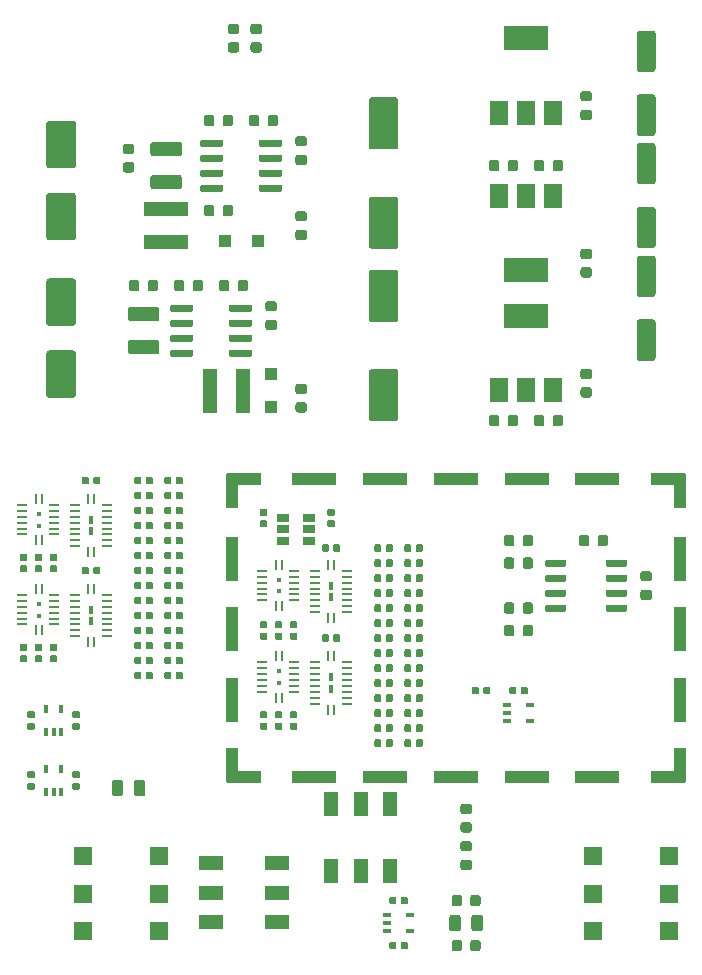
<source format=gbr>
%TF.GenerationSoftware,KiCad,Pcbnew,(5.1.5)-3*%
%TF.CreationDate,2020-10-12T09:52:32+02:00*%
%TF.ProjectId,PmodADC,506d6f64-4144-4432-9e6b-696361645f70,rev?*%
%TF.SameCoordinates,Original*%
%TF.FileFunction,Paste,Top*%
%TF.FilePolarity,Positive*%
%FSLAX46Y46*%
G04 Gerber Fmt 4.6, Leading zero omitted, Abs format (unit mm)*
G04 Created by KiCad (PCBNEW (5.1.5)-3) date 2020-10-12 09:52:32*
%MOMM*%
%LPD*%
G04 APERTURE LIST*
%ADD10R,3.800000X1.000000*%
%ADD11R,3.000000X1.000000*%
%ADD12R,1.000000X3.000000*%
%ADD13R,1.000000X3.800000*%
%ADD14R,0.400000X0.400000*%
%ADD15R,0.240000X0.950000*%
%ADD16R,0.950000X0.240000*%
%ADD17C,0.100000*%
%ADD18R,0.400000X0.650000*%
%ADD19R,0.650000X0.400000*%
%ADD20R,1.060000X0.650000*%
%ADD21R,1.500000X2.000000*%
%ADD22R,3.800000X2.000000*%
%ADD23R,2.000000X1.200000*%
%ADD24R,1.200000X2.000000*%
%ADD25R,1.200000X3.700000*%
%ADD26R,3.700000X1.200000*%
%ADD27R,1.500000X1.500000*%
%ADD28R,1.100000X1.100000*%
G04 APERTURE END LIST*
D10*
%TO.C,J2*%
X12100000Y63800000D03*
X100000Y63800000D03*
X-5900000Y63800000D03*
X6100000Y63800000D03*
X18100000Y63800000D03*
X18100000Y89000000D03*
X12100000Y89000000D03*
X6100000Y89000000D03*
X100000Y89000000D03*
X-5900000Y89000000D03*
D11*
X24100000Y63800000D03*
D12*
X25100000Y64800000D03*
X25100000Y88000000D03*
D11*
X24100000Y89000000D03*
D13*
X25100000Y70300000D03*
X25100000Y76300000D03*
X25100000Y82300000D03*
D11*
X-11800000Y63800000D03*
D12*
X-12800000Y64800000D03*
D13*
X-12800000Y70300000D03*
X-12800000Y76300000D03*
X-12800000Y82300000D03*
D11*
X-11800000Y89000000D03*
D12*
X-12800000Y88000000D03*
%TD*%
D14*
%TO.C,U2*%
X-8890000Y79510000D03*
X-8890000Y80510000D03*
D15*
X-9140000Y81760000D03*
X-8640000Y81760000D03*
X-9140000Y78260000D03*
X-8640000Y78260000D03*
D16*
X-7565000Y81260000D03*
X-7565000Y80760000D03*
X-7565000Y80260000D03*
X-7565000Y79760000D03*
X-7565000Y79260000D03*
X-7565000Y78760000D03*
X-10265000Y81260000D03*
X-10265000Y80760000D03*
X-10265000Y80260000D03*
X-10265000Y79760000D03*
X-10265000Y79260000D03*
X-10265000Y78760000D03*
%TD*%
D14*
%TO.C,U13*%
X-29210000Y85090000D03*
X-29210000Y86090000D03*
D15*
X-29460000Y87340000D03*
X-28960000Y87340000D03*
X-29460000Y83840000D03*
X-28960000Y83840000D03*
D16*
X-27885000Y86840000D03*
X-27885000Y86340000D03*
X-27885000Y85840000D03*
X-27885000Y85340000D03*
X-27885000Y84840000D03*
X-27885000Y84340000D03*
X-30585000Y86840000D03*
X-30585000Y86340000D03*
X-30585000Y85840000D03*
X-30585000Y85340000D03*
X-30585000Y84840000D03*
X-30585000Y84340000D03*
%TD*%
D14*
%TO.C,U12*%
X-29210000Y77470000D03*
X-29210000Y78470000D03*
D15*
X-29460000Y79720000D03*
X-28960000Y79720000D03*
X-29460000Y76220000D03*
X-28960000Y76220000D03*
D16*
X-27885000Y79220000D03*
X-27885000Y78720000D03*
X-27885000Y78220000D03*
X-27885000Y77720000D03*
X-27885000Y77220000D03*
X-27885000Y76720000D03*
X-30585000Y79220000D03*
X-30585000Y78720000D03*
X-30585000Y78220000D03*
X-30585000Y77720000D03*
X-30585000Y77220000D03*
X-30585000Y76720000D03*
%TD*%
D17*
%TO.C,U16*%
G36*
X20459703Y82214278D02*
G01*
X20474264Y82212118D01*
X20488543Y82208541D01*
X20502403Y82203582D01*
X20515710Y82197288D01*
X20528336Y82189720D01*
X20540159Y82180952D01*
X20551066Y82171066D01*
X20560952Y82160159D01*
X20569720Y82148336D01*
X20577288Y82135710D01*
X20583582Y82122403D01*
X20588541Y82108543D01*
X20592118Y82094264D01*
X20594278Y82079703D01*
X20595000Y82065000D01*
X20595000Y81765000D01*
X20594278Y81750297D01*
X20592118Y81735736D01*
X20588541Y81721457D01*
X20583582Y81707597D01*
X20577288Y81694290D01*
X20569720Y81681664D01*
X20560952Y81669841D01*
X20551066Y81658934D01*
X20540159Y81649048D01*
X20528336Y81640280D01*
X20515710Y81632712D01*
X20502403Y81626418D01*
X20488543Y81621459D01*
X20474264Y81617882D01*
X20459703Y81615722D01*
X20445000Y81615000D01*
X18995000Y81615000D01*
X18980297Y81615722D01*
X18965736Y81617882D01*
X18951457Y81621459D01*
X18937597Y81626418D01*
X18924290Y81632712D01*
X18911664Y81640280D01*
X18899841Y81649048D01*
X18888934Y81658934D01*
X18879048Y81669841D01*
X18870280Y81681664D01*
X18862712Y81694290D01*
X18856418Y81707597D01*
X18851459Y81721457D01*
X18847882Y81735736D01*
X18845722Y81750297D01*
X18845000Y81765000D01*
X18845000Y82065000D01*
X18845722Y82079703D01*
X18847882Y82094264D01*
X18851459Y82108543D01*
X18856418Y82122403D01*
X18862712Y82135710D01*
X18870280Y82148336D01*
X18879048Y82160159D01*
X18888934Y82171066D01*
X18899841Y82180952D01*
X18911664Y82189720D01*
X18924290Y82197288D01*
X18937597Y82203582D01*
X18951457Y82208541D01*
X18965736Y82212118D01*
X18980297Y82214278D01*
X18995000Y82215000D01*
X20445000Y82215000D01*
X20459703Y82214278D01*
G37*
G36*
X20459703Y80944278D02*
G01*
X20474264Y80942118D01*
X20488543Y80938541D01*
X20502403Y80933582D01*
X20515710Y80927288D01*
X20528336Y80919720D01*
X20540159Y80910952D01*
X20551066Y80901066D01*
X20560952Y80890159D01*
X20569720Y80878336D01*
X20577288Y80865710D01*
X20583582Y80852403D01*
X20588541Y80838543D01*
X20592118Y80824264D01*
X20594278Y80809703D01*
X20595000Y80795000D01*
X20595000Y80495000D01*
X20594278Y80480297D01*
X20592118Y80465736D01*
X20588541Y80451457D01*
X20583582Y80437597D01*
X20577288Y80424290D01*
X20569720Y80411664D01*
X20560952Y80399841D01*
X20551066Y80388934D01*
X20540159Y80379048D01*
X20528336Y80370280D01*
X20515710Y80362712D01*
X20502403Y80356418D01*
X20488543Y80351459D01*
X20474264Y80347882D01*
X20459703Y80345722D01*
X20445000Y80345000D01*
X18995000Y80345000D01*
X18980297Y80345722D01*
X18965736Y80347882D01*
X18951457Y80351459D01*
X18937597Y80356418D01*
X18924290Y80362712D01*
X18911664Y80370280D01*
X18899841Y80379048D01*
X18888934Y80388934D01*
X18879048Y80399841D01*
X18870280Y80411664D01*
X18862712Y80424290D01*
X18856418Y80437597D01*
X18851459Y80451457D01*
X18847882Y80465736D01*
X18845722Y80480297D01*
X18845000Y80495000D01*
X18845000Y80795000D01*
X18845722Y80809703D01*
X18847882Y80824264D01*
X18851459Y80838543D01*
X18856418Y80852403D01*
X18862712Y80865710D01*
X18870280Y80878336D01*
X18879048Y80890159D01*
X18888934Y80901066D01*
X18899841Y80910952D01*
X18911664Y80919720D01*
X18924290Y80927288D01*
X18937597Y80933582D01*
X18951457Y80938541D01*
X18965736Y80942118D01*
X18980297Y80944278D01*
X18995000Y80945000D01*
X20445000Y80945000D01*
X20459703Y80944278D01*
G37*
G36*
X20459703Y79674278D02*
G01*
X20474264Y79672118D01*
X20488543Y79668541D01*
X20502403Y79663582D01*
X20515710Y79657288D01*
X20528336Y79649720D01*
X20540159Y79640952D01*
X20551066Y79631066D01*
X20560952Y79620159D01*
X20569720Y79608336D01*
X20577288Y79595710D01*
X20583582Y79582403D01*
X20588541Y79568543D01*
X20592118Y79554264D01*
X20594278Y79539703D01*
X20595000Y79525000D01*
X20595000Y79225000D01*
X20594278Y79210297D01*
X20592118Y79195736D01*
X20588541Y79181457D01*
X20583582Y79167597D01*
X20577288Y79154290D01*
X20569720Y79141664D01*
X20560952Y79129841D01*
X20551066Y79118934D01*
X20540159Y79109048D01*
X20528336Y79100280D01*
X20515710Y79092712D01*
X20502403Y79086418D01*
X20488543Y79081459D01*
X20474264Y79077882D01*
X20459703Y79075722D01*
X20445000Y79075000D01*
X18995000Y79075000D01*
X18980297Y79075722D01*
X18965736Y79077882D01*
X18951457Y79081459D01*
X18937597Y79086418D01*
X18924290Y79092712D01*
X18911664Y79100280D01*
X18899841Y79109048D01*
X18888934Y79118934D01*
X18879048Y79129841D01*
X18870280Y79141664D01*
X18862712Y79154290D01*
X18856418Y79167597D01*
X18851459Y79181457D01*
X18847882Y79195736D01*
X18845722Y79210297D01*
X18845000Y79225000D01*
X18845000Y79525000D01*
X18845722Y79539703D01*
X18847882Y79554264D01*
X18851459Y79568543D01*
X18856418Y79582403D01*
X18862712Y79595710D01*
X18870280Y79608336D01*
X18879048Y79620159D01*
X18888934Y79631066D01*
X18899841Y79640952D01*
X18911664Y79649720D01*
X18924290Y79657288D01*
X18937597Y79663582D01*
X18951457Y79668541D01*
X18965736Y79672118D01*
X18980297Y79674278D01*
X18995000Y79675000D01*
X20445000Y79675000D01*
X20459703Y79674278D01*
G37*
G36*
X20459703Y78404278D02*
G01*
X20474264Y78402118D01*
X20488543Y78398541D01*
X20502403Y78393582D01*
X20515710Y78387288D01*
X20528336Y78379720D01*
X20540159Y78370952D01*
X20551066Y78361066D01*
X20560952Y78350159D01*
X20569720Y78338336D01*
X20577288Y78325710D01*
X20583582Y78312403D01*
X20588541Y78298543D01*
X20592118Y78284264D01*
X20594278Y78269703D01*
X20595000Y78255000D01*
X20595000Y77955000D01*
X20594278Y77940297D01*
X20592118Y77925736D01*
X20588541Y77911457D01*
X20583582Y77897597D01*
X20577288Y77884290D01*
X20569720Y77871664D01*
X20560952Y77859841D01*
X20551066Y77848934D01*
X20540159Y77839048D01*
X20528336Y77830280D01*
X20515710Y77822712D01*
X20502403Y77816418D01*
X20488543Y77811459D01*
X20474264Y77807882D01*
X20459703Y77805722D01*
X20445000Y77805000D01*
X18995000Y77805000D01*
X18980297Y77805722D01*
X18965736Y77807882D01*
X18951457Y77811459D01*
X18937597Y77816418D01*
X18924290Y77822712D01*
X18911664Y77830280D01*
X18899841Y77839048D01*
X18888934Y77848934D01*
X18879048Y77859841D01*
X18870280Y77871664D01*
X18862712Y77884290D01*
X18856418Y77897597D01*
X18851459Y77911457D01*
X18847882Y77925736D01*
X18845722Y77940297D01*
X18845000Y77955000D01*
X18845000Y78255000D01*
X18845722Y78269703D01*
X18847882Y78284264D01*
X18851459Y78298543D01*
X18856418Y78312403D01*
X18862712Y78325710D01*
X18870280Y78338336D01*
X18879048Y78350159D01*
X18888934Y78361066D01*
X18899841Y78370952D01*
X18911664Y78379720D01*
X18924290Y78387288D01*
X18937597Y78393582D01*
X18951457Y78398541D01*
X18965736Y78402118D01*
X18980297Y78404278D01*
X18995000Y78405000D01*
X20445000Y78405000D01*
X20459703Y78404278D01*
G37*
G36*
X15309703Y78404278D02*
G01*
X15324264Y78402118D01*
X15338543Y78398541D01*
X15352403Y78393582D01*
X15365710Y78387288D01*
X15378336Y78379720D01*
X15390159Y78370952D01*
X15401066Y78361066D01*
X15410952Y78350159D01*
X15419720Y78338336D01*
X15427288Y78325710D01*
X15433582Y78312403D01*
X15438541Y78298543D01*
X15442118Y78284264D01*
X15444278Y78269703D01*
X15445000Y78255000D01*
X15445000Y77955000D01*
X15444278Y77940297D01*
X15442118Y77925736D01*
X15438541Y77911457D01*
X15433582Y77897597D01*
X15427288Y77884290D01*
X15419720Y77871664D01*
X15410952Y77859841D01*
X15401066Y77848934D01*
X15390159Y77839048D01*
X15378336Y77830280D01*
X15365710Y77822712D01*
X15352403Y77816418D01*
X15338543Y77811459D01*
X15324264Y77807882D01*
X15309703Y77805722D01*
X15295000Y77805000D01*
X13845000Y77805000D01*
X13830297Y77805722D01*
X13815736Y77807882D01*
X13801457Y77811459D01*
X13787597Y77816418D01*
X13774290Y77822712D01*
X13761664Y77830280D01*
X13749841Y77839048D01*
X13738934Y77848934D01*
X13729048Y77859841D01*
X13720280Y77871664D01*
X13712712Y77884290D01*
X13706418Y77897597D01*
X13701459Y77911457D01*
X13697882Y77925736D01*
X13695722Y77940297D01*
X13695000Y77955000D01*
X13695000Y78255000D01*
X13695722Y78269703D01*
X13697882Y78284264D01*
X13701459Y78298543D01*
X13706418Y78312403D01*
X13712712Y78325710D01*
X13720280Y78338336D01*
X13729048Y78350159D01*
X13738934Y78361066D01*
X13749841Y78370952D01*
X13761664Y78379720D01*
X13774290Y78387288D01*
X13787597Y78393582D01*
X13801457Y78398541D01*
X13815736Y78402118D01*
X13830297Y78404278D01*
X13845000Y78405000D01*
X15295000Y78405000D01*
X15309703Y78404278D01*
G37*
G36*
X15309703Y79674278D02*
G01*
X15324264Y79672118D01*
X15338543Y79668541D01*
X15352403Y79663582D01*
X15365710Y79657288D01*
X15378336Y79649720D01*
X15390159Y79640952D01*
X15401066Y79631066D01*
X15410952Y79620159D01*
X15419720Y79608336D01*
X15427288Y79595710D01*
X15433582Y79582403D01*
X15438541Y79568543D01*
X15442118Y79554264D01*
X15444278Y79539703D01*
X15445000Y79525000D01*
X15445000Y79225000D01*
X15444278Y79210297D01*
X15442118Y79195736D01*
X15438541Y79181457D01*
X15433582Y79167597D01*
X15427288Y79154290D01*
X15419720Y79141664D01*
X15410952Y79129841D01*
X15401066Y79118934D01*
X15390159Y79109048D01*
X15378336Y79100280D01*
X15365710Y79092712D01*
X15352403Y79086418D01*
X15338543Y79081459D01*
X15324264Y79077882D01*
X15309703Y79075722D01*
X15295000Y79075000D01*
X13845000Y79075000D01*
X13830297Y79075722D01*
X13815736Y79077882D01*
X13801457Y79081459D01*
X13787597Y79086418D01*
X13774290Y79092712D01*
X13761664Y79100280D01*
X13749841Y79109048D01*
X13738934Y79118934D01*
X13729048Y79129841D01*
X13720280Y79141664D01*
X13712712Y79154290D01*
X13706418Y79167597D01*
X13701459Y79181457D01*
X13697882Y79195736D01*
X13695722Y79210297D01*
X13695000Y79225000D01*
X13695000Y79525000D01*
X13695722Y79539703D01*
X13697882Y79554264D01*
X13701459Y79568543D01*
X13706418Y79582403D01*
X13712712Y79595710D01*
X13720280Y79608336D01*
X13729048Y79620159D01*
X13738934Y79631066D01*
X13749841Y79640952D01*
X13761664Y79649720D01*
X13774290Y79657288D01*
X13787597Y79663582D01*
X13801457Y79668541D01*
X13815736Y79672118D01*
X13830297Y79674278D01*
X13845000Y79675000D01*
X15295000Y79675000D01*
X15309703Y79674278D01*
G37*
G36*
X15309703Y80944278D02*
G01*
X15324264Y80942118D01*
X15338543Y80938541D01*
X15352403Y80933582D01*
X15365710Y80927288D01*
X15378336Y80919720D01*
X15390159Y80910952D01*
X15401066Y80901066D01*
X15410952Y80890159D01*
X15419720Y80878336D01*
X15427288Y80865710D01*
X15433582Y80852403D01*
X15438541Y80838543D01*
X15442118Y80824264D01*
X15444278Y80809703D01*
X15445000Y80795000D01*
X15445000Y80495000D01*
X15444278Y80480297D01*
X15442118Y80465736D01*
X15438541Y80451457D01*
X15433582Y80437597D01*
X15427288Y80424290D01*
X15419720Y80411664D01*
X15410952Y80399841D01*
X15401066Y80388934D01*
X15390159Y80379048D01*
X15378336Y80370280D01*
X15365710Y80362712D01*
X15352403Y80356418D01*
X15338543Y80351459D01*
X15324264Y80347882D01*
X15309703Y80345722D01*
X15295000Y80345000D01*
X13845000Y80345000D01*
X13830297Y80345722D01*
X13815736Y80347882D01*
X13801457Y80351459D01*
X13787597Y80356418D01*
X13774290Y80362712D01*
X13761664Y80370280D01*
X13749841Y80379048D01*
X13738934Y80388934D01*
X13729048Y80399841D01*
X13720280Y80411664D01*
X13712712Y80424290D01*
X13706418Y80437597D01*
X13701459Y80451457D01*
X13697882Y80465736D01*
X13695722Y80480297D01*
X13695000Y80495000D01*
X13695000Y80795000D01*
X13695722Y80809703D01*
X13697882Y80824264D01*
X13701459Y80838543D01*
X13706418Y80852403D01*
X13712712Y80865710D01*
X13720280Y80878336D01*
X13729048Y80890159D01*
X13738934Y80901066D01*
X13749841Y80910952D01*
X13761664Y80919720D01*
X13774290Y80927288D01*
X13787597Y80933582D01*
X13801457Y80938541D01*
X13815736Y80942118D01*
X13830297Y80944278D01*
X13845000Y80945000D01*
X15295000Y80945000D01*
X15309703Y80944278D01*
G37*
G36*
X15309703Y82214278D02*
G01*
X15324264Y82212118D01*
X15338543Y82208541D01*
X15352403Y82203582D01*
X15365710Y82197288D01*
X15378336Y82189720D01*
X15390159Y82180952D01*
X15401066Y82171066D01*
X15410952Y82160159D01*
X15419720Y82148336D01*
X15427288Y82135710D01*
X15433582Y82122403D01*
X15438541Y82108543D01*
X15442118Y82094264D01*
X15444278Y82079703D01*
X15445000Y82065000D01*
X15445000Y81765000D01*
X15444278Y81750297D01*
X15442118Y81735736D01*
X15438541Y81721457D01*
X15433582Y81707597D01*
X15427288Y81694290D01*
X15419720Y81681664D01*
X15410952Y81669841D01*
X15401066Y81658934D01*
X15390159Y81649048D01*
X15378336Y81640280D01*
X15365710Y81632712D01*
X15352403Y81626418D01*
X15338543Y81621459D01*
X15324264Y81617882D01*
X15309703Y81615722D01*
X15295000Y81615000D01*
X13845000Y81615000D01*
X13830297Y81615722D01*
X13815736Y81617882D01*
X13801457Y81621459D01*
X13787597Y81626418D01*
X13774290Y81632712D01*
X13761664Y81640280D01*
X13749841Y81649048D01*
X13738934Y81658934D01*
X13729048Y81669841D01*
X13720280Y81681664D01*
X13712712Y81694290D01*
X13706418Y81707597D01*
X13701459Y81721457D01*
X13697882Y81735736D01*
X13695722Y81750297D01*
X13695000Y81765000D01*
X13695000Y82065000D01*
X13695722Y82079703D01*
X13697882Y82094264D01*
X13701459Y82108543D01*
X13706418Y82122403D01*
X13712712Y82135710D01*
X13720280Y82148336D01*
X13729048Y82160159D01*
X13738934Y82171066D01*
X13749841Y82180952D01*
X13761664Y82189720D01*
X13774290Y82197288D01*
X13787597Y82203582D01*
X13801457Y82208541D01*
X13815736Y82212118D01*
X13830297Y82214278D01*
X13845000Y82215000D01*
X15295000Y82215000D01*
X15309703Y82214278D01*
G37*
%TD*%
%TO.C,C29*%
G36*
X-25088042Y89219290D02*
G01*
X-25073724Y89217166D01*
X-25059683Y89213649D01*
X-25046054Y89208772D01*
X-25032969Y89202583D01*
X-25020553Y89195142D01*
X-25008927Y89186519D01*
X-24998202Y89176798D01*
X-24988481Y89166073D01*
X-24979858Y89154447D01*
X-24972417Y89142031D01*
X-24966228Y89128946D01*
X-24961351Y89115317D01*
X-24957834Y89101276D01*
X-24955710Y89086958D01*
X-24955000Y89072500D01*
X-24955000Y88727500D01*
X-24955710Y88713042D01*
X-24957834Y88698724D01*
X-24961351Y88684683D01*
X-24966228Y88671054D01*
X-24972417Y88657969D01*
X-24979858Y88645553D01*
X-24988481Y88633927D01*
X-24998202Y88623202D01*
X-25008927Y88613481D01*
X-25020553Y88604858D01*
X-25032969Y88597417D01*
X-25046054Y88591228D01*
X-25059683Y88586351D01*
X-25073724Y88582834D01*
X-25088042Y88580710D01*
X-25102500Y88580000D01*
X-25397500Y88580000D01*
X-25411958Y88580710D01*
X-25426276Y88582834D01*
X-25440317Y88586351D01*
X-25453946Y88591228D01*
X-25467031Y88597417D01*
X-25479447Y88604858D01*
X-25491073Y88613481D01*
X-25501798Y88623202D01*
X-25511519Y88633927D01*
X-25520142Y88645553D01*
X-25527583Y88657969D01*
X-25533772Y88671054D01*
X-25538649Y88684683D01*
X-25542166Y88698724D01*
X-25544290Y88713042D01*
X-25545000Y88727500D01*
X-25545000Y89072500D01*
X-25544290Y89086958D01*
X-25542166Y89101276D01*
X-25538649Y89115317D01*
X-25533772Y89128946D01*
X-25527583Y89142031D01*
X-25520142Y89154447D01*
X-25511519Y89166073D01*
X-25501798Y89176798D01*
X-25491073Y89186519D01*
X-25479447Y89195142D01*
X-25467031Y89202583D01*
X-25453946Y89208772D01*
X-25440317Y89213649D01*
X-25426276Y89217166D01*
X-25411958Y89219290D01*
X-25397500Y89220000D01*
X-25102500Y89220000D01*
X-25088042Y89219290D01*
G37*
G36*
X-24118042Y89219290D02*
G01*
X-24103724Y89217166D01*
X-24089683Y89213649D01*
X-24076054Y89208772D01*
X-24062969Y89202583D01*
X-24050553Y89195142D01*
X-24038927Y89186519D01*
X-24028202Y89176798D01*
X-24018481Y89166073D01*
X-24009858Y89154447D01*
X-24002417Y89142031D01*
X-23996228Y89128946D01*
X-23991351Y89115317D01*
X-23987834Y89101276D01*
X-23985710Y89086958D01*
X-23985000Y89072500D01*
X-23985000Y88727500D01*
X-23985710Y88713042D01*
X-23987834Y88698724D01*
X-23991351Y88684683D01*
X-23996228Y88671054D01*
X-24002417Y88657969D01*
X-24009858Y88645553D01*
X-24018481Y88633927D01*
X-24028202Y88623202D01*
X-24038927Y88613481D01*
X-24050553Y88604858D01*
X-24062969Y88597417D01*
X-24076054Y88591228D01*
X-24089683Y88586351D01*
X-24103724Y88582834D01*
X-24118042Y88580710D01*
X-24132500Y88580000D01*
X-24427500Y88580000D01*
X-24441958Y88580710D01*
X-24456276Y88582834D01*
X-24470317Y88586351D01*
X-24483946Y88591228D01*
X-24497031Y88597417D01*
X-24509447Y88604858D01*
X-24521073Y88613481D01*
X-24531798Y88623202D01*
X-24541519Y88633927D01*
X-24550142Y88645553D01*
X-24557583Y88657969D01*
X-24563772Y88671054D01*
X-24568649Y88684683D01*
X-24572166Y88698724D01*
X-24574290Y88713042D01*
X-24575000Y88727500D01*
X-24575000Y89072500D01*
X-24574290Y89086958D01*
X-24572166Y89101276D01*
X-24568649Y89115317D01*
X-24563772Y89128946D01*
X-24557583Y89142031D01*
X-24550142Y89154447D01*
X-24541519Y89166073D01*
X-24531798Y89176798D01*
X-24521073Y89186519D01*
X-24509447Y89195142D01*
X-24497031Y89202583D01*
X-24483946Y89208772D01*
X-24470317Y89213649D01*
X-24456276Y89217166D01*
X-24441958Y89219290D01*
X-24427500Y89220000D01*
X-24132500Y89220000D01*
X-24118042Y89219290D01*
G37*
%TD*%
D18*
%TO.C,U15*%
X-24765000Y85590000D03*
X-24765000Y84590000D03*
D15*
X-24515000Y82840000D03*
X-25015000Y82840000D03*
X-24515000Y87340000D03*
X-25015000Y87340000D03*
D16*
X-26090000Y83340000D03*
X-26090000Y83840000D03*
X-26090000Y84340000D03*
X-26090000Y84840000D03*
X-26090000Y85340000D03*
X-26090000Y85840000D03*
X-26090000Y86340000D03*
X-26090000Y86840000D03*
X-23390000Y83340000D03*
X-23390000Y83840000D03*
X-23390000Y84340000D03*
X-23390000Y84840000D03*
X-23390000Y85340000D03*
X-23390000Y85840000D03*
X-23390000Y86340000D03*
X-23390000Y86840000D03*
%TD*%
D18*
%TO.C,U14*%
X-24765000Y77970000D03*
X-24765000Y76970000D03*
D15*
X-24515000Y75220000D03*
X-25015000Y75220000D03*
X-24515000Y79720000D03*
X-25015000Y79720000D03*
D16*
X-26090000Y75720000D03*
X-26090000Y76220000D03*
X-26090000Y76720000D03*
X-26090000Y77220000D03*
X-26090000Y77720000D03*
X-26090000Y78220000D03*
X-26090000Y78720000D03*
X-26090000Y79220000D03*
X-23390000Y75720000D03*
X-23390000Y76220000D03*
X-23390000Y76720000D03*
X-23390000Y77220000D03*
X-23390000Y77720000D03*
X-23390000Y78220000D03*
X-23390000Y78720000D03*
X-23390000Y79220000D03*
%TD*%
D17*
%TO.C,C7*%
G36*
X-7433042Y76009290D02*
G01*
X-7418724Y76007166D01*
X-7404683Y76003649D01*
X-7391054Y75998772D01*
X-7377969Y75992583D01*
X-7365553Y75985142D01*
X-7353927Y75976519D01*
X-7343202Y75966798D01*
X-7333481Y75956073D01*
X-7324858Y75944447D01*
X-7317417Y75932031D01*
X-7311228Y75918946D01*
X-7306351Y75905317D01*
X-7302834Y75891276D01*
X-7300710Y75876958D01*
X-7300000Y75862500D01*
X-7300000Y75567500D01*
X-7300710Y75553042D01*
X-7302834Y75538724D01*
X-7306351Y75524683D01*
X-7311228Y75511054D01*
X-7317417Y75497969D01*
X-7324858Y75485553D01*
X-7333481Y75473927D01*
X-7343202Y75463202D01*
X-7353927Y75453481D01*
X-7365553Y75444858D01*
X-7377969Y75437417D01*
X-7391054Y75431228D01*
X-7404683Y75426351D01*
X-7418724Y75422834D01*
X-7433042Y75420710D01*
X-7447500Y75420000D01*
X-7792500Y75420000D01*
X-7806958Y75420710D01*
X-7821276Y75422834D01*
X-7835317Y75426351D01*
X-7848946Y75431228D01*
X-7862031Y75437417D01*
X-7874447Y75444858D01*
X-7886073Y75453481D01*
X-7896798Y75463202D01*
X-7906519Y75473927D01*
X-7915142Y75485553D01*
X-7922583Y75497969D01*
X-7928772Y75511054D01*
X-7933649Y75524683D01*
X-7937166Y75538724D01*
X-7939290Y75553042D01*
X-7940000Y75567500D01*
X-7940000Y75862500D01*
X-7939290Y75876958D01*
X-7937166Y75891276D01*
X-7933649Y75905317D01*
X-7928772Y75918946D01*
X-7922583Y75932031D01*
X-7915142Y75944447D01*
X-7906519Y75956073D01*
X-7896798Y75966798D01*
X-7886073Y75976519D01*
X-7874447Y75985142D01*
X-7862031Y75992583D01*
X-7848946Y75998772D01*
X-7835317Y76003649D01*
X-7821276Y76007166D01*
X-7806958Y76009290D01*
X-7792500Y76010000D01*
X-7447500Y76010000D01*
X-7433042Y76009290D01*
G37*
G36*
X-7433042Y76979290D02*
G01*
X-7418724Y76977166D01*
X-7404683Y76973649D01*
X-7391054Y76968772D01*
X-7377969Y76962583D01*
X-7365553Y76955142D01*
X-7353927Y76946519D01*
X-7343202Y76936798D01*
X-7333481Y76926073D01*
X-7324858Y76914447D01*
X-7317417Y76902031D01*
X-7311228Y76888946D01*
X-7306351Y76875317D01*
X-7302834Y76861276D01*
X-7300710Y76846958D01*
X-7300000Y76832500D01*
X-7300000Y76537500D01*
X-7300710Y76523042D01*
X-7302834Y76508724D01*
X-7306351Y76494683D01*
X-7311228Y76481054D01*
X-7317417Y76467969D01*
X-7324858Y76455553D01*
X-7333481Y76443927D01*
X-7343202Y76433202D01*
X-7353927Y76423481D01*
X-7365553Y76414858D01*
X-7377969Y76407417D01*
X-7391054Y76401228D01*
X-7404683Y76396351D01*
X-7418724Y76392834D01*
X-7433042Y76390710D01*
X-7447500Y76390000D01*
X-7792500Y76390000D01*
X-7806958Y76390710D01*
X-7821276Y76392834D01*
X-7835317Y76396351D01*
X-7848946Y76401228D01*
X-7862031Y76407417D01*
X-7874447Y76414858D01*
X-7886073Y76423481D01*
X-7896798Y76433202D01*
X-7906519Y76443927D01*
X-7915142Y76455553D01*
X-7922583Y76467969D01*
X-7928772Y76481054D01*
X-7933649Y76494683D01*
X-7937166Y76508724D01*
X-7939290Y76523042D01*
X-7940000Y76537500D01*
X-7940000Y76832500D01*
X-7939290Y76846958D01*
X-7937166Y76861276D01*
X-7933649Y76875317D01*
X-7928772Y76888946D01*
X-7922583Y76902031D01*
X-7915142Y76914447D01*
X-7906519Y76926073D01*
X-7896798Y76936798D01*
X-7886073Y76946519D01*
X-7874447Y76955142D01*
X-7862031Y76962583D01*
X-7848946Y76968772D01*
X-7835317Y76973649D01*
X-7821276Y76977166D01*
X-7806958Y76979290D01*
X-7792500Y76980000D01*
X-7447500Y76980000D01*
X-7433042Y76979290D01*
G37*
%TD*%
%TO.C,C10*%
G36*
X-4768042Y83504290D02*
G01*
X-4753724Y83502166D01*
X-4739683Y83498649D01*
X-4726054Y83493772D01*
X-4712969Y83487583D01*
X-4700553Y83480142D01*
X-4688927Y83471519D01*
X-4678202Y83461798D01*
X-4668481Y83451073D01*
X-4659858Y83439447D01*
X-4652417Y83427031D01*
X-4646228Y83413946D01*
X-4641351Y83400317D01*
X-4637834Y83386276D01*
X-4635710Y83371958D01*
X-4635000Y83357500D01*
X-4635000Y83012500D01*
X-4635710Y82998042D01*
X-4637834Y82983724D01*
X-4641351Y82969683D01*
X-4646228Y82956054D01*
X-4652417Y82942969D01*
X-4659858Y82930553D01*
X-4668481Y82918927D01*
X-4678202Y82908202D01*
X-4688927Y82898481D01*
X-4700553Y82889858D01*
X-4712969Y82882417D01*
X-4726054Y82876228D01*
X-4739683Y82871351D01*
X-4753724Y82867834D01*
X-4768042Y82865710D01*
X-4782500Y82865000D01*
X-5077500Y82865000D01*
X-5091958Y82865710D01*
X-5106276Y82867834D01*
X-5120317Y82871351D01*
X-5133946Y82876228D01*
X-5147031Y82882417D01*
X-5159447Y82889858D01*
X-5171073Y82898481D01*
X-5181798Y82908202D01*
X-5191519Y82918927D01*
X-5200142Y82930553D01*
X-5207583Y82942969D01*
X-5213772Y82956054D01*
X-5218649Y82969683D01*
X-5222166Y82983724D01*
X-5224290Y82998042D01*
X-5225000Y83012500D01*
X-5225000Y83357500D01*
X-5224290Y83371958D01*
X-5222166Y83386276D01*
X-5218649Y83400317D01*
X-5213772Y83413946D01*
X-5207583Y83427031D01*
X-5200142Y83439447D01*
X-5191519Y83451073D01*
X-5181798Y83461798D01*
X-5171073Y83471519D01*
X-5159447Y83480142D01*
X-5147031Y83487583D01*
X-5133946Y83493772D01*
X-5120317Y83498649D01*
X-5106276Y83502166D01*
X-5091958Y83504290D01*
X-5077500Y83505000D01*
X-4782500Y83505000D01*
X-4768042Y83504290D01*
G37*
G36*
X-3798042Y83504290D02*
G01*
X-3783724Y83502166D01*
X-3769683Y83498649D01*
X-3756054Y83493772D01*
X-3742969Y83487583D01*
X-3730553Y83480142D01*
X-3718927Y83471519D01*
X-3708202Y83461798D01*
X-3698481Y83451073D01*
X-3689858Y83439447D01*
X-3682417Y83427031D01*
X-3676228Y83413946D01*
X-3671351Y83400317D01*
X-3667834Y83386276D01*
X-3665710Y83371958D01*
X-3665000Y83357500D01*
X-3665000Y83012500D01*
X-3665710Y82998042D01*
X-3667834Y82983724D01*
X-3671351Y82969683D01*
X-3676228Y82956054D01*
X-3682417Y82942969D01*
X-3689858Y82930553D01*
X-3698481Y82918927D01*
X-3708202Y82908202D01*
X-3718927Y82898481D01*
X-3730553Y82889858D01*
X-3742969Y82882417D01*
X-3756054Y82876228D01*
X-3769683Y82871351D01*
X-3783724Y82867834D01*
X-3798042Y82865710D01*
X-3812500Y82865000D01*
X-4107500Y82865000D01*
X-4121958Y82865710D01*
X-4136276Y82867834D01*
X-4150317Y82871351D01*
X-4163946Y82876228D01*
X-4177031Y82882417D01*
X-4189447Y82889858D01*
X-4201073Y82898481D01*
X-4211798Y82908202D01*
X-4221519Y82918927D01*
X-4230142Y82930553D01*
X-4237583Y82942969D01*
X-4243772Y82956054D01*
X-4248649Y82969683D01*
X-4252166Y82983724D01*
X-4254290Y82998042D01*
X-4255000Y83012500D01*
X-4255000Y83357500D01*
X-4254290Y83371958D01*
X-4252166Y83386276D01*
X-4248649Y83400317D01*
X-4243772Y83413946D01*
X-4237583Y83427031D01*
X-4230142Y83439447D01*
X-4221519Y83451073D01*
X-4211798Y83461798D01*
X-4201073Y83471519D01*
X-4189447Y83480142D01*
X-4177031Y83487583D01*
X-4163946Y83493772D01*
X-4150317Y83498649D01*
X-4136276Y83502166D01*
X-4121958Y83504290D01*
X-4107500Y83505000D01*
X-3812500Y83505000D01*
X-3798042Y83504290D01*
G37*
%TD*%
%TO.C,C9*%
G36*
X-4768042Y75884290D02*
G01*
X-4753724Y75882166D01*
X-4739683Y75878649D01*
X-4726054Y75873772D01*
X-4712969Y75867583D01*
X-4700553Y75860142D01*
X-4688927Y75851519D01*
X-4678202Y75841798D01*
X-4668481Y75831073D01*
X-4659858Y75819447D01*
X-4652417Y75807031D01*
X-4646228Y75793946D01*
X-4641351Y75780317D01*
X-4637834Y75766276D01*
X-4635710Y75751958D01*
X-4635000Y75737500D01*
X-4635000Y75392500D01*
X-4635710Y75378042D01*
X-4637834Y75363724D01*
X-4641351Y75349683D01*
X-4646228Y75336054D01*
X-4652417Y75322969D01*
X-4659858Y75310553D01*
X-4668481Y75298927D01*
X-4678202Y75288202D01*
X-4688927Y75278481D01*
X-4700553Y75269858D01*
X-4712969Y75262417D01*
X-4726054Y75256228D01*
X-4739683Y75251351D01*
X-4753724Y75247834D01*
X-4768042Y75245710D01*
X-4782500Y75245000D01*
X-5077500Y75245000D01*
X-5091958Y75245710D01*
X-5106276Y75247834D01*
X-5120317Y75251351D01*
X-5133946Y75256228D01*
X-5147031Y75262417D01*
X-5159447Y75269858D01*
X-5171073Y75278481D01*
X-5181798Y75288202D01*
X-5191519Y75298927D01*
X-5200142Y75310553D01*
X-5207583Y75322969D01*
X-5213772Y75336054D01*
X-5218649Y75349683D01*
X-5222166Y75363724D01*
X-5224290Y75378042D01*
X-5225000Y75392500D01*
X-5225000Y75737500D01*
X-5224290Y75751958D01*
X-5222166Y75766276D01*
X-5218649Y75780317D01*
X-5213772Y75793946D01*
X-5207583Y75807031D01*
X-5200142Y75819447D01*
X-5191519Y75831073D01*
X-5181798Y75841798D01*
X-5171073Y75851519D01*
X-5159447Y75860142D01*
X-5147031Y75867583D01*
X-5133946Y75873772D01*
X-5120317Y75878649D01*
X-5106276Y75882166D01*
X-5091958Y75884290D01*
X-5077500Y75885000D01*
X-4782500Y75885000D01*
X-4768042Y75884290D01*
G37*
G36*
X-3798042Y75884290D02*
G01*
X-3783724Y75882166D01*
X-3769683Y75878649D01*
X-3756054Y75873772D01*
X-3742969Y75867583D01*
X-3730553Y75860142D01*
X-3718927Y75851519D01*
X-3708202Y75841798D01*
X-3698481Y75831073D01*
X-3689858Y75819447D01*
X-3682417Y75807031D01*
X-3676228Y75793946D01*
X-3671351Y75780317D01*
X-3667834Y75766276D01*
X-3665710Y75751958D01*
X-3665000Y75737500D01*
X-3665000Y75392500D01*
X-3665710Y75378042D01*
X-3667834Y75363724D01*
X-3671351Y75349683D01*
X-3676228Y75336054D01*
X-3682417Y75322969D01*
X-3689858Y75310553D01*
X-3698481Y75298927D01*
X-3708202Y75288202D01*
X-3718927Y75278481D01*
X-3730553Y75269858D01*
X-3742969Y75262417D01*
X-3756054Y75256228D01*
X-3769683Y75251351D01*
X-3783724Y75247834D01*
X-3798042Y75245710D01*
X-3812500Y75245000D01*
X-4107500Y75245000D01*
X-4121958Y75245710D01*
X-4136276Y75247834D01*
X-4150317Y75251351D01*
X-4163946Y75256228D01*
X-4177031Y75262417D01*
X-4189447Y75269858D01*
X-4201073Y75278481D01*
X-4211798Y75288202D01*
X-4221519Y75298927D01*
X-4230142Y75310553D01*
X-4237583Y75322969D01*
X-4243772Y75336054D01*
X-4248649Y75349683D01*
X-4252166Y75363724D01*
X-4254290Y75378042D01*
X-4255000Y75392500D01*
X-4255000Y75737500D01*
X-4254290Y75751958D01*
X-4252166Y75766276D01*
X-4248649Y75780317D01*
X-4243772Y75793946D01*
X-4237583Y75807031D01*
X-4230142Y75819447D01*
X-4221519Y75831073D01*
X-4211798Y75841798D01*
X-4201073Y75851519D01*
X-4189447Y75860142D01*
X-4177031Y75867583D01*
X-4163946Y75873772D01*
X-4150317Y75878649D01*
X-4136276Y75882166D01*
X-4121958Y75884290D01*
X-4107500Y75885000D01*
X-3812500Y75885000D01*
X-3798042Y75884290D01*
G37*
%TD*%
%TO.C,R72*%
G36*
X-323042Y83504290D02*
G01*
X-308724Y83502166D01*
X-294683Y83498649D01*
X-281054Y83493772D01*
X-267969Y83487583D01*
X-255553Y83480142D01*
X-243927Y83471519D01*
X-233202Y83461798D01*
X-223481Y83451073D01*
X-214858Y83439447D01*
X-207417Y83427031D01*
X-201228Y83413946D01*
X-196351Y83400317D01*
X-192834Y83386276D01*
X-190710Y83371958D01*
X-190000Y83357500D01*
X-190000Y83012500D01*
X-190710Y82998042D01*
X-192834Y82983724D01*
X-196351Y82969683D01*
X-201228Y82956054D01*
X-207417Y82942969D01*
X-214858Y82930553D01*
X-223481Y82918927D01*
X-233202Y82908202D01*
X-243927Y82898481D01*
X-255553Y82889858D01*
X-267969Y82882417D01*
X-281054Y82876228D01*
X-294683Y82871351D01*
X-308724Y82867834D01*
X-323042Y82865710D01*
X-337500Y82865000D01*
X-632500Y82865000D01*
X-646958Y82865710D01*
X-661276Y82867834D01*
X-675317Y82871351D01*
X-688946Y82876228D01*
X-702031Y82882417D01*
X-714447Y82889858D01*
X-726073Y82898481D01*
X-736798Y82908202D01*
X-746519Y82918927D01*
X-755142Y82930553D01*
X-762583Y82942969D01*
X-768772Y82956054D01*
X-773649Y82969683D01*
X-777166Y82983724D01*
X-779290Y82998042D01*
X-780000Y83012500D01*
X-780000Y83357500D01*
X-779290Y83371958D01*
X-777166Y83386276D01*
X-773649Y83400317D01*
X-768772Y83413946D01*
X-762583Y83427031D01*
X-755142Y83439447D01*
X-746519Y83451073D01*
X-736798Y83461798D01*
X-726073Y83471519D01*
X-714447Y83480142D01*
X-702031Y83487583D01*
X-688946Y83493772D01*
X-675317Y83498649D01*
X-661276Y83502166D01*
X-646958Y83504290D01*
X-632500Y83505000D01*
X-337500Y83505000D01*
X-323042Y83504290D01*
G37*
G36*
X646958Y83504290D02*
G01*
X661276Y83502166D01*
X675317Y83498649D01*
X688946Y83493772D01*
X702031Y83487583D01*
X714447Y83480142D01*
X726073Y83471519D01*
X736798Y83461798D01*
X746519Y83451073D01*
X755142Y83439447D01*
X762583Y83427031D01*
X768772Y83413946D01*
X773649Y83400317D01*
X777166Y83386276D01*
X779290Y83371958D01*
X780000Y83357500D01*
X780000Y83012500D01*
X779290Y82998042D01*
X777166Y82983724D01*
X773649Y82969683D01*
X768772Y82956054D01*
X762583Y82942969D01*
X755142Y82930553D01*
X746519Y82918927D01*
X736798Y82908202D01*
X726073Y82898481D01*
X714447Y82889858D01*
X702031Y82882417D01*
X688946Y82876228D01*
X675317Y82871351D01*
X661276Y82867834D01*
X646958Y82865710D01*
X632500Y82865000D01*
X337500Y82865000D01*
X323042Y82865710D01*
X308724Y82867834D01*
X294683Y82871351D01*
X281054Y82876228D01*
X267969Y82882417D01*
X255553Y82889858D01*
X243927Y82898481D01*
X233202Y82908202D01*
X223481Y82918927D01*
X214858Y82930553D01*
X207417Y82942969D01*
X201228Y82956054D01*
X196351Y82969683D01*
X192834Y82983724D01*
X190710Y82998042D01*
X190000Y83012500D01*
X190000Y83357500D01*
X190710Y83371958D01*
X192834Y83386276D01*
X196351Y83400317D01*
X201228Y83413946D01*
X207417Y83427031D01*
X214858Y83439447D01*
X223481Y83451073D01*
X233202Y83461798D01*
X243927Y83471519D01*
X255553Y83480142D01*
X267969Y83487583D01*
X281054Y83493772D01*
X294683Y83498649D01*
X308724Y83502166D01*
X323042Y83504290D01*
X337500Y83505000D01*
X632500Y83505000D01*
X646958Y83504290D01*
G37*
%TD*%
%TO.C,C25*%
G36*
X-29023042Y74104290D02*
G01*
X-29008724Y74102166D01*
X-28994683Y74098649D01*
X-28981054Y74093772D01*
X-28967969Y74087583D01*
X-28955553Y74080142D01*
X-28943927Y74071519D01*
X-28933202Y74061798D01*
X-28923481Y74051073D01*
X-28914858Y74039447D01*
X-28907417Y74027031D01*
X-28901228Y74013946D01*
X-28896351Y74000317D01*
X-28892834Y73986276D01*
X-28890710Y73971958D01*
X-28890000Y73957500D01*
X-28890000Y73662500D01*
X-28890710Y73648042D01*
X-28892834Y73633724D01*
X-28896351Y73619683D01*
X-28901228Y73606054D01*
X-28907417Y73592969D01*
X-28914858Y73580553D01*
X-28923481Y73568927D01*
X-28933202Y73558202D01*
X-28943927Y73548481D01*
X-28955553Y73539858D01*
X-28967969Y73532417D01*
X-28981054Y73526228D01*
X-28994683Y73521351D01*
X-29008724Y73517834D01*
X-29023042Y73515710D01*
X-29037500Y73515000D01*
X-29382500Y73515000D01*
X-29396958Y73515710D01*
X-29411276Y73517834D01*
X-29425317Y73521351D01*
X-29438946Y73526228D01*
X-29452031Y73532417D01*
X-29464447Y73539858D01*
X-29476073Y73548481D01*
X-29486798Y73558202D01*
X-29496519Y73568927D01*
X-29505142Y73580553D01*
X-29512583Y73592969D01*
X-29518772Y73606054D01*
X-29523649Y73619683D01*
X-29527166Y73633724D01*
X-29529290Y73648042D01*
X-29530000Y73662500D01*
X-29530000Y73957500D01*
X-29529290Y73971958D01*
X-29527166Y73986276D01*
X-29523649Y74000317D01*
X-29518772Y74013946D01*
X-29512583Y74027031D01*
X-29505142Y74039447D01*
X-29496519Y74051073D01*
X-29486798Y74061798D01*
X-29476073Y74071519D01*
X-29464447Y74080142D01*
X-29452031Y74087583D01*
X-29438946Y74093772D01*
X-29425317Y74098649D01*
X-29411276Y74102166D01*
X-29396958Y74104290D01*
X-29382500Y74105000D01*
X-29037500Y74105000D01*
X-29023042Y74104290D01*
G37*
G36*
X-29023042Y75074290D02*
G01*
X-29008724Y75072166D01*
X-28994683Y75068649D01*
X-28981054Y75063772D01*
X-28967969Y75057583D01*
X-28955553Y75050142D01*
X-28943927Y75041519D01*
X-28933202Y75031798D01*
X-28923481Y75021073D01*
X-28914858Y75009447D01*
X-28907417Y74997031D01*
X-28901228Y74983946D01*
X-28896351Y74970317D01*
X-28892834Y74956276D01*
X-28890710Y74941958D01*
X-28890000Y74927500D01*
X-28890000Y74632500D01*
X-28890710Y74618042D01*
X-28892834Y74603724D01*
X-28896351Y74589683D01*
X-28901228Y74576054D01*
X-28907417Y74562969D01*
X-28914858Y74550553D01*
X-28923481Y74538927D01*
X-28933202Y74528202D01*
X-28943927Y74518481D01*
X-28955553Y74509858D01*
X-28967969Y74502417D01*
X-28981054Y74496228D01*
X-28994683Y74491351D01*
X-29008724Y74487834D01*
X-29023042Y74485710D01*
X-29037500Y74485000D01*
X-29382500Y74485000D01*
X-29396958Y74485710D01*
X-29411276Y74487834D01*
X-29425317Y74491351D01*
X-29438946Y74496228D01*
X-29452031Y74502417D01*
X-29464447Y74509858D01*
X-29476073Y74518481D01*
X-29486798Y74528202D01*
X-29496519Y74538927D01*
X-29505142Y74550553D01*
X-29512583Y74562969D01*
X-29518772Y74576054D01*
X-29523649Y74589683D01*
X-29527166Y74603724D01*
X-29529290Y74618042D01*
X-29530000Y74632500D01*
X-29530000Y74927500D01*
X-29529290Y74941958D01*
X-29527166Y74956276D01*
X-29523649Y74970317D01*
X-29518772Y74983946D01*
X-29512583Y74997031D01*
X-29505142Y75009447D01*
X-29496519Y75021073D01*
X-29486798Y75031798D01*
X-29476073Y75041519D01*
X-29464447Y75050142D01*
X-29452031Y75057583D01*
X-29438946Y75063772D01*
X-29425317Y75068649D01*
X-29411276Y75072166D01*
X-29396958Y75074290D01*
X-29382500Y75075000D01*
X-29037500Y75075000D01*
X-29023042Y75074290D01*
G37*
%TD*%
%TO.C,R71*%
G36*
X-323042Y82234290D02*
G01*
X-308724Y82232166D01*
X-294683Y82228649D01*
X-281054Y82223772D01*
X-267969Y82217583D01*
X-255553Y82210142D01*
X-243927Y82201519D01*
X-233202Y82191798D01*
X-223481Y82181073D01*
X-214858Y82169447D01*
X-207417Y82157031D01*
X-201228Y82143946D01*
X-196351Y82130317D01*
X-192834Y82116276D01*
X-190710Y82101958D01*
X-190000Y82087500D01*
X-190000Y81742500D01*
X-190710Y81728042D01*
X-192834Y81713724D01*
X-196351Y81699683D01*
X-201228Y81686054D01*
X-207417Y81672969D01*
X-214858Y81660553D01*
X-223481Y81648927D01*
X-233202Y81638202D01*
X-243927Y81628481D01*
X-255553Y81619858D01*
X-267969Y81612417D01*
X-281054Y81606228D01*
X-294683Y81601351D01*
X-308724Y81597834D01*
X-323042Y81595710D01*
X-337500Y81595000D01*
X-632500Y81595000D01*
X-646958Y81595710D01*
X-661276Y81597834D01*
X-675317Y81601351D01*
X-688946Y81606228D01*
X-702031Y81612417D01*
X-714447Y81619858D01*
X-726073Y81628481D01*
X-736798Y81638202D01*
X-746519Y81648927D01*
X-755142Y81660553D01*
X-762583Y81672969D01*
X-768772Y81686054D01*
X-773649Y81699683D01*
X-777166Y81713724D01*
X-779290Y81728042D01*
X-780000Y81742500D01*
X-780000Y82087500D01*
X-779290Y82101958D01*
X-777166Y82116276D01*
X-773649Y82130317D01*
X-768772Y82143946D01*
X-762583Y82157031D01*
X-755142Y82169447D01*
X-746519Y82181073D01*
X-736798Y82191798D01*
X-726073Y82201519D01*
X-714447Y82210142D01*
X-702031Y82217583D01*
X-688946Y82223772D01*
X-675317Y82228649D01*
X-661276Y82232166D01*
X-646958Y82234290D01*
X-632500Y82235000D01*
X-337500Y82235000D01*
X-323042Y82234290D01*
G37*
G36*
X646958Y82234290D02*
G01*
X661276Y82232166D01*
X675317Y82228649D01*
X688946Y82223772D01*
X702031Y82217583D01*
X714447Y82210142D01*
X726073Y82201519D01*
X736798Y82191798D01*
X746519Y82181073D01*
X755142Y82169447D01*
X762583Y82157031D01*
X768772Y82143946D01*
X773649Y82130317D01*
X777166Y82116276D01*
X779290Y82101958D01*
X780000Y82087500D01*
X780000Y81742500D01*
X779290Y81728042D01*
X777166Y81713724D01*
X773649Y81699683D01*
X768772Y81686054D01*
X762583Y81672969D01*
X755142Y81660553D01*
X746519Y81648927D01*
X736798Y81638202D01*
X726073Y81628481D01*
X714447Y81619858D01*
X702031Y81612417D01*
X688946Y81606228D01*
X675317Y81601351D01*
X661276Y81597834D01*
X646958Y81595710D01*
X632500Y81595000D01*
X337500Y81595000D01*
X323042Y81595710D01*
X308724Y81597834D01*
X294683Y81601351D01*
X281054Y81606228D01*
X267969Y81612417D01*
X255553Y81619858D01*
X243927Y81628481D01*
X233202Y81638202D01*
X223481Y81648927D01*
X214858Y81660553D01*
X207417Y81672969D01*
X201228Y81686054D01*
X196351Y81699683D01*
X192834Y81713724D01*
X190710Y81728042D01*
X190000Y81742500D01*
X190000Y82087500D01*
X190710Y82101958D01*
X192834Y82116276D01*
X196351Y82130317D01*
X201228Y82143946D01*
X207417Y82157031D01*
X214858Y82169447D01*
X223481Y82181073D01*
X233202Y82191798D01*
X243927Y82201519D01*
X255553Y82210142D01*
X267969Y82217583D01*
X281054Y82223772D01*
X294683Y82228649D01*
X308724Y82232166D01*
X323042Y82234290D01*
X337500Y82235000D01*
X632500Y82235000D01*
X646958Y82234290D01*
G37*
%TD*%
%TO.C,R69*%
G36*
X-30293042Y75074290D02*
G01*
X-30278724Y75072166D01*
X-30264683Y75068649D01*
X-30251054Y75063772D01*
X-30237969Y75057583D01*
X-30225553Y75050142D01*
X-30213927Y75041519D01*
X-30203202Y75031798D01*
X-30193481Y75021073D01*
X-30184858Y75009447D01*
X-30177417Y74997031D01*
X-30171228Y74983946D01*
X-30166351Y74970317D01*
X-30162834Y74956276D01*
X-30160710Y74941958D01*
X-30160000Y74927500D01*
X-30160000Y74632500D01*
X-30160710Y74618042D01*
X-30162834Y74603724D01*
X-30166351Y74589683D01*
X-30171228Y74576054D01*
X-30177417Y74562969D01*
X-30184858Y74550553D01*
X-30193481Y74538927D01*
X-30203202Y74528202D01*
X-30213927Y74518481D01*
X-30225553Y74509858D01*
X-30237969Y74502417D01*
X-30251054Y74496228D01*
X-30264683Y74491351D01*
X-30278724Y74487834D01*
X-30293042Y74485710D01*
X-30307500Y74485000D01*
X-30652500Y74485000D01*
X-30666958Y74485710D01*
X-30681276Y74487834D01*
X-30695317Y74491351D01*
X-30708946Y74496228D01*
X-30722031Y74502417D01*
X-30734447Y74509858D01*
X-30746073Y74518481D01*
X-30756798Y74528202D01*
X-30766519Y74538927D01*
X-30775142Y74550553D01*
X-30782583Y74562969D01*
X-30788772Y74576054D01*
X-30793649Y74589683D01*
X-30797166Y74603724D01*
X-30799290Y74618042D01*
X-30800000Y74632500D01*
X-30800000Y74927500D01*
X-30799290Y74941958D01*
X-30797166Y74956276D01*
X-30793649Y74970317D01*
X-30788772Y74983946D01*
X-30782583Y74997031D01*
X-30775142Y75009447D01*
X-30766519Y75021073D01*
X-30756798Y75031798D01*
X-30746073Y75041519D01*
X-30734447Y75050142D01*
X-30722031Y75057583D01*
X-30708946Y75063772D01*
X-30695317Y75068649D01*
X-30681276Y75072166D01*
X-30666958Y75074290D01*
X-30652500Y75075000D01*
X-30307500Y75075000D01*
X-30293042Y75074290D01*
G37*
G36*
X-30293042Y74104290D02*
G01*
X-30278724Y74102166D01*
X-30264683Y74098649D01*
X-30251054Y74093772D01*
X-30237969Y74087583D01*
X-30225553Y74080142D01*
X-30213927Y74071519D01*
X-30203202Y74061798D01*
X-30193481Y74051073D01*
X-30184858Y74039447D01*
X-30177417Y74027031D01*
X-30171228Y74013946D01*
X-30166351Y74000317D01*
X-30162834Y73986276D01*
X-30160710Y73971958D01*
X-30160000Y73957500D01*
X-30160000Y73662500D01*
X-30160710Y73648042D01*
X-30162834Y73633724D01*
X-30166351Y73619683D01*
X-30171228Y73606054D01*
X-30177417Y73592969D01*
X-30184858Y73580553D01*
X-30193481Y73568927D01*
X-30203202Y73558202D01*
X-30213927Y73548481D01*
X-30225553Y73539858D01*
X-30237969Y73532417D01*
X-30251054Y73526228D01*
X-30264683Y73521351D01*
X-30278724Y73517834D01*
X-30293042Y73515710D01*
X-30307500Y73515000D01*
X-30652500Y73515000D01*
X-30666958Y73515710D01*
X-30681276Y73517834D01*
X-30695317Y73521351D01*
X-30708946Y73526228D01*
X-30722031Y73532417D01*
X-30734447Y73539858D01*
X-30746073Y73548481D01*
X-30756798Y73558202D01*
X-30766519Y73568927D01*
X-30775142Y73580553D01*
X-30782583Y73592969D01*
X-30788772Y73606054D01*
X-30793649Y73619683D01*
X-30797166Y73633724D01*
X-30799290Y73648042D01*
X-30800000Y73662500D01*
X-30800000Y73957500D01*
X-30799290Y73971958D01*
X-30797166Y73986276D01*
X-30793649Y74000317D01*
X-30788772Y74013946D01*
X-30782583Y74027031D01*
X-30775142Y74039447D01*
X-30766519Y74051073D01*
X-30756798Y74061798D01*
X-30746073Y74071519D01*
X-30734447Y74080142D01*
X-30722031Y74087583D01*
X-30708946Y74093772D01*
X-30695317Y74098649D01*
X-30681276Y74102166D01*
X-30666958Y74104290D01*
X-30652500Y74105000D01*
X-30307500Y74105000D01*
X-30293042Y74104290D01*
G37*
%TD*%
%TO.C,R68*%
G36*
X-9973042Y76979290D02*
G01*
X-9958724Y76977166D01*
X-9944683Y76973649D01*
X-9931054Y76968772D01*
X-9917969Y76962583D01*
X-9905553Y76955142D01*
X-9893927Y76946519D01*
X-9883202Y76936798D01*
X-9873481Y76926073D01*
X-9864858Y76914447D01*
X-9857417Y76902031D01*
X-9851228Y76888946D01*
X-9846351Y76875317D01*
X-9842834Y76861276D01*
X-9840710Y76846958D01*
X-9840000Y76832500D01*
X-9840000Y76537500D01*
X-9840710Y76523042D01*
X-9842834Y76508724D01*
X-9846351Y76494683D01*
X-9851228Y76481054D01*
X-9857417Y76467969D01*
X-9864858Y76455553D01*
X-9873481Y76443927D01*
X-9883202Y76433202D01*
X-9893927Y76423481D01*
X-9905553Y76414858D01*
X-9917969Y76407417D01*
X-9931054Y76401228D01*
X-9944683Y76396351D01*
X-9958724Y76392834D01*
X-9973042Y76390710D01*
X-9987500Y76390000D01*
X-10332500Y76390000D01*
X-10346958Y76390710D01*
X-10361276Y76392834D01*
X-10375317Y76396351D01*
X-10388946Y76401228D01*
X-10402031Y76407417D01*
X-10414447Y76414858D01*
X-10426073Y76423481D01*
X-10436798Y76433202D01*
X-10446519Y76443927D01*
X-10455142Y76455553D01*
X-10462583Y76467969D01*
X-10468772Y76481054D01*
X-10473649Y76494683D01*
X-10477166Y76508724D01*
X-10479290Y76523042D01*
X-10480000Y76537500D01*
X-10480000Y76832500D01*
X-10479290Y76846958D01*
X-10477166Y76861276D01*
X-10473649Y76875317D01*
X-10468772Y76888946D01*
X-10462583Y76902031D01*
X-10455142Y76914447D01*
X-10446519Y76926073D01*
X-10436798Y76936798D01*
X-10426073Y76946519D01*
X-10414447Y76955142D01*
X-10402031Y76962583D01*
X-10388946Y76968772D01*
X-10375317Y76973649D01*
X-10361276Y76977166D01*
X-10346958Y76979290D01*
X-10332500Y76980000D01*
X-9987500Y76980000D01*
X-9973042Y76979290D01*
G37*
G36*
X-9973042Y76009290D02*
G01*
X-9958724Y76007166D01*
X-9944683Y76003649D01*
X-9931054Y75998772D01*
X-9917969Y75992583D01*
X-9905553Y75985142D01*
X-9893927Y75976519D01*
X-9883202Y75966798D01*
X-9873481Y75956073D01*
X-9864858Y75944447D01*
X-9857417Y75932031D01*
X-9851228Y75918946D01*
X-9846351Y75905317D01*
X-9842834Y75891276D01*
X-9840710Y75876958D01*
X-9840000Y75862500D01*
X-9840000Y75567500D01*
X-9840710Y75553042D01*
X-9842834Y75538724D01*
X-9846351Y75524683D01*
X-9851228Y75511054D01*
X-9857417Y75497969D01*
X-9864858Y75485553D01*
X-9873481Y75473927D01*
X-9883202Y75463202D01*
X-9893927Y75453481D01*
X-9905553Y75444858D01*
X-9917969Y75437417D01*
X-9931054Y75431228D01*
X-9944683Y75426351D01*
X-9958724Y75422834D01*
X-9973042Y75420710D01*
X-9987500Y75420000D01*
X-10332500Y75420000D01*
X-10346958Y75420710D01*
X-10361276Y75422834D01*
X-10375317Y75426351D01*
X-10388946Y75431228D01*
X-10402031Y75437417D01*
X-10414447Y75444858D01*
X-10426073Y75453481D01*
X-10436798Y75463202D01*
X-10446519Y75473927D01*
X-10455142Y75485553D01*
X-10462583Y75497969D01*
X-10468772Y75511054D01*
X-10473649Y75524683D01*
X-10477166Y75538724D01*
X-10479290Y75553042D01*
X-10480000Y75567500D01*
X-10480000Y75862500D01*
X-10479290Y75876958D01*
X-10477166Y75891276D01*
X-10473649Y75905317D01*
X-10468772Y75918946D01*
X-10462583Y75932031D01*
X-10455142Y75944447D01*
X-10446519Y75956073D01*
X-10436798Y75966798D01*
X-10426073Y75976519D01*
X-10414447Y75985142D01*
X-10402031Y75992583D01*
X-10388946Y75998772D01*
X-10375317Y76003649D01*
X-10361276Y76007166D01*
X-10346958Y76009290D01*
X-10332500Y76010000D01*
X-9987500Y76010000D01*
X-9973042Y76009290D01*
G37*
%TD*%
%TO.C,C6*%
G36*
X-8703042Y68389290D02*
G01*
X-8688724Y68387166D01*
X-8674683Y68383649D01*
X-8661054Y68378772D01*
X-8647969Y68372583D01*
X-8635553Y68365142D01*
X-8623927Y68356519D01*
X-8613202Y68346798D01*
X-8603481Y68336073D01*
X-8594858Y68324447D01*
X-8587417Y68312031D01*
X-8581228Y68298946D01*
X-8576351Y68285317D01*
X-8572834Y68271276D01*
X-8570710Y68256958D01*
X-8570000Y68242500D01*
X-8570000Y67947500D01*
X-8570710Y67933042D01*
X-8572834Y67918724D01*
X-8576351Y67904683D01*
X-8581228Y67891054D01*
X-8587417Y67877969D01*
X-8594858Y67865553D01*
X-8603481Y67853927D01*
X-8613202Y67843202D01*
X-8623927Y67833481D01*
X-8635553Y67824858D01*
X-8647969Y67817417D01*
X-8661054Y67811228D01*
X-8674683Y67806351D01*
X-8688724Y67802834D01*
X-8703042Y67800710D01*
X-8717500Y67800000D01*
X-9062500Y67800000D01*
X-9076958Y67800710D01*
X-9091276Y67802834D01*
X-9105317Y67806351D01*
X-9118946Y67811228D01*
X-9132031Y67817417D01*
X-9144447Y67824858D01*
X-9156073Y67833481D01*
X-9166798Y67843202D01*
X-9176519Y67853927D01*
X-9185142Y67865553D01*
X-9192583Y67877969D01*
X-9198772Y67891054D01*
X-9203649Y67904683D01*
X-9207166Y67918724D01*
X-9209290Y67933042D01*
X-9210000Y67947500D01*
X-9210000Y68242500D01*
X-9209290Y68256958D01*
X-9207166Y68271276D01*
X-9203649Y68285317D01*
X-9198772Y68298946D01*
X-9192583Y68312031D01*
X-9185142Y68324447D01*
X-9176519Y68336073D01*
X-9166798Y68346798D01*
X-9156073Y68356519D01*
X-9144447Y68365142D01*
X-9132031Y68372583D01*
X-9118946Y68378772D01*
X-9105317Y68383649D01*
X-9091276Y68387166D01*
X-9076958Y68389290D01*
X-9062500Y68390000D01*
X-8717500Y68390000D01*
X-8703042Y68389290D01*
G37*
G36*
X-8703042Y69359290D02*
G01*
X-8688724Y69357166D01*
X-8674683Y69353649D01*
X-8661054Y69348772D01*
X-8647969Y69342583D01*
X-8635553Y69335142D01*
X-8623927Y69326519D01*
X-8613202Y69316798D01*
X-8603481Y69306073D01*
X-8594858Y69294447D01*
X-8587417Y69282031D01*
X-8581228Y69268946D01*
X-8576351Y69255317D01*
X-8572834Y69241276D01*
X-8570710Y69226958D01*
X-8570000Y69212500D01*
X-8570000Y68917500D01*
X-8570710Y68903042D01*
X-8572834Y68888724D01*
X-8576351Y68874683D01*
X-8581228Y68861054D01*
X-8587417Y68847969D01*
X-8594858Y68835553D01*
X-8603481Y68823927D01*
X-8613202Y68813202D01*
X-8623927Y68803481D01*
X-8635553Y68794858D01*
X-8647969Y68787417D01*
X-8661054Y68781228D01*
X-8674683Y68776351D01*
X-8688724Y68772834D01*
X-8703042Y68770710D01*
X-8717500Y68770000D01*
X-9062500Y68770000D01*
X-9076958Y68770710D01*
X-9091276Y68772834D01*
X-9105317Y68776351D01*
X-9118946Y68781228D01*
X-9132031Y68787417D01*
X-9144447Y68794858D01*
X-9156073Y68803481D01*
X-9166798Y68813202D01*
X-9176519Y68823927D01*
X-9185142Y68835553D01*
X-9192583Y68847969D01*
X-9198772Y68861054D01*
X-9203649Y68874683D01*
X-9207166Y68888724D01*
X-9209290Y68903042D01*
X-9210000Y68917500D01*
X-9210000Y69212500D01*
X-9209290Y69226958D01*
X-9207166Y69241276D01*
X-9203649Y69255317D01*
X-9198772Y69268946D01*
X-9192583Y69282031D01*
X-9185142Y69294447D01*
X-9176519Y69306073D01*
X-9166798Y69316798D01*
X-9156073Y69326519D01*
X-9144447Y69335142D01*
X-9132031Y69342583D01*
X-9118946Y69348772D01*
X-9105317Y69353649D01*
X-9091276Y69357166D01*
X-9076958Y69359290D01*
X-9062500Y69360000D01*
X-8717500Y69360000D01*
X-8703042Y69359290D01*
G37*
%TD*%
D19*
%TO.C,U19*%
X12380000Y69865000D03*
X12380000Y68565000D03*
X10480000Y69215000D03*
X10480000Y68565000D03*
X10480000Y69865000D03*
%TD*%
D17*
%TO.C,R67*%
G36*
X-9973042Y69359290D02*
G01*
X-9958724Y69357166D01*
X-9944683Y69353649D01*
X-9931054Y69348772D01*
X-9917969Y69342583D01*
X-9905553Y69335142D01*
X-9893927Y69326519D01*
X-9883202Y69316798D01*
X-9873481Y69306073D01*
X-9864858Y69294447D01*
X-9857417Y69282031D01*
X-9851228Y69268946D01*
X-9846351Y69255317D01*
X-9842834Y69241276D01*
X-9840710Y69226958D01*
X-9840000Y69212500D01*
X-9840000Y68917500D01*
X-9840710Y68903042D01*
X-9842834Y68888724D01*
X-9846351Y68874683D01*
X-9851228Y68861054D01*
X-9857417Y68847969D01*
X-9864858Y68835553D01*
X-9873481Y68823927D01*
X-9883202Y68813202D01*
X-9893927Y68803481D01*
X-9905553Y68794858D01*
X-9917969Y68787417D01*
X-9931054Y68781228D01*
X-9944683Y68776351D01*
X-9958724Y68772834D01*
X-9973042Y68770710D01*
X-9987500Y68770000D01*
X-10332500Y68770000D01*
X-10346958Y68770710D01*
X-10361276Y68772834D01*
X-10375317Y68776351D01*
X-10388946Y68781228D01*
X-10402031Y68787417D01*
X-10414447Y68794858D01*
X-10426073Y68803481D01*
X-10436798Y68813202D01*
X-10446519Y68823927D01*
X-10455142Y68835553D01*
X-10462583Y68847969D01*
X-10468772Y68861054D01*
X-10473649Y68874683D01*
X-10477166Y68888724D01*
X-10479290Y68903042D01*
X-10480000Y68917500D01*
X-10480000Y69212500D01*
X-10479290Y69226958D01*
X-10477166Y69241276D01*
X-10473649Y69255317D01*
X-10468772Y69268946D01*
X-10462583Y69282031D01*
X-10455142Y69294447D01*
X-10446519Y69306073D01*
X-10436798Y69316798D01*
X-10426073Y69326519D01*
X-10414447Y69335142D01*
X-10402031Y69342583D01*
X-10388946Y69348772D01*
X-10375317Y69353649D01*
X-10361276Y69357166D01*
X-10346958Y69359290D01*
X-10332500Y69360000D01*
X-9987500Y69360000D01*
X-9973042Y69359290D01*
G37*
G36*
X-9973042Y68389290D02*
G01*
X-9958724Y68387166D01*
X-9944683Y68383649D01*
X-9931054Y68378772D01*
X-9917969Y68372583D01*
X-9905553Y68365142D01*
X-9893927Y68356519D01*
X-9883202Y68346798D01*
X-9873481Y68336073D01*
X-9864858Y68324447D01*
X-9857417Y68312031D01*
X-9851228Y68298946D01*
X-9846351Y68285317D01*
X-9842834Y68271276D01*
X-9840710Y68256958D01*
X-9840000Y68242500D01*
X-9840000Y67947500D01*
X-9840710Y67933042D01*
X-9842834Y67918724D01*
X-9846351Y67904683D01*
X-9851228Y67891054D01*
X-9857417Y67877969D01*
X-9864858Y67865553D01*
X-9873481Y67853927D01*
X-9883202Y67843202D01*
X-9893927Y67833481D01*
X-9905553Y67824858D01*
X-9917969Y67817417D01*
X-9931054Y67811228D01*
X-9944683Y67806351D01*
X-9958724Y67802834D01*
X-9973042Y67800710D01*
X-9987500Y67800000D01*
X-10332500Y67800000D01*
X-10346958Y67800710D01*
X-10361276Y67802834D01*
X-10375317Y67806351D01*
X-10388946Y67811228D01*
X-10402031Y67817417D01*
X-10414447Y67824858D01*
X-10426073Y67833481D01*
X-10436798Y67843202D01*
X-10446519Y67853927D01*
X-10455142Y67865553D01*
X-10462583Y67877969D01*
X-10468772Y67891054D01*
X-10473649Y67904683D01*
X-10477166Y67918724D01*
X-10479290Y67933042D01*
X-10480000Y67947500D01*
X-10480000Y68242500D01*
X-10479290Y68256958D01*
X-10477166Y68271276D01*
X-10473649Y68285317D01*
X-10468772Y68298946D01*
X-10462583Y68312031D01*
X-10455142Y68324447D01*
X-10446519Y68336073D01*
X-10436798Y68346798D01*
X-10426073Y68356519D01*
X-10414447Y68365142D01*
X-10402031Y68372583D01*
X-10388946Y68378772D01*
X-10375317Y68383649D01*
X-10361276Y68387166D01*
X-10346958Y68389290D01*
X-10332500Y68390000D01*
X-9987500Y68390000D01*
X-9973042Y68389290D01*
G37*
%TD*%
%TO.C,C41*%
G36*
X-29023042Y81724290D02*
G01*
X-29008724Y81722166D01*
X-28994683Y81718649D01*
X-28981054Y81713772D01*
X-28967969Y81707583D01*
X-28955553Y81700142D01*
X-28943927Y81691519D01*
X-28933202Y81681798D01*
X-28923481Y81671073D01*
X-28914858Y81659447D01*
X-28907417Y81647031D01*
X-28901228Y81633946D01*
X-28896351Y81620317D01*
X-28892834Y81606276D01*
X-28890710Y81591958D01*
X-28890000Y81577500D01*
X-28890000Y81282500D01*
X-28890710Y81268042D01*
X-28892834Y81253724D01*
X-28896351Y81239683D01*
X-28901228Y81226054D01*
X-28907417Y81212969D01*
X-28914858Y81200553D01*
X-28923481Y81188927D01*
X-28933202Y81178202D01*
X-28943927Y81168481D01*
X-28955553Y81159858D01*
X-28967969Y81152417D01*
X-28981054Y81146228D01*
X-28994683Y81141351D01*
X-29008724Y81137834D01*
X-29023042Y81135710D01*
X-29037500Y81135000D01*
X-29382500Y81135000D01*
X-29396958Y81135710D01*
X-29411276Y81137834D01*
X-29425317Y81141351D01*
X-29438946Y81146228D01*
X-29452031Y81152417D01*
X-29464447Y81159858D01*
X-29476073Y81168481D01*
X-29486798Y81178202D01*
X-29496519Y81188927D01*
X-29505142Y81200553D01*
X-29512583Y81212969D01*
X-29518772Y81226054D01*
X-29523649Y81239683D01*
X-29527166Y81253724D01*
X-29529290Y81268042D01*
X-29530000Y81282500D01*
X-29530000Y81577500D01*
X-29529290Y81591958D01*
X-29527166Y81606276D01*
X-29523649Y81620317D01*
X-29518772Y81633946D01*
X-29512583Y81647031D01*
X-29505142Y81659447D01*
X-29496519Y81671073D01*
X-29486798Y81681798D01*
X-29476073Y81691519D01*
X-29464447Y81700142D01*
X-29452031Y81707583D01*
X-29438946Y81713772D01*
X-29425317Y81718649D01*
X-29411276Y81722166D01*
X-29396958Y81724290D01*
X-29382500Y81725000D01*
X-29037500Y81725000D01*
X-29023042Y81724290D01*
G37*
G36*
X-29023042Y82694290D02*
G01*
X-29008724Y82692166D01*
X-28994683Y82688649D01*
X-28981054Y82683772D01*
X-28967969Y82677583D01*
X-28955553Y82670142D01*
X-28943927Y82661519D01*
X-28933202Y82651798D01*
X-28923481Y82641073D01*
X-28914858Y82629447D01*
X-28907417Y82617031D01*
X-28901228Y82603946D01*
X-28896351Y82590317D01*
X-28892834Y82576276D01*
X-28890710Y82561958D01*
X-28890000Y82547500D01*
X-28890000Y82252500D01*
X-28890710Y82238042D01*
X-28892834Y82223724D01*
X-28896351Y82209683D01*
X-28901228Y82196054D01*
X-28907417Y82182969D01*
X-28914858Y82170553D01*
X-28923481Y82158927D01*
X-28933202Y82148202D01*
X-28943927Y82138481D01*
X-28955553Y82129858D01*
X-28967969Y82122417D01*
X-28981054Y82116228D01*
X-28994683Y82111351D01*
X-29008724Y82107834D01*
X-29023042Y82105710D01*
X-29037500Y82105000D01*
X-29382500Y82105000D01*
X-29396958Y82105710D01*
X-29411276Y82107834D01*
X-29425317Y82111351D01*
X-29438946Y82116228D01*
X-29452031Y82122417D01*
X-29464447Y82129858D01*
X-29476073Y82138481D01*
X-29486798Y82148202D01*
X-29496519Y82158927D01*
X-29505142Y82170553D01*
X-29512583Y82182969D01*
X-29518772Y82196054D01*
X-29523649Y82209683D01*
X-29527166Y82223724D01*
X-29529290Y82238042D01*
X-29530000Y82252500D01*
X-29530000Y82547500D01*
X-29529290Y82561958D01*
X-29527166Y82576276D01*
X-29523649Y82590317D01*
X-29518772Y82603946D01*
X-29512583Y82617031D01*
X-29505142Y82629447D01*
X-29496519Y82641073D01*
X-29486798Y82651798D01*
X-29476073Y82661519D01*
X-29464447Y82670142D01*
X-29452031Y82677583D01*
X-29438946Y82683772D01*
X-29425317Y82688649D01*
X-29411276Y82692166D01*
X-29396958Y82694290D01*
X-29382500Y82695000D01*
X-29037500Y82695000D01*
X-29023042Y82694290D01*
G37*
%TD*%
%TO.C,C26*%
G36*
X-27753042Y74104290D02*
G01*
X-27738724Y74102166D01*
X-27724683Y74098649D01*
X-27711054Y74093772D01*
X-27697969Y74087583D01*
X-27685553Y74080142D01*
X-27673927Y74071519D01*
X-27663202Y74061798D01*
X-27653481Y74051073D01*
X-27644858Y74039447D01*
X-27637417Y74027031D01*
X-27631228Y74013946D01*
X-27626351Y74000317D01*
X-27622834Y73986276D01*
X-27620710Y73971958D01*
X-27620000Y73957500D01*
X-27620000Y73662500D01*
X-27620710Y73648042D01*
X-27622834Y73633724D01*
X-27626351Y73619683D01*
X-27631228Y73606054D01*
X-27637417Y73592969D01*
X-27644858Y73580553D01*
X-27653481Y73568927D01*
X-27663202Y73558202D01*
X-27673927Y73548481D01*
X-27685553Y73539858D01*
X-27697969Y73532417D01*
X-27711054Y73526228D01*
X-27724683Y73521351D01*
X-27738724Y73517834D01*
X-27753042Y73515710D01*
X-27767500Y73515000D01*
X-28112500Y73515000D01*
X-28126958Y73515710D01*
X-28141276Y73517834D01*
X-28155317Y73521351D01*
X-28168946Y73526228D01*
X-28182031Y73532417D01*
X-28194447Y73539858D01*
X-28206073Y73548481D01*
X-28216798Y73558202D01*
X-28226519Y73568927D01*
X-28235142Y73580553D01*
X-28242583Y73592969D01*
X-28248772Y73606054D01*
X-28253649Y73619683D01*
X-28257166Y73633724D01*
X-28259290Y73648042D01*
X-28260000Y73662500D01*
X-28260000Y73957500D01*
X-28259290Y73971958D01*
X-28257166Y73986276D01*
X-28253649Y74000317D01*
X-28248772Y74013946D01*
X-28242583Y74027031D01*
X-28235142Y74039447D01*
X-28226519Y74051073D01*
X-28216798Y74061798D01*
X-28206073Y74071519D01*
X-28194447Y74080142D01*
X-28182031Y74087583D01*
X-28168946Y74093772D01*
X-28155317Y74098649D01*
X-28141276Y74102166D01*
X-28126958Y74104290D01*
X-28112500Y74105000D01*
X-27767500Y74105000D01*
X-27753042Y74104290D01*
G37*
G36*
X-27753042Y75074290D02*
G01*
X-27738724Y75072166D01*
X-27724683Y75068649D01*
X-27711054Y75063772D01*
X-27697969Y75057583D01*
X-27685553Y75050142D01*
X-27673927Y75041519D01*
X-27663202Y75031798D01*
X-27653481Y75021073D01*
X-27644858Y75009447D01*
X-27637417Y74997031D01*
X-27631228Y74983946D01*
X-27626351Y74970317D01*
X-27622834Y74956276D01*
X-27620710Y74941958D01*
X-27620000Y74927500D01*
X-27620000Y74632500D01*
X-27620710Y74618042D01*
X-27622834Y74603724D01*
X-27626351Y74589683D01*
X-27631228Y74576054D01*
X-27637417Y74562969D01*
X-27644858Y74550553D01*
X-27653481Y74538927D01*
X-27663202Y74528202D01*
X-27673927Y74518481D01*
X-27685553Y74509858D01*
X-27697969Y74502417D01*
X-27711054Y74496228D01*
X-27724683Y74491351D01*
X-27738724Y74487834D01*
X-27753042Y74485710D01*
X-27767500Y74485000D01*
X-28112500Y74485000D01*
X-28126958Y74485710D01*
X-28141276Y74487834D01*
X-28155317Y74491351D01*
X-28168946Y74496228D01*
X-28182031Y74502417D01*
X-28194447Y74509858D01*
X-28206073Y74518481D01*
X-28216798Y74528202D01*
X-28226519Y74538927D01*
X-28235142Y74550553D01*
X-28242583Y74562969D01*
X-28248772Y74576054D01*
X-28253649Y74589683D01*
X-28257166Y74603724D01*
X-28259290Y74618042D01*
X-28260000Y74632500D01*
X-28260000Y74927500D01*
X-28259290Y74941958D01*
X-28257166Y74956276D01*
X-28253649Y74970317D01*
X-28248772Y74983946D01*
X-28242583Y74997031D01*
X-28235142Y75009447D01*
X-28226519Y75021073D01*
X-28216798Y75031798D01*
X-28206073Y75041519D01*
X-28194447Y75050142D01*
X-28182031Y75057583D01*
X-28168946Y75063772D01*
X-28155317Y75068649D01*
X-28141276Y75072166D01*
X-28126958Y75074290D01*
X-28112500Y75075000D01*
X-27767500Y75075000D01*
X-27753042Y75074290D01*
G37*
%TD*%
%TO.C,C19*%
G36*
X-8703042Y76009290D02*
G01*
X-8688724Y76007166D01*
X-8674683Y76003649D01*
X-8661054Y75998772D01*
X-8647969Y75992583D01*
X-8635553Y75985142D01*
X-8623927Y75976519D01*
X-8613202Y75966798D01*
X-8603481Y75956073D01*
X-8594858Y75944447D01*
X-8587417Y75932031D01*
X-8581228Y75918946D01*
X-8576351Y75905317D01*
X-8572834Y75891276D01*
X-8570710Y75876958D01*
X-8570000Y75862500D01*
X-8570000Y75567500D01*
X-8570710Y75553042D01*
X-8572834Y75538724D01*
X-8576351Y75524683D01*
X-8581228Y75511054D01*
X-8587417Y75497969D01*
X-8594858Y75485553D01*
X-8603481Y75473927D01*
X-8613202Y75463202D01*
X-8623927Y75453481D01*
X-8635553Y75444858D01*
X-8647969Y75437417D01*
X-8661054Y75431228D01*
X-8674683Y75426351D01*
X-8688724Y75422834D01*
X-8703042Y75420710D01*
X-8717500Y75420000D01*
X-9062500Y75420000D01*
X-9076958Y75420710D01*
X-9091276Y75422834D01*
X-9105317Y75426351D01*
X-9118946Y75431228D01*
X-9132031Y75437417D01*
X-9144447Y75444858D01*
X-9156073Y75453481D01*
X-9166798Y75463202D01*
X-9176519Y75473927D01*
X-9185142Y75485553D01*
X-9192583Y75497969D01*
X-9198772Y75511054D01*
X-9203649Y75524683D01*
X-9207166Y75538724D01*
X-9209290Y75553042D01*
X-9210000Y75567500D01*
X-9210000Y75862500D01*
X-9209290Y75876958D01*
X-9207166Y75891276D01*
X-9203649Y75905317D01*
X-9198772Y75918946D01*
X-9192583Y75932031D01*
X-9185142Y75944447D01*
X-9176519Y75956073D01*
X-9166798Y75966798D01*
X-9156073Y75976519D01*
X-9144447Y75985142D01*
X-9132031Y75992583D01*
X-9118946Y75998772D01*
X-9105317Y76003649D01*
X-9091276Y76007166D01*
X-9076958Y76009290D01*
X-9062500Y76010000D01*
X-8717500Y76010000D01*
X-8703042Y76009290D01*
G37*
G36*
X-8703042Y76979290D02*
G01*
X-8688724Y76977166D01*
X-8674683Y76973649D01*
X-8661054Y76968772D01*
X-8647969Y76962583D01*
X-8635553Y76955142D01*
X-8623927Y76946519D01*
X-8613202Y76936798D01*
X-8603481Y76926073D01*
X-8594858Y76914447D01*
X-8587417Y76902031D01*
X-8581228Y76888946D01*
X-8576351Y76875317D01*
X-8572834Y76861276D01*
X-8570710Y76846958D01*
X-8570000Y76832500D01*
X-8570000Y76537500D01*
X-8570710Y76523042D01*
X-8572834Y76508724D01*
X-8576351Y76494683D01*
X-8581228Y76481054D01*
X-8587417Y76467969D01*
X-8594858Y76455553D01*
X-8603481Y76443927D01*
X-8613202Y76433202D01*
X-8623927Y76423481D01*
X-8635553Y76414858D01*
X-8647969Y76407417D01*
X-8661054Y76401228D01*
X-8674683Y76396351D01*
X-8688724Y76392834D01*
X-8703042Y76390710D01*
X-8717500Y76390000D01*
X-9062500Y76390000D01*
X-9076958Y76390710D01*
X-9091276Y76392834D01*
X-9105317Y76396351D01*
X-9118946Y76401228D01*
X-9132031Y76407417D01*
X-9144447Y76414858D01*
X-9156073Y76423481D01*
X-9166798Y76433202D01*
X-9176519Y76443927D01*
X-9185142Y76455553D01*
X-9192583Y76467969D01*
X-9198772Y76481054D01*
X-9203649Y76494683D01*
X-9207166Y76508724D01*
X-9209290Y76523042D01*
X-9210000Y76537500D01*
X-9210000Y76832500D01*
X-9209290Y76846958D01*
X-9207166Y76861276D01*
X-9203649Y76875317D01*
X-9198772Y76888946D01*
X-9192583Y76902031D01*
X-9185142Y76914447D01*
X-9176519Y76926073D01*
X-9166798Y76936798D01*
X-9156073Y76946519D01*
X-9144447Y76955142D01*
X-9132031Y76962583D01*
X-9118946Y76968772D01*
X-9105317Y76973649D01*
X-9091276Y76977166D01*
X-9076958Y76979290D01*
X-9062500Y76980000D01*
X-8717500Y76980000D01*
X-8703042Y76979290D01*
G37*
%TD*%
%TO.C,C15*%
G36*
X-7433042Y68389290D02*
G01*
X-7418724Y68387166D01*
X-7404683Y68383649D01*
X-7391054Y68378772D01*
X-7377969Y68372583D01*
X-7365553Y68365142D01*
X-7353927Y68356519D01*
X-7343202Y68346798D01*
X-7333481Y68336073D01*
X-7324858Y68324447D01*
X-7317417Y68312031D01*
X-7311228Y68298946D01*
X-7306351Y68285317D01*
X-7302834Y68271276D01*
X-7300710Y68256958D01*
X-7300000Y68242500D01*
X-7300000Y67947500D01*
X-7300710Y67933042D01*
X-7302834Y67918724D01*
X-7306351Y67904683D01*
X-7311228Y67891054D01*
X-7317417Y67877969D01*
X-7324858Y67865553D01*
X-7333481Y67853927D01*
X-7343202Y67843202D01*
X-7353927Y67833481D01*
X-7365553Y67824858D01*
X-7377969Y67817417D01*
X-7391054Y67811228D01*
X-7404683Y67806351D01*
X-7418724Y67802834D01*
X-7433042Y67800710D01*
X-7447500Y67800000D01*
X-7792500Y67800000D01*
X-7806958Y67800710D01*
X-7821276Y67802834D01*
X-7835317Y67806351D01*
X-7848946Y67811228D01*
X-7862031Y67817417D01*
X-7874447Y67824858D01*
X-7886073Y67833481D01*
X-7896798Y67843202D01*
X-7906519Y67853927D01*
X-7915142Y67865553D01*
X-7922583Y67877969D01*
X-7928772Y67891054D01*
X-7933649Y67904683D01*
X-7937166Y67918724D01*
X-7939290Y67933042D01*
X-7940000Y67947500D01*
X-7940000Y68242500D01*
X-7939290Y68256958D01*
X-7937166Y68271276D01*
X-7933649Y68285317D01*
X-7928772Y68298946D01*
X-7922583Y68312031D01*
X-7915142Y68324447D01*
X-7906519Y68336073D01*
X-7896798Y68346798D01*
X-7886073Y68356519D01*
X-7874447Y68365142D01*
X-7862031Y68372583D01*
X-7848946Y68378772D01*
X-7835317Y68383649D01*
X-7821276Y68387166D01*
X-7806958Y68389290D01*
X-7792500Y68390000D01*
X-7447500Y68390000D01*
X-7433042Y68389290D01*
G37*
G36*
X-7433042Y69359290D02*
G01*
X-7418724Y69357166D01*
X-7404683Y69353649D01*
X-7391054Y69348772D01*
X-7377969Y69342583D01*
X-7365553Y69335142D01*
X-7353927Y69326519D01*
X-7343202Y69316798D01*
X-7333481Y69306073D01*
X-7324858Y69294447D01*
X-7317417Y69282031D01*
X-7311228Y69268946D01*
X-7306351Y69255317D01*
X-7302834Y69241276D01*
X-7300710Y69226958D01*
X-7300000Y69212500D01*
X-7300000Y68917500D01*
X-7300710Y68903042D01*
X-7302834Y68888724D01*
X-7306351Y68874683D01*
X-7311228Y68861054D01*
X-7317417Y68847969D01*
X-7324858Y68835553D01*
X-7333481Y68823927D01*
X-7343202Y68813202D01*
X-7353927Y68803481D01*
X-7365553Y68794858D01*
X-7377969Y68787417D01*
X-7391054Y68781228D01*
X-7404683Y68776351D01*
X-7418724Y68772834D01*
X-7433042Y68770710D01*
X-7447500Y68770000D01*
X-7792500Y68770000D01*
X-7806958Y68770710D01*
X-7821276Y68772834D01*
X-7835317Y68776351D01*
X-7848946Y68781228D01*
X-7862031Y68787417D01*
X-7874447Y68794858D01*
X-7886073Y68803481D01*
X-7896798Y68813202D01*
X-7906519Y68823927D01*
X-7915142Y68835553D01*
X-7922583Y68847969D01*
X-7928772Y68861054D01*
X-7933649Y68874683D01*
X-7937166Y68888724D01*
X-7939290Y68903042D01*
X-7940000Y68917500D01*
X-7940000Y69212500D01*
X-7939290Y69226958D01*
X-7937166Y69241276D01*
X-7933649Y69255317D01*
X-7928772Y69268946D01*
X-7922583Y69282031D01*
X-7915142Y69294447D01*
X-7906519Y69306073D01*
X-7896798Y69316798D01*
X-7886073Y69326519D01*
X-7874447Y69335142D01*
X-7862031Y69342583D01*
X-7848946Y69348772D01*
X-7835317Y69353649D01*
X-7821276Y69357166D01*
X-7806958Y69359290D01*
X-7792500Y69360000D01*
X-7447500Y69360000D01*
X-7433042Y69359290D01*
G37*
%TD*%
%TO.C,C42*%
G36*
X-30293042Y81724290D02*
G01*
X-30278724Y81722166D01*
X-30264683Y81718649D01*
X-30251054Y81713772D01*
X-30237969Y81707583D01*
X-30225553Y81700142D01*
X-30213927Y81691519D01*
X-30203202Y81681798D01*
X-30193481Y81671073D01*
X-30184858Y81659447D01*
X-30177417Y81647031D01*
X-30171228Y81633946D01*
X-30166351Y81620317D01*
X-30162834Y81606276D01*
X-30160710Y81591958D01*
X-30160000Y81577500D01*
X-30160000Y81282500D01*
X-30160710Y81268042D01*
X-30162834Y81253724D01*
X-30166351Y81239683D01*
X-30171228Y81226054D01*
X-30177417Y81212969D01*
X-30184858Y81200553D01*
X-30193481Y81188927D01*
X-30203202Y81178202D01*
X-30213927Y81168481D01*
X-30225553Y81159858D01*
X-30237969Y81152417D01*
X-30251054Y81146228D01*
X-30264683Y81141351D01*
X-30278724Y81137834D01*
X-30293042Y81135710D01*
X-30307500Y81135000D01*
X-30652500Y81135000D01*
X-30666958Y81135710D01*
X-30681276Y81137834D01*
X-30695317Y81141351D01*
X-30708946Y81146228D01*
X-30722031Y81152417D01*
X-30734447Y81159858D01*
X-30746073Y81168481D01*
X-30756798Y81178202D01*
X-30766519Y81188927D01*
X-30775142Y81200553D01*
X-30782583Y81212969D01*
X-30788772Y81226054D01*
X-30793649Y81239683D01*
X-30797166Y81253724D01*
X-30799290Y81268042D01*
X-30800000Y81282500D01*
X-30800000Y81577500D01*
X-30799290Y81591958D01*
X-30797166Y81606276D01*
X-30793649Y81620317D01*
X-30788772Y81633946D01*
X-30782583Y81647031D01*
X-30775142Y81659447D01*
X-30766519Y81671073D01*
X-30756798Y81681798D01*
X-30746073Y81691519D01*
X-30734447Y81700142D01*
X-30722031Y81707583D01*
X-30708946Y81713772D01*
X-30695317Y81718649D01*
X-30681276Y81722166D01*
X-30666958Y81724290D01*
X-30652500Y81725000D01*
X-30307500Y81725000D01*
X-30293042Y81724290D01*
G37*
G36*
X-30293042Y82694290D02*
G01*
X-30278724Y82692166D01*
X-30264683Y82688649D01*
X-30251054Y82683772D01*
X-30237969Y82677583D01*
X-30225553Y82670142D01*
X-30213927Y82661519D01*
X-30203202Y82651798D01*
X-30193481Y82641073D01*
X-30184858Y82629447D01*
X-30177417Y82617031D01*
X-30171228Y82603946D01*
X-30166351Y82590317D01*
X-30162834Y82576276D01*
X-30160710Y82561958D01*
X-30160000Y82547500D01*
X-30160000Y82252500D01*
X-30160710Y82238042D01*
X-30162834Y82223724D01*
X-30166351Y82209683D01*
X-30171228Y82196054D01*
X-30177417Y82182969D01*
X-30184858Y82170553D01*
X-30193481Y82158927D01*
X-30203202Y82148202D01*
X-30213927Y82138481D01*
X-30225553Y82129858D01*
X-30237969Y82122417D01*
X-30251054Y82116228D01*
X-30264683Y82111351D01*
X-30278724Y82107834D01*
X-30293042Y82105710D01*
X-30307500Y82105000D01*
X-30652500Y82105000D01*
X-30666958Y82105710D01*
X-30681276Y82107834D01*
X-30695317Y82111351D01*
X-30708946Y82116228D01*
X-30722031Y82122417D01*
X-30734447Y82129858D01*
X-30746073Y82138481D01*
X-30756798Y82148202D01*
X-30766519Y82158927D01*
X-30775142Y82170553D01*
X-30782583Y82182969D01*
X-30788772Y82196054D01*
X-30793649Y82209683D01*
X-30797166Y82223724D01*
X-30799290Y82238042D01*
X-30800000Y82252500D01*
X-30800000Y82547500D01*
X-30799290Y82561958D01*
X-30797166Y82576276D01*
X-30793649Y82590317D01*
X-30788772Y82603946D01*
X-30782583Y82617031D01*
X-30775142Y82629447D01*
X-30766519Y82641073D01*
X-30756798Y82651798D01*
X-30746073Y82661519D01*
X-30734447Y82670142D01*
X-30722031Y82677583D01*
X-30708946Y82683772D01*
X-30695317Y82688649D01*
X-30681276Y82692166D01*
X-30666958Y82694290D01*
X-30652500Y82695000D01*
X-30307500Y82695000D01*
X-30293042Y82694290D01*
G37*
%TD*%
%TO.C,R70*%
G36*
X-27753042Y82694290D02*
G01*
X-27738724Y82692166D01*
X-27724683Y82688649D01*
X-27711054Y82683772D01*
X-27697969Y82677583D01*
X-27685553Y82670142D01*
X-27673927Y82661519D01*
X-27663202Y82651798D01*
X-27653481Y82641073D01*
X-27644858Y82629447D01*
X-27637417Y82617031D01*
X-27631228Y82603946D01*
X-27626351Y82590317D01*
X-27622834Y82576276D01*
X-27620710Y82561958D01*
X-27620000Y82547500D01*
X-27620000Y82252500D01*
X-27620710Y82238042D01*
X-27622834Y82223724D01*
X-27626351Y82209683D01*
X-27631228Y82196054D01*
X-27637417Y82182969D01*
X-27644858Y82170553D01*
X-27653481Y82158927D01*
X-27663202Y82148202D01*
X-27673927Y82138481D01*
X-27685553Y82129858D01*
X-27697969Y82122417D01*
X-27711054Y82116228D01*
X-27724683Y82111351D01*
X-27738724Y82107834D01*
X-27753042Y82105710D01*
X-27767500Y82105000D01*
X-28112500Y82105000D01*
X-28126958Y82105710D01*
X-28141276Y82107834D01*
X-28155317Y82111351D01*
X-28168946Y82116228D01*
X-28182031Y82122417D01*
X-28194447Y82129858D01*
X-28206073Y82138481D01*
X-28216798Y82148202D01*
X-28226519Y82158927D01*
X-28235142Y82170553D01*
X-28242583Y82182969D01*
X-28248772Y82196054D01*
X-28253649Y82209683D01*
X-28257166Y82223724D01*
X-28259290Y82238042D01*
X-28260000Y82252500D01*
X-28260000Y82547500D01*
X-28259290Y82561958D01*
X-28257166Y82576276D01*
X-28253649Y82590317D01*
X-28248772Y82603946D01*
X-28242583Y82617031D01*
X-28235142Y82629447D01*
X-28226519Y82641073D01*
X-28216798Y82651798D01*
X-28206073Y82661519D01*
X-28194447Y82670142D01*
X-28182031Y82677583D01*
X-28168946Y82683772D01*
X-28155317Y82688649D01*
X-28141276Y82692166D01*
X-28126958Y82694290D01*
X-28112500Y82695000D01*
X-27767500Y82695000D01*
X-27753042Y82694290D01*
G37*
G36*
X-27753042Y81724290D02*
G01*
X-27738724Y81722166D01*
X-27724683Y81718649D01*
X-27711054Y81713772D01*
X-27697969Y81707583D01*
X-27685553Y81700142D01*
X-27673927Y81691519D01*
X-27663202Y81681798D01*
X-27653481Y81671073D01*
X-27644858Y81659447D01*
X-27637417Y81647031D01*
X-27631228Y81633946D01*
X-27626351Y81620317D01*
X-27622834Y81606276D01*
X-27620710Y81591958D01*
X-27620000Y81577500D01*
X-27620000Y81282500D01*
X-27620710Y81268042D01*
X-27622834Y81253724D01*
X-27626351Y81239683D01*
X-27631228Y81226054D01*
X-27637417Y81212969D01*
X-27644858Y81200553D01*
X-27653481Y81188927D01*
X-27663202Y81178202D01*
X-27673927Y81168481D01*
X-27685553Y81159858D01*
X-27697969Y81152417D01*
X-27711054Y81146228D01*
X-27724683Y81141351D01*
X-27738724Y81137834D01*
X-27753042Y81135710D01*
X-27767500Y81135000D01*
X-28112500Y81135000D01*
X-28126958Y81135710D01*
X-28141276Y81137834D01*
X-28155317Y81141351D01*
X-28168946Y81146228D01*
X-28182031Y81152417D01*
X-28194447Y81159858D01*
X-28206073Y81168481D01*
X-28216798Y81178202D01*
X-28226519Y81188927D01*
X-28235142Y81200553D01*
X-28242583Y81212969D01*
X-28248772Y81226054D01*
X-28253649Y81239683D01*
X-28257166Y81253724D01*
X-28259290Y81268042D01*
X-28260000Y81282500D01*
X-28260000Y81577500D01*
X-28259290Y81591958D01*
X-28257166Y81606276D01*
X-28253649Y81620317D01*
X-28248772Y81633946D01*
X-28242583Y81647031D01*
X-28235142Y81659447D01*
X-28226519Y81671073D01*
X-28216798Y81681798D01*
X-28206073Y81691519D01*
X-28194447Y81700142D01*
X-28182031Y81707583D01*
X-28168946Y81713772D01*
X-28155317Y81718649D01*
X-28141276Y81722166D01*
X-28126958Y81724290D01*
X-28112500Y81725000D01*
X-27767500Y81725000D01*
X-27753042Y81724290D01*
G37*
%TD*%
%TO.C,R65*%
G36*
X17232691Y84293947D02*
G01*
X17253926Y84290797D01*
X17274750Y84285581D01*
X17294962Y84278349D01*
X17314368Y84269170D01*
X17332781Y84258134D01*
X17350024Y84245346D01*
X17365930Y84230930D01*
X17380346Y84215024D01*
X17393134Y84197781D01*
X17404170Y84179368D01*
X17413349Y84159962D01*
X17420581Y84139750D01*
X17425797Y84118926D01*
X17428947Y84097691D01*
X17430000Y84076250D01*
X17430000Y83563750D01*
X17428947Y83542309D01*
X17425797Y83521074D01*
X17420581Y83500250D01*
X17413349Y83480038D01*
X17404170Y83460632D01*
X17393134Y83442219D01*
X17380346Y83424976D01*
X17365930Y83409070D01*
X17350024Y83394654D01*
X17332781Y83381866D01*
X17314368Y83370830D01*
X17294962Y83361651D01*
X17274750Y83354419D01*
X17253926Y83349203D01*
X17232691Y83346053D01*
X17211250Y83345000D01*
X16773750Y83345000D01*
X16752309Y83346053D01*
X16731074Y83349203D01*
X16710250Y83354419D01*
X16690038Y83361651D01*
X16670632Y83370830D01*
X16652219Y83381866D01*
X16634976Y83394654D01*
X16619070Y83409070D01*
X16604654Y83424976D01*
X16591866Y83442219D01*
X16580830Y83460632D01*
X16571651Y83480038D01*
X16564419Y83500250D01*
X16559203Y83521074D01*
X16556053Y83542309D01*
X16555000Y83563750D01*
X16555000Y84076250D01*
X16556053Y84097691D01*
X16559203Y84118926D01*
X16564419Y84139750D01*
X16571651Y84159962D01*
X16580830Y84179368D01*
X16591866Y84197781D01*
X16604654Y84215024D01*
X16619070Y84230930D01*
X16634976Y84245346D01*
X16652219Y84258134D01*
X16670632Y84269170D01*
X16690038Y84278349D01*
X16710250Y84285581D01*
X16731074Y84290797D01*
X16752309Y84293947D01*
X16773750Y84295000D01*
X17211250Y84295000D01*
X17232691Y84293947D01*
G37*
G36*
X18807691Y84293947D02*
G01*
X18828926Y84290797D01*
X18849750Y84285581D01*
X18869962Y84278349D01*
X18889368Y84269170D01*
X18907781Y84258134D01*
X18925024Y84245346D01*
X18940930Y84230930D01*
X18955346Y84215024D01*
X18968134Y84197781D01*
X18979170Y84179368D01*
X18988349Y84159962D01*
X18995581Y84139750D01*
X19000797Y84118926D01*
X19003947Y84097691D01*
X19005000Y84076250D01*
X19005000Y83563750D01*
X19003947Y83542309D01*
X19000797Y83521074D01*
X18995581Y83500250D01*
X18988349Y83480038D01*
X18979170Y83460632D01*
X18968134Y83442219D01*
X18955346Y83424976D01*
X18940930Y83409070D01*
X18925024Y83394654D01*
X18907781Y83381866D01*
X18889368Y83370830D01*
X18869962Y83361651D01*
X18849750Y83354419D01*
X18828926Y83349203D01*
X18807691Y83346053D01*
X18786250Y83345000D01*
X18348750Y83345000D01*
X18327309Y83346053D01*
X18306074Y83349203D01*
X18285250Y83354419D01*
X18265038Y83361651D01*
X18245632Y83370830D01*
X18227219Y83381866D01*
X18209976Y83394654D01*
X18194070Y83409070D01*
X18179654Y83424976D01*
X18166866Y83442219D01*
X18155830Y83460632D01*
X18146651Y83480038D01*
X18139419Y83500250D01*
X18134203Y83521074D01*
X18131053Y83542309D01*
X18130000Y83563750D01*
X18130000Y84076250D01*
X18131053Y84097691D01*
X18134203Y84118926D01*
X18139419Y84139750D01*
X18146651Y84159962D01*
X18155830Y84179368D01*
X18166866Y84197781D01*
X18179654Y84215024D01*
X18194070Y84230930D01*
X18209976Y84245346D01*
X18227219Y84258134D01*
X18245632Y84269170D01*
X18265038Y84278349D01*
X18285250Y84285581D01*
X18306074Y84290797D01*
X18327309Y84293947D01*
X18348750Y84295000D01*
X18786250Y84295000D01*
X18807691Y84293947D01*
G37*
%TD*%
D18*
%TO.C,U6*%
X-4445000Y80010000D03*
X-4445000Y79010000D03*
D15*
X-4195000Y77260000D03*
X-4695000Y77260000D03*
X-4195000Y81760000D03*
X-4695000Y81760000D03*
D16*
X-5770000Y77760000D03*
X-5770000Y78260000D03*
X-5770000Y78760000D03*
X-5770000Y79260000D03*
X-5770000Y79760000D03*
X-5770000Y80260000D03*
X-5770000Y80760000D03*
X-5770000Y81260000D03*
X-3070000Y77760000D03*
X-3070000Y78260000D03*
X-3070000Y78760000D03*
X-3070000Y79260000D03*
X-3070000Y79760000D03*
X-3070000Y80260000D03*
X-3070000Y80760000D03*
X-3070000Y81260000D03*
%TD*%
D17*
%TO.C,R64*%
G36*
X-18103042Y86679290D02*
G01*
X-18088724Y86677166D01*
X-18074683Y86673649D01*
X-18061054Y86668772D01*
X-18047969Y86662583D01*
X-18035553Y86655142D01*
X-18023927Y86646519D01*
X-18013202Y86636798D01*
X-18003481Y86626073D01*
X-17994858Y86614447D01*
X-17987417Y86602031D01*
X-17981228Y86588946D01*
X-17976351Y86575317D01*
X-17972834Y86561276D01*
X-17970710Y86546958D01*
X-17970000Y86532500D01*
X-17970000Y86187500D01*
X-17970710Y86173042D01*
X-17972834Y86158724D01*
X-17976351Y86144683D01*
X-17981228Y86131054D01*
X-17987417Y86117969D01*
X-17994858Y86105553D01*
X-18003481Y86093927D01*
X-18013202Y86083202D01*
X-18023927Y86073481D01*
X-18035553Y86064858D01*
X-18047969Y86057417D01*
X-18061054Y86051228D01*
X-18074683Y86046351D01*
X-18088724Y86042834D01*
X-18103042Y86040710D01*
X-18117500Y86040000D01*
X-18412500Y86040000D01*
X-18426958Y86040710D01*
X-18441276Y86042834D01*
X-18455317Y86046351D01*
X-18468946Y86051228D01*
X-18482031Y86057417D01*
X-18494447Y86064858D01*
X-18506073Y86073481D01*
X-18516798Y86083202D01*
X-18526519Y86093927D01*
X-18535142Y86105553D01*
X-18542583Y86117969D01*
X-18548772Y86131054D01*
X-18553649Y86144683D01*
X-18557166Y86158724D01*
X-18559290Y86173042D01*
X-18560000Y86187500D01*
X-18560000Y86532500D01*
X-18559290Y86546958D01*
X-18557166Y86561276D01*
X-18553649Y86575317D01*
X-18548772Y86588946D01*
X-18542583Y86602031D01*
X-18535142Y86614447D01*
X-18526519Y86626073D01*
X-18516798Y86636798D01*
X-18506073Y86646519D01*
X-18494447Y86655142D01*
X-18482031Y86662583D01*
X-18468946Y86668772D01*
X-18455317Y86673649D01*
X-18441276Y86677166D01*
X-18426958Y86679290D01*
X-18412500Y86680000D01*
X-18117500Y86680000D01*
X-18103042Y86679290D01*
G37*
G36*
X-17133042Y86679290D02*
G01*
X-17118724Y86677166D01*
X-17104683Y86673649D01*
X-17091054Y86668772D01*
X-17077969Y86662583D01*
X-17065553Y86655142D01*
X-17053927Y86646519D01*
X-17043202Y86636798D01*
X-17033481Y86626073D01*
X-17024858Y86614447D01*
X-17017417Y86602031D01*
X-17011228Y86588946D01*
X-17006351Y86575317D01*
X-17002834Y86561276D01*
X-17000710Y86546958D01*
X-17000000Y86532500D01*
X-17000000Y86187500D01*
X-17000710Y86173042D01*
X-17002834Y86158724D01*
X-17006351Y86144683D01*
X-17011228Y86131054D01*
X-17017417Y86117969D01*
X-17024858Y86105553D01*
X-17033481Y86093927D01*
X-17043202Y86083202D01*
X-17053927Y86073481D01*
X-17065553Y86064858D01*
X-17077969Y86057417D01*
X-17091054Y86051228D01*
X-17104683Y86046351D01*
X-17118724Y86042834D01*
X-17133042Y86040710D01*
X-17147500Y86040000D01*
X-17442500Y86040000D01*
X-17456958Y86040710D01*
X-17471276Y86042834D01*
X-17485317Y86046351D01*
X-17498946Y86051228D01*
X-17512031Y86057417D01*
X-17524447Y86064858D01*
X-17536073Y86073481D01*
X-17546798Y86083202D01*
X-17556519Y86093927D01*
X-17565142Y86105553D01*
X-17572583Y86117969D01*
X-17578772Y86131054D01*
X-17583649Y86144683D01*
X-17587166Y86158724D01*
X-17589290Y86173042D01*
X-17590000Y86187500D01*
X-17590000Y86532500D01*
X-17589290Y86546958D01*
X-17587166Y86561276D01*
X-17583649Y86575317D01*
X-17578772Y86588946D01*
X-17572583Y86602031D01*
X-17565142Y86614447D01*
X-17556519Y86626073D01*
X-17546798Y86636798D01*
X-17536073Y86646519D01*
X-17524447Y86655142D01*
X-17512031Y86662583D01*
X-17498946Y86668772D01*
X-17485317Y86673649D01*
X-17471276Y86677166D01*
X-17456958Y86679290D01*
X-17442500Y86680000D01*
X-17147500Y86680000D01*
X-17133042Y86679290D01*
G37*
%TD*%
%TO.C,R63*%
G36*
X-18103042Y85409290D02*
G01*
X-18088724Y85407166D01*
X-18074683Y85403649D01*
X-18061054Y85398772D01*
X-18047969Y85392583D01*
X-18035553Y85385142D01*
X-18023927Y85376519D01*
X-18013202Y85366798D01*
X-18003481Y85356073D01*
X-17994858Y85344447D01*
X-17987417Y85332031D01*
X-17981228Y85318946D01*
X-17976351Y85305317D01*
X-17972834Y85291276D01*
X-17970710Y85276958D01*
X-17970000Y85262500D01*
X-17970000Y84917500D01*
X-17970710Y84903042D01*
X-17972834Y84888724D01*
X-17976351Y84874683D01*
X-17981228Y84861054D01*
X-17987417Y84847969D01*
X-17994858Y84835553D01*
X-18003481Y84823927D01*
X-18013202Y84813202D01*
X-18023927Y84803481D01*
X-18035553Y84794858D01*
X-18047969Y84787417D01*
X-18061054Y84781228D01*
X-18074683Y84776351D01*
X-18088724Y84772834D01*
X-18103042Y84770710D01*
X-18117500Y84770000D01*
X-18412500Y84770000D01*
X-18426958Y84770710D01*
X-18441276Y84772834D01*
X-18455317Y84776351D01*
X-18468946Y84781228D01*
X-18482031Y84787417D01*
X-18494447Y84794858D01*
X-18506073Y84803481D01*
X-18516798Y84813202D01*
X-18526519Y84823927D01*
X-18535142Y84835553D01*
X-18542583Y84847969D01*
X-18548772Y84861054D01*
X-18553649Y84874683D01*
X-18557166Y84888724D01*
X-18559290Y84903042D01*
X-18560000Y84917500D01*
X-18560000Y85262500D01*
X-18559290Y85276958D01*
X-18557166Y85291276D01*
X-18553649Y85305317D01*
X-18548772Y85318946D01*
X-18542583Y85332031D01*
X-18535142Y85344447D01*
X-18526519Y85356073D01*
X-18516798Y85366798D01*
X-18506073Y85376519D01*
X-18494447Y85385142D01*
X-18482031Y85392583D01*
X-18468946Y85398772D01*
X-18455317Y85403649D01*
X-18441276Y85407166D01*
X-18426958Y85409290D01*
X-18412500Y85410000D01*
X-18117500Y85410000D01*
X-18103042Y85409290D01*
G37*
G36*
X-17133042Y85409290D02*
G01*
X-17118724Y85407166D01*
X-17104683Y85403649D01*
X-17091054Y85398772D01*
X-17077969Y85392583D01*
X-17065553Y85385142D01*
X-17053927Y85376519D01*
X-17043202Y85366798D01*
X-17033481Y85356073D01*
X-17024858Y85344447D01*
X-17017417Y85332031D01*
X-17011228Y85318946D01*
X-17006351Y85305317D01*
X-17002834Y85291276D01*
X-17000710Y85276958D01*
X-17000000Y85262500D01*
X-17000000Y84917500D01*
X-17000710Y84903042D01*
X-17002834Y84888724D01*
X-17006351Y84874683D01*
X-17011228Y84861054D01*
X-17017417Y84847969D01*
X-17024858Y84835553D01*
X-17033481Y84823927D01*
X-17043202Y84813202D01*
X-17053927Y84803481D01*
X-17065553Y84794858D01*
X-17077969Y84787417D01*
X-17091054Y84781228D01*
X-17104683Y84776351D01*
X-17118724Y84772834D01*
X-17133042Y84770710D01*
X-17147500Y84770000D01*
X-17442500Y84770000D01*
X-17456958Y84770710D01*
X-17471276Y84772834D01*
X-17485317Y84776351D01*
X-17498946Y84781228D01*
X-17512031Y84787417D01*
X-17524447Y84794858D01*
X-17536073Y84803481D01*
X-17546798Y84813202D01*
X-17556519Y84823927D01*
X-17565142Y84835553D01*
X-17572583Y84847969D01*
X-17578772Y84861054D01*
X-17583649Y84874683D01*
X-17587166Y84888724D01*
X-17589290Y84903042D01*
X-17590000Y84917500D01*
X-17590000Y85262500D01*
X-17589290Y85276958D01*
X-17587166Y85291276D01*
X-17583649Y85305317D01*
X-17578772Y85318946D01*
X-17572583Y85332031D01*
X-17565142Y85344447D01*
X-17556519Y85356073D01*
X-17546798Y85366798D01*
X-17536073Y85376519D01*
X-17524447Y85385142D01*
X-17512031Y85392583D01*
X-17498946Y85398772D01*
X-17485317Y85403649D01*
X-17471276Y85407166D01*
X-17456958Y85409290D01*
X-17442500Y85410000D01*
X-17147500Y85410000D01*
X-17133042Y85409290D01*
G37*
%TD*%
D18*
%TO.C,U5*%
X-4445000Y72255000D03*
X-4445000Y71255000D03*
D15*
X-4195000Y69505000D03*
X-4695000Y69505000D03*
X-4195000Y74005000D03*
X-4695000Y74005000D03*
D16*
X-5770000Y70005000D03*
X-5770000Y70505000D03*
X-5770000Y71005000D03*
X-5770000Y71505000D03*
X-5770000Y72005000D03*
X-5770000Y72505000D03*
X-5770000Y73005000D03*
X-5770000Y73505000D03*
X-3070000Y70005000D03*
X-3070000Y70505000D03*
X-3070000Y71005000D03*
X-3070000Y71505000D03*
X-3070000Y72005000D03*
X-3070000Y72505000D03*
X-3070000Y73005000D03*
X-3070000Y73505000D03*
%TD*%
D14*
%TO.C,U1*%
X-8890000Y71755000D03*
X-8890000Y72755000D03*
D15*
X-9140000Y74005000D03*
X-8640000Y74005000D03*
X-9140000Y70505000D03*
X-8640000Y70505000D03*
D16*
X-7565000Y73505000D03*
X-7565000Y73005000D03*
X-7565000Y72505000D03*
X-7565000Y72005000D03*
X-7565000Y71505000D03*
X-7565000Y71005000D03*
X-10265000Y73505000D03*
X-10265000Y73005000D03*
X-10265000Y72505000D03*
X-10265000Y72005000D03*
X-10265000Y71505000D03*
X-10265000Y71005000D03*
%TD*%
D17*
%TO.C,R76*%
G36*
X-20643042Y89219290D02*
G01*
X-20628724Y89217166D01*
X-20614683Y89213649D01*
X-20601054Y89208772D01*
X-20587969Y89202583D01*
X-20575553Y89195142D01*
X-20563927Y89186519D01*
X-20553202Y89176798D01*
X-20543481Y89166073D01*
X-20534858Y89154447D01*
X-20527417Y89142031D01*
X-20521228Y89128946D01*
X-20516351Y89115317D01*
X-20512834Y89101276D01*
X-20510710Y89086958D01*
X-20510000Y89072500D01*
X-20510000Y88727500D01*
X-20510710Y88713042D01*
X-20512834Y88698724D01*
X-20516351Y88684683D01*
X-20521228Y88671054D01*
X-20527417Y88657969D01*
X-20534858Y88645553D01*
X-20543481Y88633927D01*
X-20553202Y88623202D01*
X-20563927Y88613481D01*
X-20575553Y88604858D01*
X-20587969Y88597417D01*
X-20601054Y88591228D01*
X-20614683Y88586351D01*
X-20628724Y88582834D01*
X-20643042Y88580710D01*
X-20657500Y88580000D01*
X-20952500Y88580000D01*
X-20966958Y88580710D01*
X-20981276Y88582834D01*
X-20995317Y88586351D01*
X-21008946Y88591228D01*
X-21022031Y88597417D01*
X-21034447Y88604858D01*
X-21046073Y88613481D01*
X-21056798Y88623202D01*
X-21066519Y88633927D01*
X-21075142Y88645553D01*
X-21082583Y88657969D01*
X-21088772Y88671054D01*
X-21093649Y88684683D01*
X-21097166Y88698724D01*
X-21099290Y88713042D01*
X-21100000Y88727500D01*
X-21100000Y89072500D01*
X-21099290Y89086958D01*
X-21097166Y89101276D01*
X-21093649Y89115317D01*
X-21088772Y89128946D01*
X-21082583Y89142031D01*
X-21075142Y89154447D01*
X-21066519Y89166073D01*
X-21056798Y89176798D01*
X-21046073Y89186519D01*
X-21034447Y89195142D01*
X-21022031Y89202583D01*
X-21008946Y89208772D01*
X-20995317Y89213649D01*
X-20981276Y89217166D01*
X-20966958Y89219290D01*
X-20952500Y89220000D01*
X-20657500Y89220000D01*
X-20643042Y89219290D01*
G37*
G36*
X-19673042Y89219290D02*
G01*
X-19658724Y89217166D01*
X-19644683Y89213649D01*
X-19631054Y89208772D01*
X-19617969Y89202583D01*
X-19605553Y89195142D01*
X-19593927Y89186519D01*
X-19583202Y89176798D01*
X-19573481Y89166073D01*
X-19564858Y89154447D01*
X-19557417Y89142031D01*
X-19551228Y89128946D01*
X-19546351Y89115317D01*
X-19542834Y89101276D01*
X-19540710Y89086958D01*
X-19540000Y89072500D01*
X-19540000Y88727500D01*
X-19540710Y88713042D01*
X-19542834Y88698724D01*
X-19546351Y88684683D01*
X-19551228Y88671054D01*
X-19557417Y88657969D01*
X-19564858Y88645553D01*
X-19573481Y88633927D01*
X-19583202Y88623202D01*
X-19593927Y88613481D01*
X-19605553Y88604858D01*
X-19617969Y88597417D01*
X-19631054Y88591228D01*
X-19644683Y88586351D01*
X-19658724Y88582834D01*
X-19673042Y88580710D01*
X-19687500Y88580000D01*
X-19982500Y88580000D01*
X-19996958Y88580710D01*
X-20011276Y88582834D01*
X-20025317Y88586351D01*
X-20038946Y88591228D01*
X-20052031Y88597417D01*
X-20064447Y88604858D01*
X-20076073Y88613481D01*
X-20086798Y88623202D01*
X-20096519Y88633927D01*
X-20105142Y88645553D01*
X-20112583Y88657969D01*
X-20118772Y88671054D01*
X-20123649Y88684683D01*
X-20127166Y88698724D01*
X-20129290Y88713042D01*
X-20130000Y88727500D01*
X-20130000Y89072500D01*
X-20129290Y89086958D01*
X-20127166Y89101276D01*
X-20123649Y89115317D01*
X-20118772Y89128946D01*
X-20112583Y89142031D01*
X-20105142Y89154447D01*
X-20096519Y89166073D01*
X-20086798Y89176798D01*
X-20076073Y89186519D01*
X-20064447Y89195142D01*
X-20052031Y89202583D01*
X-20038946Y89208772D01*
X-20025317Y89213649D01*
X-20011276Y89217166D01*
X-19996958Y89219290D01*
X-19982500Y89220000D01*
X-19687500Y89220000D01*
X-19673042Y89219290D01*
G37*
%TD*%
%TO.C,R74*%
G36*
X2216958Y83504290D02*
G01*
X2231276Y83502166D01*
X2245317Y83498649D01*
X2258946Y83493772D01*
X2272031Y83487583D01*
X2284447Y83480142D01*
X2296073Y83471519D01*
X2306798Y83461798D01*
X2316519Y83451073D01*
X2325142Y83439447D01*
X2332583Y83427031D01*
X2338772Y83413946D01*
X2343649Y83400317D01*
X2347166Y83386276D01*
X2349290Y83371958D01*
X2350000Y83357500D01*
X2350000Y83012500D01*
X2349290Y82998042D01*
X2347166Y82983724D01*
X2343649Y82969683D01*
X2338772Y82956054D01*
X2332583Y82942969D01*
X2325142Y82930553D01*
X2316519Y82918927D01*
X2306798Y82908202D01*
X2296073Y82898481D01*
X2284447Y82889858D01*
X2272031Y82882417D01*
X2258946Y82876228D01*
X2245317Y82871351D01*
X2231276Y82867834D01*
X2216958Y82865710D01*
X2202500Y82865000D01*
X1907500Y82865000D01*
X1893042Y82865710D01*
X1878724Y82867834D01*
X1864683Y82871351D01*
X1851054Y82876228D01*
X1837969Y82882417D01*
X1825553Y82889858D01*
X1813927Y82898481D01*
X1803202Y82908202D01*
X1793481Y82918927D01*
X1784858Y82930553D01*
X1777417Y82942969D01*
X1771228Y82956054D01*
X1766351Y82969683D01*
X1762834Y82983724D01*
X1760710Y82998042D01*
X1760000Y83012500D01*
X1760000Y83357500D01*
X1760710Y83371958D01*
X1762834Y83386276D01*
X1766351Y83400317D01*
X1771228Y83413946D01*
X1777417Y83427031D01*
X1784858Y83439447D01*
X1793481Y83451073D01*
X1803202Y83461798D01*
X1813927Y83471519D01*
X1825553Y83480142D01*
X1837969Y83487583D01*
X1851054Y83493772D01*
X1864683Y83498649D01*
X1878724Y83502166D01*
X1893042Y83504290D01*
X1907500Y83505000D01*
X2202500Y83505000D01*
X2216958Y83504290D01*
G37*
G36*
X3186958Y83504290D02*
G01*
X3201276Y83502166D01*
X3215317Y83498649D01*
X3228946Y83493772D01*
X3242031Y83487583D01*
X3254447Y83480142D01*
X3266073Y83471519D01*
X3276798Y83461798D01*
X3286519Y83451073D01*
X3295142Y83439447D01*
X3302583Y83427031D01*
X3308772Y83413946D01*
X3313649Y83400317D01*
X3317166Y83386276D01*
X3319290Y83371958D01*
X3320000Y83357500D01*
X3320000Y83012500D01*
X3319290Y82998042D01*
X3317166Y82983724D01*
X3313649Y82969683D01*
X3308772Y82956054D01*
X3302583Y82942969D01*
X3295142Y82930553D01*
X3286519Y82918927D01*
X3276798Y82908202D01*
X3266073Y82898481D01*
X3254447Y82889858D01*
X3242031Y82882417D01*
X3228946Y82876228D01*
X3215317Y82871351D01*
X3201276Y82867834D01*
X3186958Y82865710D01*
X3172500Y82865000D01*
X2877500Y82865000D01*
X2863042Y82865710D01*
X2848724Y82867834D01*
X2834683Y82871351D01*
X2821054Y82876228D01*
X2807969Y82882417D01*
X2795553Y82889858D01*
X2783927Y82898481D01*
X2773202Y82908202D01*
X2763481Y82918927D01*
X2754858Y82930553D01*
X2747417Y82942969D01*
X2741228Y82956054D01*
X2736351Y82969683D01*
X2732834Y82983724D01*
X2730710Y82998042D01*
X2730000Y83012500D01*
X2730000Y83357500D01*
X2730710Y83371958D01*
X2732834Y83386276D01*
X2736351Y83400317D01*
X2741228Y83413946D01*
X2747417Y83427031D01*
X2754858Y83439447D01*
X2763481Y83451073D01*
X2773202Y83461798D01*
X2783927Y83471519D01*
X2795553Y83480142D01*
X2807969Y83487583D01*
X2821054Y83493772D01*
X2834683Y83498649D01*
X2848724Y83502166D01*
X2863042Y83504290D01*
X2877500Y83505000D01*
X3172500Y83505000D01*
X3186958Y83504290D01*
G37*
%TD*%
%TO.C,R73*%
G36*
X2216958Y82234290D02*
G01*
X2231276Y82232166D01*
X2245317Y82228649D01*
X2258946Y82223772D01*
X2272031Y82217583D01*
X2284447Y82210142D01*
X2296073Y82201519D01*
X2306798Y82191798D01*
X2316519Y82181073D01*
X2325142Y82169447D01*
X2332583Y82157031D01*
X2338772Y82143946D01*
X2343649Y82130317D01*
X2347166Y82116276D01*
X2349290Y82101958D01*
X2350000Y82087500D01*
X2350000Y81742500D01*
X2349290Y81728042D01*
X2347166Y81713724D01*
X2343649Y81699683D01*
X2338772Y81686054D01*
X2332583Y81672969D01*
X2325142Y81660553D01*
X2316519Y81648927D01*
X2306798Y81638202D01*
X2296073Y81628481D01*
X2284447Y81619858D01*
X2272031Y81612417D01*
X2258946Y81606228D01*
X2245317Y81601351D01*
X2231276Y81597834D01*
X2216958Y81595710D01*
X2202500Y81595000D01*
X1907500Y81595000D01*
X1893042Y81595710D01*
X1878724Y81597834D01*
X1864683Y81601351D01*
X1851054Y81606228D01*
X1837969Y81612417D01*
X1825553Y81619858D01*
X1813927Y81628481D01*
X1803202Y81638202D01*
X1793481Y81648927D01*
X1784858Y81660553D01*
X1777417Y81672969D01*
X1771228Y81686054D01*
X1766351Y81699683D01*
X1762834Y81713724D01*
X1760710Y81728042D01*
X1760000Y81742500D01*
X1760000Y82087500D01*
X1760710Y82101958D01*
X1762834Y82116276D01*
X1766351Y82130317D01*
X1771228Y82143946D01*
X1777417Y82157031D01*
X1784858Y82169447D01*
X1793481Y82181073D01*
X1803202Y82191798D01*
X1813927Y82201519D01*
X1825553Y82210142D01*
X1837969Y82217583D01*
X1851054Y82223772D01*
X1864683Y82228649D01*
X1878724Y82232166D01*
X1893042Y82234290D01*
X1907500Y82235000D01*
X2202500Y82235000D01*
X2216958Y82234290D01*
G37*
G36*
X3186958Y82234290D02*
G01*
X3201276Y82232166D01*
X3215317Y82228649D01*
X3228946Y82223772D01*
X3242031Y82217583D01*
X3254447Y82210142D01*
X3266073Y82201519D01*
X3276798Y82191798D01*
X3286519Y82181073D01*
X3295142Y82169447D01*
X3302583Y82157031D01*
X3308772Y82143946D01*
X3313649Y82130317D01*
X3317166Y82116276D01*
X3319290Y82101958D01*
X3320000Y82087500D01*
X3320000Y81742500D01*
X3319290Y81728042D01*
X3317166Y81713724D01*
X3313649Y81699683D01*
X3308772Y81686054D01*
X3302583Y81672969D01*
X3295142Y81660553D01*
X3286519Y81648927D01*
X3276798Y81638202D01*
X3266073Y81628481D01*
X3254447Y81619858D01*
X3242031Y81612417D01*
X3228946Y81606228D01*
X3215317Y81601351D01*
X3201276Y81597834D01*
X3186958Y81595710D01*
X3172500Y81595000D01*
X2877500Y81595000D01*
X2863042Y81595710D01*
X2848724Y81597834D01*
X2834683Y81601351D01*
X2821054Y81606228D01*
X2807969Y81612417D01*
X2795553Y81619858D01*
X2783927Y81628481D01*
X2773202Y81638202D01*
X2763481Y81648927D01*
X2754858Y81660553D01*
X2747417Y81672969D01*
X2741228Y81686054D01*
X2736351Y81699683D01*
X2732834Y81713724D01*
X2730710Y81728042D01*
X2730000Y81742500D01*
X2730000Y82087500D01*
X2730710Y82101958D01*
X2732834Y82116276D01*
X2736351Y82130317D01*
X2741228Y82143946D01*
X2747417Y82157031D01*
X2754858Y82169447D01*
X2763481Y82181073D01*
X2773202Y82191798D01*
X2783927Y82201519D01*
X2795553Y82210142D01*
X2807969Y82217583D01*
X2821054Y82223772D01*
X2834683Y82228649D01*
X2848724Y82232166D01*
X2863042Y82234290D01*
X2877500Y82235000D01*
X3172500Y82235000D01*
X3186958Y82234290D01*
G37*
%TD*%
%TO.C,R78*%
G36*
X-18103042Y89219290D02*
G01*
X-18088724Y89217166D01*
X-18074683Y89213649D01*
X-18061054Y89208772D01*
X-18047969Y89202583D01*
X-18035553Y89195142D01*
X-18023927Y89186519D01*
X-18013202Y89176798D01*
X-18003481Y89166073D01*
X-17994858Y89154447D01*
X-17987417Y89142031D01*
X-17981228Y89128946D01*
X-17976351Y89115317D01*
X-17972834Y89101276D01*
X-17970710Y89086958D01*
X-17970000Y89072500D01*
X-17970000Y88727500D01*
X-17970710Y88713042D01*
X-17972834Y88698724D01*
X-17976351Y88684683D01*
X-17981228Y88671054D01*
X-17987417Y88657969D01*
X-17994858Y88645553D01*
X-18003481Y88633927D01*
X-18013202Y88623202D01*
X-18023927Y88613481D01*
X-18035553Y88604858D01*
X-18047969Y88597417D01*
X-18061054Y88591228D01*
X-18074683Y88586351D01*
X-18088724Y88582834D01*
X-18103042Y88580710D01*
X-18117500Y88580000D01*
X-18412500Y88580000D01*
X-18426958Y88580710D01*
X-18441276Y88582834D01*
X-18455317Y88586351D01*
X-18468946Y88591228D01*
X-18482031Y88597417D01*
X-18494447Y88604858D01*
X-18506073Y88613481D01*
X-18516798Y88623202D01*
X-18526519Y88633927D01*
X-18535142Y88645553D01*
X-18542583Y88657969D01*
X-18548772Y88671054D01*
X-18553649Y88684683D01*
X-18557166Y88698724D01*
X-18559290Y88713042D01*
X-18560000Y88727500D01*
X-18560000Y89072500D01*
X-18559290Y89086958D01*
X-18557166Y89101276D01*
X-18553649Y89115317D01*
X-18548772Y89128946D01*
X-18542583Y89142031D01*
X-18535142Y89154447D01*
X-18526519Y89166073D01*
X-18516798Y89176798D01*
X-18506073Y89186519D01*
X-18494447Y89195142D01*
X-18482031Y89202583D01*
X-18468946Y89208772D01*
X-18455317Y89213649D01*
X-18441276Y89217166D01*
X-18426958Y89219290D01*
X-18412500Y89220000D01*
X-18117500Y89220000D01*
X-18103042Y89219290D01*
G37*
G36*
X-17133042Y89219290D02*
G01*
X-17118724Y89217166D01*
X-17104683Y89213649D01*
X-17091054Y89208772D01*
X-17077969Y89202583D01*
X-17065553Y89195142D01*
X-17053927Y89186519D01*
X-17043202Y89176798D01*
X-17033481Y89166073D01*
X-17024858Y89154447D01*
X-17017417Y89142031D01*
X-17011228Y89128946D01*
X-17006351Y89115317D01*
X-17002834Y89101276D01*
X-17000710Y89086958D01*
X-17000000Y89072500D01*
X-17000000Y88727500D01*
X-17000710Y88713042D01*
X-17002834Y88698724D01*
X-17006351Y88684683D01*
X-17011228Y88671054D01*
X-17017417Y88657969D01*
X-17024858Y88645553D01*
X-17033481Y88633927D01*
X-17043202Y88623202D01*
X-17053927Y88613481D01*
X-17065553Y88604858D01*
X-17077969Y88597417D01*
X-17091054Y88591228D01*
X-17104683Y88586351D01*
X-17118724Y88582834D01*
X-17133042Y88580710D01*
X-17147500Y88580000D01*
X-17442500Y88580000D01*
X-17456958Y88580710D01*
X-17471276Y88582834D01*
X-17485317Y88586351D01*
X-17498946Y88591228D01*
X-17512031Y88597417D01*
X-17524447Y88604858D01*
X-17536073Y88613481D01*
X-17546798Y88623202D01*
X-17556519Y88633927D01*
X-17565142Y88645553D01*
X-17572583Y88657969D01*
X-17578772Y88671054D01*
X-17583649Y88684683D01*
X-17587166Y88698724D01*
X-17589290Y88713042D01*
X-17590000Y88727500D01*
X-17590000Y89072500D01*
X-17589290Y89086958D01*
X-17587166Y89101276D01*
X-17583649Y89115317D01*
X-17578772Y89128946D01*
X-17572583Y89142031D01*
X-17565142Y89154447D01*
X-17556519Y89166073D01*
X-17546798Y89176798D01*
X-17536073Y89186519D01*
X-17524447Y89195142D01*
X-17512031Y89202583D01*
X-17498946Y89208772D01*
X-17485317Y89213649D01*
X-17471276Y89217166D01*
X-17456958Y89219290D01*
X-17442500Y89220000D01*
X-17147500Y89220000D01*
X-17133042Y89219290D01*
G37*
%TD*%
%TO.C,R77*%
G36*
X-18103042Y87949290D02*
G01*
X-18088724Y87947166D01*
X-18074683Y87943649D01*
X-18061054Y87938772D01*
X-18047969Y87932583D01*
X-18035553Y87925142D01*
X-18023927Y87916519D01*
X-18013202Y87906798D01*
X-18003481Y87896073D01*
X-17994858Y87884447D01*
X-17987417Y87872031D01*
X-17981228Y87858946D01*
X-17976351Y87845317D01*
X-17972834Y87831276D01*
X-17970710Y87816958D01*
X-17970000Y87802500D01*
X-17970000Y87457500D01*
X-17970710Y87443042D01*
X-17972834Y87428724D01*
X-17976351Y87414683D01*
X-17981228Y87401054D01*
X-17987417Y87387969D01*
X-17994858Y87375553D01*
X-18003481Y87363927D01*
X-18013202Y87353202D01*
X-18023927Y87343481D01*
X-18035553Y87334858D01*
X-18047969Y87327417D01*
X-18061054Y87321228D01*
X-18074683Y87316351D01*
X-18088724Y87312834D01*
X-18103042Y87310710D01*
X-18117500Y87310000D01*
X-18412500Y87310000D01*
X-18426958Y87310710D01*
X-18441276Y87312834D01*
X-18455317Y87316351D01*
X-18468946Y87321228D01*
X-18482031Y87327417D01*
X-18494447Y87334858D01*
X-18506073Y87343481D01*
X-18516798Y87353202D01*
X-18526519Y87363927D01*
X-18535142Y87375553D01*
X-18542583Y87387969D01*
X-18548772Y87401054D01*
X-18553649Y87414683D01*
X-18557166Y87428724D01*
X-18559290Y87443042D01*
X-18560000Y87457500D01*
X-18560000Y87802500D01*
X-18559290Y87816958D01*
X-18557166Y87831276D01*
X-18553649Y87845317D01*
X-18548772Y87858946D01*
X-18542583Y87872031D01*
X-18535142Y87884447D01*
X-18526519Y87896073D01*
X-18516798Y87906798D01*
X-18506073Y87916519D01*
X-18494447Y87925142D01*
X-18482031Y87932583D01*
X-18468946Y87938772D01*
X-18455317Y87943649D01*
X-18441276Y87947166D01*
X-18426958Y87949290D01*
X-18412500Y87950000D01*
X-18117500Y87950000D01*
X-18103042Y87949290D01*
G37*
G36*
X-17133042Y87949290D02*
G01*
X-17118724Y87947166D01*
X-17104683Y87943649D01*
X-17091054Y87938772D01*
X-17077969Y87932583D01*
X-17065553Y87925142D01*
X-17053927Y87916519D01*
X-17043202Y87906798D01*
X-17033481Y87896073D01*
X-17024858Y87884447D01*
X-17017417Y87872031D01*
X-17011228Y87858946D01*
X-17006351Y87845317D01*
X-17002834Y87831276D01*
X-17000710Y87816958D01*
X-17000000Y87802500D01*
X-17000000Y87457500D01*
X-17000710Y87443042D01*
X-17002834Y87428724D01*
X-17006351Y87414683D01*
X-17011228Y87401054D01*
X-17017417Y87387969D01*
X-17024858Y87375553D01*
X-17033481Y87363927D01*
X-17043202Y87353202D01*
X-17053927Y87343481D01*
X-17065553Y87334858D01*
X-17077969Y87327417D01*
X-17091054Y87321228D01*
X-17104683Y87316351D01*
X-17118724Y87312834D01*
X-17133042Y87310710D01*
X-17147500Y87310000D01*
X-17442500Y87310000D01*
X-17456958Y87310710D01*
X-17471276Y87312834D01*
X-17485317Y87316351D01*
X-17498946Y87321228D01*
X-17512031Y87327417D01*
X-17524447Y87334858D01*
X-17536073Y87343481D01*
X-17546798Y87353202D01*
X-17556519Y87363927D01*
X-17565142Y87375553D01*
X-17572583Y87387969D01*
X-17578772Y87401054D01*
X-17583649Y87414683D01*
X-17587166Y87428724D01*
X-17589290Y87443042D01*
X-17590000Y87457500D01*
X-17590000Y87802500D01*
X-17589290Y87816958D01*
X-17587166Y87831276D01*
X-17583649Y87845317D01*
X-17578772Y87858946D01*
X-17572583Y87872031D01*
X-17565142Y87884447D01*
X-17556519Y87896073D01*
X-17546798Y87906798D01*
X-17536073Y87916519D01*
X-17524447Y87925142D01*
X-17512031Y87932583D01*
X-17498946Y87938772D01*
X-17485317Y87943649D01*
X-17471276Y87947166D01*
X-17456958Y87949290D01*
X-17442500Y87950000D01*
X-17147500Y87950000D01*
X-17133042Y87949290D01*
G37*
%TD*%
%TO.C,R75*%
G36*
X-20643042Y87949290D02*
G01*
X-20628724Y87947166D01*
X-20614683Y87943649D01*
X-20601054Y87938772D01*
X-20587969Y87932583D01*
X-20575553Y87925142D01*
X-20563927Y87916519D01*
X-20553202Y87906798D01*
X-20543481Y87896073D01*
X-20534858Y87884447D01*
X-20527417Y87872031D01*
X-20521228Y87858946D01*
X-20516351Y87845317D01*
X-20512834Y87831276D01*
X-20510710Y87816958D01*
X-20510000Y87802500D01*
X-20510000Y87457500D01*
X-20510710Y87443042D01*
X-20512834Y87428724D01*
X-20516351Y87414683D01*
X-20521228Y87401054D01*
X-20527417Y87387969D01*
X-20534858Y87375553D01*
X-20543481Y87363927D01*
X-20553202Y87353202D01*
X-20563927Y87343481D01*
X-20575553Y87334858D01*
X-20587969Y87327417D01*
X-20601054Y87321228D01*
X-20614683Y87316351D01*
X-20628724Y87312834D01*
X-20643042Y87310710D01*
X-20657500Y87310000D01*
X-20952500Y87310000D01*
X-20966958Y87310710D01*
X-20981276Y87312834D01*
X-20995317Y87316351D01*
X-21008946Y87321228D01*
X-21022031Y87327417D01*
X-21034447Y87334858D01*
X-21046073Y87343481D01*
X-21056798Y87353202D01*
X-21066519Y87363927D01*
X-21075142Y87375553D01*
X-21082583Y87387969D01*
X-21088772Y87401054D01*
X-21093649Y87414683D01*
X-21097166Y87428724D01*
X-21099290Y87443042D01*
X-21100000Y87457500D01*
X-21100000Y87802500D01*
X-21099290Y87816958D01*
X-21097166Y87831276D01*
X-21093649Y87845317D01*
X-21088772Y87858946D01*
X-21082583Y87872031D01*
X-21075142Y87884447D01*
X-21066519Y87896073D01*
X-21056798Y87906798D01*
X-21046073Y87916519D01*
X-21034447Y87925142D01*
X-21022031Y87932583D01*
X-21008946Y87938772D01*
X-20995317Y87943649D01*
X-20981276Y87947166D01*
X-20966958Y87949290D01*
X-20952500Y87950000D01*
X-20657500Y87950000D01*
X-20643042Y87949290D01*
G37*
G36*
X-19673042Y87949290D02*
G01*
X-19658724Y87947166D01*
X-19644683Y87943649D01*
X-19631054Y87938772D01*
X-19617969Y87932583D01*
X-19605553Y87925142D01*
X-19593927Y87916519D01*
X-19583202Y87906798D01*
X-19573481Y87896073D01*
X-19564858Y87884447D01*
X-19557417Y87872031D01*
X-19551228Y87858946D01*
X-19546351Y87845317D01*
X-19542834Y87831276D01*
X-19540710Y87816958D01*
X-19540000Y87802500D01*
X-19540000Y87457500D01*
X-19540710Y87443042D01*
X-19542834Y87428724D01*
X-19546351Y87414683D01*
X-19551228Y87401054D01*
X-19557417Y87387969D01*
X-19564858Y87375553D01*
X-19573481Y87363927D01*
X-19583202Y87353202D01*
X-19593927Y87343481D01*
X-19605553Y87334858D01*
X-19617969Y87327417D01*
X-19631054Y87321228D01*
X-19644683Y87316351D01*
X-19658724Y87312834D01*
X-19673042Y87310710D01*
X-19687500Y87310000D01*
X-19982500Y87310000D01*
X-19996958Y87310710D01*
X-20011276Y87312834D01*
X-20025317Y87316351D01*
X-20038946Y87321228D01*
X-20052031Y87327417D01*
X-20064447Y87334858D01*
X-20076073Y87343481D01*
X-20086798Y87353202D01*
X-20096519Y87363927D01*
X-20105142Y87375553D01*
X-20112583Y87387969D01*
X-20118772Y87401054D01*
X-20123649Y87414683D01*
X-20127166Y87428724D01*
X-20129290Y87443042D01*
X-20130000Y87457500D01*
X-20130000Y87802500D01*
X-20129290Y87816958D01*
X-20127166Y87831276D01*
X-20123649Y87845317D01*
X-20118772Y87858946D01*
X-20112583Y87872031D01*
X-20105142Y87884447D01*
X-20096519Y87896073D01*
X-20086798Y87906798D01*
X-20076073Y87916519D01*
X-20064447Y87925142D01*
X-20052031Y87932583D01*
X-20038946Y87938772D01*
X-20025317Y87943649D01*
X-20011276Y87947166D01*
X-19996958Y87949290D01*
X-19982500Y87950000D01*
X-19687500Y87950000D01*
X-19673042Y87949290D01*
G37*
%TD*%
%TO.C,R25*%
G36*
X2216958Y72074290D02*
G01*
X2231276Y72072166D01*
X2245317Y72068649D01*
X2258946Y72063772D01*
X2272031Y72057583D01*
X2284447Y72050142D01*
X2296073Y72041519D01*
X2306798Y72031798D01*
X2316519Y72021073D01*
X2325142Y72009447D01*
X2332583Y71997031D01*
X2338772Y71983946D01*
X2343649Y71970317D01*
X2347166Y71956276D01*
X2349290Y71941958D01*
X2350000Y71927500D01*
X2350000Y71582500D01*
X2349290Y71568042D01*
X2347166Y71553724D01*
X2343649Y71539683D01*
X2338772Y71526054D01*
X2332583Y71512969D01*
X2325142Y71500553D01*
X2316519Y71488927D01*
X2306798Y71478202D01*
X2296073Y71468481D01*
X2284447Y71459858D01*
X2272031Y71452417D01*
X2258946Y71446228D01*
X2245317Y71441351D01*
X2231276Y71437834D01*
X2216958Y71435710D01*
X2202500Y71435000D01*
X1907500Y71435000D01*
X1893042Y71435710D01*
X1878724Y71437834D01*
X1864683Y71441351D01*
X1851054Y71446228D01*
X1837969Y71452417D01*
X1825553Y71459858D01*
X1813927Y71468481D01*
X1803202Y71478202D01*
X1793481Y71488927D01*
X1784858Y71500553D01*
X1777417Y71512969D01*
X1771228Y71526054D01*
X1766351Y71539683D01*
X1762834Y71553724D01*
X1760710Y71568042D01*
X1760000Y71582500D01*
X1760000Y71927500D01*
X1760710Y71941958D01*
X1762834Y71956276D01*
X1766351Y71970317D01*
X1771228Y71983946D01*
X1777417Y71997031D01*
X1784858Y72009447D01*
X1793481Y72021073D01*
X1803202Y72031798D01*
X1813927Y72041519D01*
X1825553Y72050142D01*
X1837969Y72057583D01*
X1851054Y72063772D01*
X1864683Y72068649D01*
X1878724Y72072166D01*
X1893042Y72074290D01*
X1907500Y72075000D01*
X2202500Y72075000D01*
X2216958Y72074290D01*
G37*
G36*
X3186958Y72074290D02*
G01*
X3201276Y72072166D01*
X3215317Y72068649D01*
X3228946Y72063772D01*
X3242031Y72057583D01*
X3254447Y72050142D01*
X3266073Y72041519D01*
X3276798Y72031798D01*
X3286519Y72021073D01*
X3295142Y72009447D01*
X3302583Y71997031D01*
X3308772Y71983946D01*
X3313649Y71970317D01*
X3317166Y71956276D01*
X3319290Y71941958D01*
X3320000Y71927500D01*
X3320000Y71582500D01*
X3319290Y71568042D01*
X3317166Y71553724D01*
X3313649Y71539683D01*
X3308772Y71526054D01*
X3302583Y71512969D01*
X3295142Y71500553D01*
X3286519Y71488927D01*
X3276798Y71478202D01*
X3266073Y71468481D01*
X3254447Y71459858D01*
X3242031Y71452417D01*
X3228946Y71446228D01*
X3215317Y71441351D01*
X3201276Y71437834D01*
X3186958Y71435710D01*
X3172500Y71435000D01*
X2877500Y71435000D01*
X2863042Y71435710D01*
X2848724Y71437834D01*
X2834683Y71441351D01*
X2821054Y71446228D01*
X2807969Y71452417D01*
X2795553Y71459858D01*
X2783927Y71468481D01*
X2773202Y71478202D01*
X2763481Y71488927D01*
X2754858Y71500553D01*
X2747417Y71512969D01*
X2741228Y71526054D01*
X2736351Y71539683D01*
X2732834Y71553724D01*
X2730710Y71568042D01*
X2730000Y71582500D01*
X2730000Y71927500D01*
X2730710Y71941958D01*
X2732834Y71956276D01*
X2736351Y71970317D01*
X2741228Y71983946D01*
X2747417Y71997031D01*
X2754858Y72009447D01*
X2763481Y72021073D01*
X2773202Y72031798D01*
X2783927Y72041519D01*
X2795553Y72050142D01*
X2807969Y72057583D01*
X2821054Y72063772D01*
X2834683Y72068649D01*
X2848724Y72072166D01*
X2863042Y72074290D01*
X2877500Y72075000D01*
X3172500Y72075000D01*
X3186958Y72074290D01*
G37*
%TD*%
%TO.C,R23*%
G36*
X2216959Y69534290D02*
G01*
X2231277Y69532166D01*
X2245318Y69528649D01*
X2258947Y69523772D01*
X2272032Y69517583D01*
X2284448Y69510142D01*
X2296074Y69501519D01*
X2306799Y69491798D01*
X2316520Y69481073D01*
X2325143Y69469447D01*
X2332584Y69457031D01*
X2338773Y69443946D01*
X2343650Y69430317D01*
X2347167Y69416276D01*
X2349291Y69401958D01*
X2350001Y69387500D01*
X2350001Y69042500D01*
X2349291Y69028042D01*
X2347167Y69013724D01*
X2343650Y68999683D01*
X2338773Y68986054D01*
X2332584Y68972969D01*
X2325143Y68960553D01*
X2316520Y68948927D01*
X2306799Y68938202D01*
X2296074Y68928481D01*
X2284448Y68919858D01*
X2272032Y68912417D01*
X2258947Y68906228D01*
X2245318Y68901351D01*
X2231277Y68897834D01*
X2216959Y68895710D01*
X2202501Y68895000D01*
X1907501Y68895000D01*
X1893043Y68895710D01*
X1878725Y68897834D01*
X1864684Y68901351D01*
X1851055Y68906228D01*
X1837970Y68912417D01*
X1825554Y68919858D01*
X1813928Y68928481D01*
X1803203Y68938202D01*
X1793482Y68948927D01*
X1784859Y68960553D01*
X1777418Y68972969D01*
X1771229Y68986054D01*
X1766352Y68999683D01*
X1762835Y69013724D01*
X1760711Y69028042D01*
X1760001Y69042500D01*
X1760001Y69387500D01*
X1760711Y69401958D01*
X1762835Y69416276D01*
X1766352Y69430317D01*
X1771229Y69443946D01*
X1777418Y69457031D01*
X1784859Y69469447D01*
X1793482Y69481073D01*
X1803203Y69491798D01*
X1813928Y69501519D01*
X1825554Y69510142D01*
X1837970Y69517583D01*
X1851055Y69523772D01*
X1864684Y69528649D01*
X1878725Y69532166D01*
X1893043Y69534290D01*
X1907501Y69535000D01*
X2202501Y69535000D01*
X2216959Y69534290D01*
G37*
G36*
X3186959Y69534290D02*
G01*
X3201277Y69532166D01*
X3215318Y69528649D01*
X3228947Y69523772D01*
X3242032Y69517583D01*
X3254448Y69510142D01*
X3266074Y69501519D01*
X3276799Y69491798D01*
X3286520Y69481073D01*
X3295143Y69469447D01*
X3302584Y69457031D01*
X3308773Y69443946D01*
X3313650Y69430317D01*
X3317167Y69416276D01*
X3319291Y69401958D01*
X3320001Y69387500D01*
X3320001Y69042500D01*
X3319291Y69028042D01*
X3317167Y69013724D01*
X3313650Y68999683D01*
X3308773Y68986054D01*
X3302584Y68972969D01*
X3295143Y68960553D01*
X3286520Y68948927D01*
X3276799Y68938202D01*
X3266074Y68928481D01*
X3254448Y68919858D01*
X3242032Y68912417D01*
X3228947Y68906228D01*
X3215318Y68901351D01*
X3201277Y68897834D01*
X3186959Y68895710D01*
X3172501Y68895000D01*
X2877501Y68895000D01*
X2863043Y68895710D01*
X2848725Y68897834D01*
X2834684Y68901351D01*
X2821055Y68906228D01*
X2807970Y68912417D01*
X2795554Y68919858D01*
X2783928Y68928481D01*
X2773203Y68938202D01*
X2763482Y68948927D01*
X2754859Y68960553D01*
X2747418Y68972969D01*
X2741229Y68986054D01*
X2736352Y68999683D01*
X2732835Y69013724D01*
X2730711Y69028042D01*
X2730001Y69042500D01*
X2730001Y69387500D01*
X2730711Y69401958D01*
X2732835Y69416276D01*
X2736352Y69430317D01*
X2741229Y69443946D01*
X2747418Y69457031D01*
X2754859Y69469447D01*
X2763482Y69481073D01*
X2773203Y69491798D01*
X2783928Y69501519D01*
X2795554Y69510142D01*
X2807970Y69517583D01*
X2821055Y69523772D01*
X2834684Y69528649D01*
X2848725Y69532166D01*
X2863043Y69534290D01*
X2877501Y69535000D01*
X3172501Y69535000D01*
X3186959Y69534290D01*
G37*
%TD*%
%TO.C,R24*%
G36*
X2216959Y70804290D02*
G01*
X2231277Y70802166D01*
X2245318Y70798649D01*
X2258947Y70793772D01*
X2272032Y70787583D01*
X2284448Y70780142D01*
X2296074Y70771519D01*
X2306799Y70761798D01*
X2316520Y70751073D01*
X2325143Y70739447D01*
X2332584Y70727031D01*
X2338773Y70713946D01*
X2343650Y70700317D01*
X2347167Y70686276D01*
X2349291Y70671958D01*
X2350001Y70657500D01*
X2350001Y70312500D01*
X2349291Y70298042D01*
X2347167Y70283724D01*
X2343650Y70269683D01*
X2338773Y70256054D01*
X2332584Y70242969D01*
X2325143Y70230553D01*
X2316520Y70218927D01*
X2306799Y70208202D01*
X2296074Y70198481D01*
X2284448Y70189858D01*
X2272032Y70182417D01*
X2258947Y70176228D01*
X2245318Y70171351D01*
X2231277Y70167834D01*
X2216959Y70165710D01*
X2202501Y70165000D01*
X1907501Y70165000D01*
X1893043Y70165710D01*
X1878725Y70167834D01*
X1864684Y70171351D01*
X1851055Y70176228D01*
X1837970Y70182417D01*
X1825554Y70189858D01*
X1813928Y70198481D01*
X1803203Y70208202D01*
X1793482Y70218927D01*
X1784859Y70230553D01*
X1777418Y70242969D01*
X1771229Y70256054D01*
X1766352Y70269683D01*
X1762835Y70283724D01*
X1760711Y70298042D01*
X1760001Y70312500D01*
X1760001Y70657500D01*
X1760711Y70671958D01*
X1762835Y70686276D01*
X1766352Y70700317D01*
X1771229Y70713946D01*
X1777418Y70727031D01*
X1784859Y70739447D01*
X1793482Y70751073D01*
X1803203Y70761798D01*
X1813928Y70771519D01*
X1825554Y70780142D01*
X1837970Y70787583D01*
X1851055Y70793772D01*
X1864684Y70798649D01*
X1878725Y70802166D01*
X1893043Y70804290D01*
X1907501Y70805000D01*
X2202501Y70805000D01*
X2216959Y70804290D01*
G37*
G36*
X3186959Y70804290D02*
G01*
X3201277Y70802166D01*
X3215318Y70798649D01*
X3228947Y70793772D01*
X3242032Y70787583D01*
X3254448Y70780142D01*
X3266074Y70771519D01*
X3276799Y70761798D01*
X3286520Y70751073D01*
X3295143Y70739447D01*
X3302584Y70727031D01*
X3308773Y70713946D01*
X3313650Y70700317D01*
X3317167Y70686276D01*
X3319291Y70671958D01*
X3320001Y70657500D01*
X3320001Y70312500D01*
X3319291Y70298042D01*
X3317167Y70283724D01*
X3313650Y70269683D01*
X3308773Y70256054D01*
X3302584Y70242969D01*
X3295143Y70230553D01*
X3286520Y70218927D01*
X3276799Y70208202D01*
X3266074Y70198481D01*
X3254448Y70189858D01*
X3242032Y70182417D01*
X3228947Y70176228D01*
X3215318Y70171351D01*
X3201277Y70167834D01*
X3186959Y70165710D01*
X3172501Y70165000D01*
X2877501Y70165000D01*
X2863043Y70165710D01*
X2848725Y70167834D01*
X2834684Y70171351D01*
X2821055Y70176228D01*
X2807970Y70182417D01*
X2795554Y70189858D01*
X2783928Y70198481D01*
X2773203Y70208202D01*
X2763482Y70218927D01*
X2754859Y70230553D01*
X2747418Y70242969D01*
X2741229Y70256054D01*
X2736352Y70269683D01*
X2732835Y70283724D01*
X2730711Y70298042D01*
X2730001Y70312500D01*
X2730001Y70657500D01*
X2730711Y70671958D01*
X2732835Y70686276D01*
X2736352Y70700317D01*
X2741229Y70713946D01*
X2747418Y70727031D01*
X2754859Y70739447D01*
X2763482Y70751073D01*
X2773203Y70761798D01*
X2783928Y70771519D01*
X2795554Y70780142D01*
X2807970Y70787583D01*
X2821055Y70793772D01*
X2834684Y70798649D01*
X2848725Y70802166D01*
X2863043Y70804290D01*
X2877501Y70805000D01*
X3172501Y70805000D01*
X3186959Y70804290D01*
G37*
%TD*%
%TO.C,R44*%
G36*
X-20643042Y75249290D02*
G01*
X-20628724Y75247166D01*
X-20614683Y75243649D01*
X-20601054Y75238772D01*
X-20587969Y75232583D01*
X-20575553Y75225142D01*
X-20563927Y75216519D01*
X-20553202Y75206798D01*
X-20543481Y75196073D01*
X-20534858Y75184447D01*
X-20527417Y75172031D01*
X-20521228Y75158946D01*
X-20516351Y75145317D01*
X-20512834Y75131276D01*
X-20510710Y75116958D01*
X-20510000Y75102500D01*
X-20510000Y74757500D01*
X-20510710Y74743042D01*
X-20512834Y74728724D01*
X-20516351Y74714683D01*
X-20521228Y74701054D01*
X-20527417Y74687969D01*
X-20534858Y74675553D01*
X-20543481Y74663927D01*
X-20553202Y74653202D01*
X-20563927Y74643481D01*
X-20575553Y74634858D01*
X-20587969Y74627417D01*
X-20601054Y74621228D01*
X-20614683Y74616351D01*
X-20628724Y74612834D01*
X-20643042Y74610710D01*
X-20657500Y74610000D01*
X-20952500Y74610000D01*
X-20966958Y74610710D01*
X-20981276Y74612834D01*
X-20995317Y74616351D01*
X-21008946Y74621228D01*
X-21022031Y74627417D01*
X-21034447Y74634858D01*
X-21046073Y74643481D01*
X-21056798Y74653202D01*
X-21066519Y74663927D01*
X-21075142Y74675553D01*
X-21082583Y74687969D01*
X-21088772Y74701054D01*
X-21093649Y74714683D01*
X-21097166Y74728724D01*
X-21099290Y74743042D01*
X-21100000Y74757500D01*
X-21100000Y75102500D01*
X-21099290Y75116958D01*
X-21097166Y75131276D01*
X-21093649Y75145317D01*
X-21088772Y75158946D01*
X-21082583Y75172031D01*
X-21075142Y75184447D01*
X-21066519Y75196073D01*
X-21056798Y75206798D01*
X-21046073Y75216519D01*
X-21034447Y75225142D01*
X-21022031Y75232583D01*
X-21008946Y75238772D01*
X-20995317Y75243649D01*
X-20981276Y75247166D01*
X-20966958Y75249290D01*
X-20952500Y75250000D01*
X-20657500Y75250000D01*
X-20643042Y75249290D01*
G37*
G36*
X-19673042Y75249290D02*
G01*
X-19658724Y75247166D01*
X-19644683Y75243649D01*
X-19631054Y75238772D01*
X-19617969Y75232583D01*
X-19605553Y75225142D01*
X-19593927Y75216519D01*
X-19583202Y75206798D01*
X-19573481Y75196073D01*
X-19564858Y75184447D01*
X-19557417Y75172031D01*
X-19551228Y75158946D01*
X-19546351Y75145317D01*
X-19542834Y75131276D01*
X-19540710Y75116958D01*
X-19540000Y75102500D01*
X-19540000Y74757500D01*
X-19540710Y74743042D01*
X-19542834Y74728724D01*
X-19546351Y74714683D01*
X-19551228Y74701054D01*
X-19557417Y74687969D01*
X-19564858Y74675553D01*
X-19573481Y74663927D01*
X-19583202Y74653202D01*
X-19593927Y74643481D01*
X-19605553Y74634858D01*
X-19617969Y74627417D01*
X-19631054Y74621228D01*
X-19644683Y74616351D01*
X-19658724Y74612834D01*
X-19673042Y74610710D01*
X-19687500Y74610000D01*
X-19982500Y74610000D01*
X-19996958Y74610710D01*
X-20011276Y74612834D01*
X-20025317Y74616351D01*
X-20038946Y74621228D01*
X-20052031Y74627417D01*
X-20064447Y74634858D01*
X-20076073Y74643481D01*
X-20086798Y74653202D01*
X-20096519Y74663927D01*
X-20105142Y74675553D01*
X-20112583Y74687969D01*
X-20118772Y74701054D01*
X-20123649Y74714683D01*
X-20127166Y74728724D01*
X-20129290Y74743042D01*
X-20130000Y74757500D01*
X-20130000Y75102500D01*
X-20129290Y75116958D01*
X-20127166Y75131276D01*
X-20123649Y75145317D01*
X-20118772Y75158946D01*
X-20112583Y75172031D01*
X-20105142Y75184447D01*
X-20096519Y75196073D01*
X-20086798Y75206798D01*
X-20076073Y75216519D01*
X-20064447Y75225142D01*
X-20052031Y75232583D01*
X-20038946Y75238772D01*
X-20025317Y75243649D01*
X-20011276Y75247166D01*
X-19996958Y75249290D01*
X-19982500Y75250000D01*
X-19687500Y75250000D01*
X-19673042Y75249290D01*
G37*
%TD*%
%TO.C,R22*%
G36*
X2216959Y68264290D02*
G01*
X2231277Y68262166D01*
X2245318Y68258649D01*
X2258947Y68253772D01*
X2272032Y68247583D01*
X2284448Y68240142D01*
X2296074Y68231519D01*
X2306799Y68221798D01*
X2316520Y68211073D01*
X2325143Y68199447D01*
X2332584Y68187031D01*
X2338773Y68173946D01*
X2343650Y68160317D01*
X2347167Y68146276D01*
X2349291Y68131958D01*
X2350001Y68117500D01*
X2350001Y67772500D01*
X2349291Y67758042D01*
X2347167Y67743724D01*
X2343650Y67729683D01*
X2338773Y67716054D01*
X2332584Y67702969D01*
X2325143Y67690553D01*
X2316520Y67678927D01*
X2306799Y67668202D01*
X2296074Y67658481D01*
X2284448Y67649858D01*
X2272032Y67642417D01*
X2258947Y67636228D01*
X2245318Y67631351D01*
X2231277Y67627834D01*
X2216959Y67625710D01*
X2202501Y67625000D01*
X1907501Y67625000D01*
X1893043Y67625710D01*
X1878725Y67627834D01*
X1864684Y67631351D01*
X1851055Y67636228D01*
X1837970Y67642417D01*
X1825554Y67649858D01*
X1813928Y67658481D01*
X1803203Y67668202D01*
X1793482Y67678927D01*
X1784859Y67690553D01*
X1777418Y67702969D01*
X1771229Y67716054D01*
X1766352Y67729683D01*
X1762835Y67743724D01*
X1760711Y67758042D01*
X1760001Y67772500D01*
X1760001Y68117500D01*
X1760711Y68131958D01*
X1762835Y68146276D01*
X1766352Y68160317D01*
X1771229Y68173946D01*
X1777418Y68187031D01*
X1784859Y68199447D01*
X1793482Y68211073D01*
X1803203Y68221798D01*
X1813928Y68231519D01*
X1825554Y68240142D01*
X1837970Y68247583D01*
X1851055Y68253772D01*
X1864684Y68258649D01*
X1878725Y68262166D01*
X1893043Y68264290D01*
X1907501Y68265000D01*
X2202501Y68265000D01*
X2216959Y68264290D01*
G37*
G36*
X3186959Y68264290D02*
G01*
X3201277Y68262166D01*
X3215318Y68258649D01*
X3228947Y68253772D01*
X3242032Y68247583D01*
X3254448Y68240142D01*
X3266074Y68231519D01*
X3276799Y68221798D01*
X3286520Y68211073D01*
X3295143Y68199447D01*
X3302584Y68187031D01*
X3308773Y68173946D01*
X3313650Y68160317D01*
X3317167Y68146276D01*
X3319291Y68131958D01*
X3320001Y68117500D01*
X3320001Y67772500D01*
X3319291Y67758042D01*
X3317167Y67743724D01*
X3313650Y67729683D01*
X3308773Y67716054D01*
X3302584Y67702969D01*
X3295143Y67690553D01*
X3286520Y67678927D01*
X3276799Y67668202D01*
X3266074Y67658481D01*
X3254448Y67649858D01*
X3242032Y67642417D01*
X3228947Y67636228D01*
X3215318Y67631351D01*
X3201277Y67627834D01*
X3186959Y67625710D01*
X3172501Y67625000D01*
X2877501Y67625000D01*
X2863043Y67625710D01*
X2848725Y67627834D01*
X2834684Y67631351D01*
X2821055Y67636228D01*
X2807970Y67642417D01*
X2795554Y67649858D01*
X2783928Y67658481D01*
X2773203Y67668202D01*
X2763482Y67678927D01*
X2754859Y67690553D01*
X2747418Y67702969D01*
X2741229Y67716054D01*
X2736352Y67729683D01*
X2732835Y67743724D01*
X2730711Y67758042D01*
X2730001Y67772500D01*
X2730001Y68117500D01*
X2730711Y68131958D01*
X2732835Y68146276D01*
X2736352Y68160317D01*
X2741229Y68173946D01*
X2747418Y68187031D01*
X2754859Y68199447D01*
X2763482Y68211073D01*
X2773203Y68221798D01*
X2783928Y68231519D01*
X2795554Y68240142D01*
X2807970Y68247583D01*
X2821055Y68253772D01*
X2834684Y68258649D01*
X2848725Y68262166D01*
X2863043Y68264290D01*
X2877501Y68265000D01*
X3172501Y68265000D01*
X3186959Y68264290D01*
G37*
%TD*%
%TO.C,R19*%
G36*
X-323042Y78424290D02*
G01*
X-308724Y78422166D01*
X-294683Y78418649D01*
X-281054Y78413772D01*
X-267969Y78407583D01*
X-255553Y78400142D01*
X-243927Y78391519D01*
X-233202Y78381798D01*
X-223481Y78371073D01*
X-214858Y78359447D01*
X-207417Y78347031D01*
X-201228Y78333946D01*
X-196351Y78320317D01*
X-192834Y78306276D01*
X-190710Y78291958D01*
X-190000Y78277500D01*
X-190000Y77932500D01*
X-190710Y77918042D01*
X-192834Y77903724D01*
X-196351Y77889683D01*
X-201228Y77876054D01*
X-207417Y77862969D01*
X-214858Y77850553D01*
X-223481Y77838927D01*
X-233202Y77828202D01*
X-243927Y77818481D01*
X-255553Y77809858D01*
X-267969Y77802417D01*
X-281054Y77796228D01*
X-294683Y77791351D01*
X-308724Y77787834D01*
X-323042Y77785710D01*
X-337500Y77785000D01*
X-632500Y77785000D01*
X-646958Y77785710D01*
X-661276Y77787834D01*
X-675317Y77791351D01*
X-688946Y77796228D01*
X-702031Y77802417D01*
X-714447Y77809858D01*
X-726073Y77818481D01*
X-736798Y77828202D01*
X-746519Y77838927D01*
X-755142Y77850553D01*
X-762583Y77862969D01*
X-768772Y77876054D01*
X-773649Y77889683D01*
X-777166Y77903724D01*
X-779290Y77918042D01*
X-780000Y77932500D01*
X-780000Y78277500D01*
X-779290Y78291958D01*
X-777166Y78306276D01*
X-773649Y78320317D01*
X-768772Y78333946D01*
X-762583Y78347031D01*
X-755142Y78359447D01*
X-746519Y78371073D01*
X-736798Y78381798D01*
X-726073Y78391519D01*
X-714447Y78400142D01*
X-702031Y78407583D01*
X-688946Y78413772D01*
X-675317Y78418649D01*
X-661276Y78422166D01*
X-646958Y78424290D01*
X-632500Y78425000D01*
X-337500Y78425000D01*
X-323042Y78424290D01*
G37*
G36*
X646958Y78424290D02*
G01*
X661276Y78422166D01*
X675317Y78418649D01*
X688946Y78413772D01*
X702031Y78407583D01*
X714447Y78400142D01*
X726073Y78391519D01*
X736798Y78381798D01*
X746519Y78371073D01*
X755142Y78359447D01*
X762583Y78347031D01*
X768772Y78333946D01*
X773649Y78320317D01*
X777166Y78306276D01*
X779290Y78291958D01*
X780000Y78277500D01*
X780000Y77932500D01*
X779290Y77918042D01*
X777166Y77903724D01*
X773649Y77889683D01*
X768772Y77876054D01*
X762583Y77862969D01*
X755142Y77850553D01*
X746519Y77838927D01*
X736798Y77828202D01*
X726073Y77818481D01*
X714447Y77809858D01*
X702031Y77802417D01*
X688946Y77796228D01*
X675317Y77791351D01*
X661276Y77787834D01*
X646958Y77785710D01*
X632500Y77785000D01*
X337500Y77785000D01*
X323042Y77785710D01*
X308724Y77787834D01*
X294683Y77791351D01*
X281054Y77796228D01*
X267969Y77802417D01*
X255553Y77809858D01*
X243927Y77818481D01*
X233202Y77828202D01*
X223481Y77838927D01*
X214858Y77850553D01*
X207417Y77862969D01*
X201228Y77876054D01*
X196351Y77889683D01*
X192834Y77903724D01*
X190710Y77918042D01*
X190000Y77932500D01*
X190000Y78277500D01*
X190710Y78291958D01*
X192834Y78306276D01*
X196351Y78320317D01*
X201228Y78333946D01*
X207417Y78347031D01*
X214858Y78359447D01*
X223481Y78371073D01*
X233202Y78381798D01*
X243927Y78391519D01*
X255553Y78400142D01*
X267969Y78407583D01*
X281054Y78413772D01*
X294683Y78418649D01*
X308724Y78422166D01*
X323042Y78424290D01*
X337500Y78425000D01*
X632500Y78425000D01*
X646958Y78424290D01*
G37*
%TD*%
%TO.C,R41*%
G36*
X-17133042Y72709290D02*
G01*
X-17118724Y72707166D01*
X-17104683Y72703649D01*
X-17091054Y72698772D01*
X-17077969Y72692583D01*
X-17065553Y72685142D01*
X-17053927Y72676519D01*
X-17043202Y72666798D01*
X-17033481Y72656073D01*
X-17024858Y72644447D01*
X-17017417Y72632031D01*
X-17011228Y72618946D01*
X-17006351Y72605317D01*
X-17002834Y72591276D01*
X-17000710Y72576958D01*
X-17000000Y72562500D01*
X-17000000Y72217500D01*
X-17000710Y72203042D01*
X-17002834Y72188724D01*
X-17006351Y72174683D01*
X-17011228Y72161054D01*
X-17017417Y72147969D01*
X-17024858Y72135553D01*
X-17033481Y72123927D01*
X-17043202Y72113202D01*
X-17053927Y72103481D01*
X-17065553Y72094858D01*
X-17077969Y72087417D01*
X-17091054Y72081228D01*
X-17104683Y72076351D01*
X-17118724Y72072834D01*
X-17133042Y72070710D01*
X-17147500Y72070000D01*
X-17442500Y72070000D01*
X-17456958Y72070710D01*
X-17471276Y72072834D01*
X-17485317Y72076351D01*
X-17498946Y72081228D01*
X-17512031Y72087417D01*
X-17524447Y72094858D01*
X-17536073Y72103481D01*
X-17546798Y72113202D01*
X-17556519Y72123927D01*
X-17565142Y72135553D01*
X-17572583Y72147969D01*
X-17578772Y72161054D01*
X-17583649Y72174683D01*
X-17587166Y72188724D01*
X-17589290Y72203042D01*
X-17590000Y72217500D01*
X-17590000Y72562500D01*
X-17589290Y72576958D01*
X-17587166Y72591276D01*
X-17583649Y72605317D01*
X-17578772Y72618946D01*
X-17572583Y72632031D01*
X-17565142Y72644447D01*
X-17556519Y72656073D01*
X-17546798Y72666798D01*
X-17536073Y72676519D01*
X-17524447Y72685142D01*
X-17512031Y72692583D01*
X-17498946Y72698772D01*
X-17485317Y72703649D01*
X-17471276Y72707166D01*
X-17456958Y72709290D01*
X-17442500Y72710000D01*
X-17147500Y72710000D01*
X-17133042Y72709290D01*
G37*
G36*
X-18103042Y72709290D02*
G01*
X-18088724Y72707166D01*
X-18074683Y72703649D01*
X-18061054Y72698772D01*
X-18047969Y72692583D01*
X-18035553Y72685142D01*
X-18023927Y72676519D01*
X-18013202Y72666798D01*
X-18003481Y72656073D01*
X-17994858Y72644447D01*
X-17987417Y72632031D01*
X-17981228Y72618946D01*
X-17976351Y72605317D01*
X-17972834Y72591276D01*
X-17970710Y72576958D01*
X-17970000Y72562500D01*
X-17970000Y72217500D01*
X-17970710Y72203042D01*
X-17972834Y72188724D01*
X-17976351Y72174683D01*
X-17981228Y72161054D01*
X-17987417Y72147969D01*
X-17994858Y72135553D01*
X-18003481Y72123927D01*
X-18013202Y72113202D01*
X-18023927Y72103481D01*
X-18035553Y72094858D01*
X-18047969Y72087417D01*
X-18061054Y72081228D01*
X-18074683Y72076351D01*
X-18088724Y72072834D01*
X-18103042Y72070710D01*
X-18117500Y72070000D01*
X-18412500Y72070000D01*
X-18426958Y72070710D01*
X-18441276Y72072834D01*
X-18455317Y72076351D01*
X-18468946Y72081228D01*
X-18482031Y72087417D01*
X-18494447Y72094858D01*
X-18506073Y72103481D01*
X-18516798Y72113202D01*
X-18526519Y72123927D01*
X-18535142Y72135553D01*
X-18542583Y72147969D01*
X-18548772Y72161054D01*
X-18553649Y72174683D01*
X-18557166Y72188724D01*
X-18559290Y72203042D01*
X-18560000Y72217500D01*
X-18560000Y72562500D01*
X-18559290Y72576958D01*
X-18557166Y72591276D01*
X-18553649Y72605317D01*
X-18548772Y72618946D01*
X-18542583Y72632031D01*
X-18535142Y72644447D01*
X-18526519Y72656073D01*
X-18516798Y72666798D01*
X-18506073Y72676519D01*
X-18494447Y72685142D01*
X-18482031Y72692583D01*
X-18468946Y72698772D01*
X-18455317Y72703649D01*
X-18441276Y72707166D01*
X-18426958Y72709290D01*
X-18412500Y72710000D01*
X-18117500Y72710000D01*
X-18103042Y72709290D01*
G37*
%TD*%
%TO.C,R16*%
G36*
X-323042Y74614290D02*
G01*
X-308724Y74612166D01*
X-294683Y74608649D01*
X-281054Y74603772D01*
X-267969Y74597583D01*
X-255553Y74590142D01*
X-243927Y74581519D01*
X-233202Y74571798D01*
X-223481Y74561073D01*
X-214858Y74549447D01*
X-207417Y74537031D01*
X-201228Y74523946D01*
X-196351Y74510317D01*
X-192834Y74496276D01*
X-190710Y74481958D01*
X-190000Y74467500D01*
X-190000Y74122500D01*
X-190710Y74108042D01*
X-192834Y74093724D01*
X-196351Y74079683D01*
X-201228Y74066054D01*
X-207417Y74052969D01*
X-214858Y74040553D01*
X-223481Y74028927D01*
X-233202Y74018202D01*
X-243927Y74008481D01*
X-255553Y73999858D01*
X-267969Y73992417D01*
X-281054Y73986228D01*
X-294683Y73981351D01*
X-308724Y73977834D01*
X-323042Y73975710D01*
X-337500Y73975000D01*
X-632500Y73975000D01*
X-646958Y73975710D01*
X-661276Y73977834D01*
X-675317Y73981351D01*
X-688946Y73986228D01*
X-702031Y73992417D01*
X-714447Y73999858D01*
X-726073Y74008481D01*
X-736798Y74018202D01*
X-746519Y74028927D01*
X-755142Y74040553D01*
X-762583Y74052969D01*
X-768772Y74066054D01*
X-773649Y74079683D01*
X-777166Y74093724D01*
X-779290Y74108042D01*
X-780000Y74122500D01*
X-780000Y74467500D01*
X-779290Y74481958D01*
X-777166Y74496276D01*
X-773649Y74510317D01*
X-768772Y74523946D01*
X-762583Y74537031D01*
X-755142Y74549447D01*
X-746519Y74561073D01*
X-736798Y74571798D01*
X-726073Y74581519D01*
X-714447Y74590142D01*
X-702031Y74597583D01*
X-688946Y74603772D01*
X-675317Y74608649D01*
X-661276Y74612166D01*
X-646958Y74614290D01*
X-632500Y74615000D01*
X-337500Y74615000D01*
X-323042Y74614290D01*
G37*
G36*
X646958Y74614290D02*
G01*
X661276Y74612166D01*
X675317Y74608649D01*
X688946Y74603772D01*
X702031Y74597583D01*
X714447Y74590142D01*
X726073Y74581519D01*
X736798Y74571798D01*
X746519Y74561073D01*
X755142Y74549447D01*
X762583Y74537031D01*
X768772Y74523946D01*
X773649Y74510317D01*
X777166Y74496276D01*
X779290Y74481958D01*
X780000Y74467500D01*
X780000Y74122500D01*
X779290Y74108042D01*
X777166Y74093724D01*
X773649Y74079683D01*
X768772Y74066054D01*
X762583Y74052969D01*
X755142Y74040553D01*
X746519Y74028927D01*
X736798Y74018202D01*
X726073Y74008481D01*
X714447Y73999858D01*
X702031Y73992417D01*
X688946Y73986228D01*
X675317Y73981351D01*
X661276Y73977834D01*
X646958Y73975710D01*
X632500Y73975000D01*
X337500Y73975000D01*
X323042Y73975710D01*
X308724Y73977834D01*
X294683Y73981351D01*
X281054Y73986228D01*
X267969Y73992417D01*
X255553Y73999858D01*
X243927Y74008481D01*
X233202Y74018202D01*
X223481Y74028927D01*
X214858Y74040553D01*
X207417Y74052969D01*
X201228Y74066054D01*
X196351Y74079683D01*
X192834Y74093724D01*
X190710Y74108042D01*
X190000Y74122500D01*
X190000Y74467500D01*
X190710Y74481958D01*
X192834Y74496276D01*
X196351Y74510317D01*
X201228Y74523946D01*
X207417Y74537031D01*
X214858Y74549447D01*
X223481Y74561073D01*
X233202Y74571798D01*
X243927Y74581519D01*
X255553Y74590142D01*
X267969Y74597583D01*
X281054Y74603772D01*
X294683Y74608649D01*
X308724Y74612166D01*
X323042Y74614290D01*
X337500Y74615000D01*
X632500Y74615000D01*
X646958Y74614290D01*
G37*
%TD*%
%TO.C,R14*%
G36*
X-323042Y72074290D02*
G01*
X-308724Y72072166D01*
X-294683Y72068649D01*
X-281054Y72063772D01*
X-267969Y72057583D01*
X-255553Y72050142D01*
X-243927Y72041519D01*
X-233202Y72031798D01*
X-223481Y72021073D01*
X-214858Y72009447D01*
X-207417Y71997031D01*
X-201228Y71983946D01*
X-196351Y71970317D01*
X-192834Y71956276D01*
X-190710Y71941958D01*
X-190000Y71927500D01*
X-190000Y71582500D01*
X-190710Y71568042D01*
X-192834Y71553724D01*
X-196351Y71539683D01*
X-201228Y71526054D01*
X-207417Y71512969D01*
X-214858Y71500553D01*
X-223481Y71488927D01*
X-233202Y71478202D01*
X-243927Y71468481D01*
X-255553Y71459858D01*
X-267969Y71452417D01*
X-281054Y71446228D01*
X-294683Y71441351D01*
X-308724Y71437834D01*
X-323042Y71435710D01*
X-337500Y71435000D01*
X-632500Y71435000D01*
X-646958Y71435710D01*
X-661276Y71437834D01*
X-675317Y71441351D01*
X-688946Y71446228D01*
X-702031Y71452417D01*
X-714447Y71459858D01*
X-726073Y71468481D01*
X-736798Y71478202D01*
X-746519Y71488927D01*
X-755142Y71500553D01*
X-762583Y71512969D01*
X-768772Y71526054D01*
X-773649Y71539683D01*
X-777166Y71553724D01*
X-779290Y71568042D01*
X-780000Y71582500D01*
X-780000Y71927500D01*
X-779290Y71941958D01*
X-777166Y71956276D01*
X-773649Y71970317D01*
X-768772Y71983946D01*
X-762583Y71997031D01*
X-755142Y72009447D01*
X-746519Y72021073D01*
X-736798Y72031798D01*
X-726073Y72041519D01*
X-714447Y72050142D01*
X-702031Y72057583D01*
X-688946Y72063772D01*
X-675317Y72068649D01*
X-661276Y72072166D01*
X-646958Y72074290D01*
X-632500Y72075000D01*
X-337500Y72075000D01*
X-323042Y72074290D01*
G37*
G36*
X646958Y72074290D02*
G01*
X661276Y72072166D01*
X675317Y72068649D01*
X688946Y72063772D01*
X702031Y72057583D01*
X714447Y72050142D01*
X726073Y72041519D01*
X736798Y72031798D01*
X746519Y72021073D01*
X755142Y72009447D01*
X762583Y71997031D01*
X768772Y71983946D01*
X773649Y71970317D01*
X777166Y71956276D01*
X779290Y71941958D01*
X780000Y71927500D01*
X780000Y71582500D01*
X779290Y71568042D01*
X777166Y71553724D01*
X773649Y71539683D01*
X768772Y71526054D01*
X762583Y71512969D01*
X755142Y71500553D01*
X746519Y71488927D01*
X736798Y71478202D01*
X726073Y71468481D01*
X714447Y71459858D01*
X702031Y71452417D01*
X688946Y71446228D01*
X675317Y71441351D01*
X661276Y71437834D01*
X646958Y71435710D01*
X632500Y71435000D01*
X337500Y71435000D01*
X323042Y71435710D01*
X308724Y71437834D01*
X294683Y71441351D01*
X281054Y71446228D01*
X267969Y71452417D01*
X255553Y71459858D01*
X243927Y71468481D01*
X233202Y71478202D01*
X223481Y71488927D01*
X214858Y71500553D01*
X207417Y71512969D01*
X201228Y71526054D01*
X196351Y71539683D01*
X192834Y71553724D01*
X190710Y71568042D01*
X190000Y71582500D01*
X190000Y71927500D01*
X190710Y71941958D01*
X192834Y71956276D01*
X196351Y71970317D01*
X201228Y71983946D01*
X207417Y71997031D01*
X214858Y72009447D01*
X223481Y72021073D01*
X233202Y72031798D01*
X243927Y72041519D01*
X255553Y72050142D01*
X267969Y72057583D01*
X281054Y72063772D01*
X294683Y72068649D01*
X308724Y72072166D01*
X323042Y72074290D01*
X337500Y72075000D01*
X632500Y72075000D01*
X646958Y72074290D01*
G37*
%TD*%
%TO.C,R13*%
G36*
X-323042Y70804290D02*
G01*
X-308724Y70802166D01*
X-294683Y70798649D01*
X-281054Y70793772D01*
X-267969Y70787583D01*
X-255553Y70780142D01*
X-243927Y70771519D01*
X-233202Y70761798D01*
X-223481Y70751073D01*
X-214858Y70739447D01*
X-207417Y70727031D01*
X-201228Y70713946D01*
X-196351Y70700317D01*
X-192834Y70686276D01*
X-190710Y70671958D01*
X-190000Y70657500D01*
X-190000Y70312500D01*
X-190710Y70298042D01*
X-192834Y70283724D01*
X-196351Y70269683D01*
X-201228Y70256054D01*
X-207417Y70242969D01*
X-214858Y70230553D01*
X-223481Y70218927D01*
X-233202Y70208202D01*
X-243927Y70198481D01*
X-255553Y70189858D01*
X-267969Y70182417D01*
X-281054Y70176228D01*
X-294683Y70171351D01*
X-308724Y70167834D01*
X-323042Y70165710D01*
X-337500Y70165000D01*
X-632500Y70165000D01*
X-646958Y70165710D01*
X-661276Y70167834D01*
X-675317Y70171351D01*
X-688946Y70176228D01*
X-702031Y70182417D01*
X-714447Y70189858D01*
X-726073Y70198481D01*
X-736798Y70208202D01*
X-746519Y70218927D01*
X-755142Y70230553D01*
X-762583Y70242969D01*
X-768772Y70256054D01*
X-773649Y70269683D01*
X-777166Y70283724D01*
X-779290Y70298042D01*
X-780000Y70312500D01*
X-780000Y70657500D01*
X-779290Y70671958D01*
X-777166Y70686276D01*
X-773649Y70700317D01*
X-768772Y70713946D01*
X-762583Y70727031D01*
X-755142Y70739447D01*
X-746519Y70751073D01*
X-736798Y70761798D01*
X-726073Y70771519D01*
X-714447Y70780142D01*
X-702031Y70787583D01*
X-688946Y70793772D01*
X-675317Y70798649D01*
X-661276Y70802166D01*
X-646958Y70804290D01*
X-632500Y70805000D01*
X-337500Y70805000D01*
X-323042Y70804290D01*
G37*
G36*
X646958Y70804290D02*
G01*
X661276Y70802166D01*
X675317Y70798649D01*
X688946Y70793772D01*
X702031Y70787583D01*
X714447Y70780142D01*
X726073Y70771519D01*
X736798Y70761798D01*
X746519Y70751073D01*
X755142Y70739447D01*
X762583Y70727031D01*
X768772Y70713946D01*
X773649Y70700317D01*
X777166Y70686276D01*
X779290Y70671958D01*
X780000Y70657500D01*
X780000Y70312500D01*
X779290Y70298042D01*
X777166Y70283724D01*
X773649Y70269683D01*
X768772Y70256054D01*
X762583Y70242969D01*
X755142Y70230553D01*
X746519Y70218927D01*
X736798Y70208202D01*
X726073Y70198481D01*
X714447Y70189858D01*
X702031Y70182417D01*
X688946Y70176228D01*
X675317Y70171351D01*
X661276Y70167834D01*
X646958Y70165710D01*
X632500Y70165000D01*
X337500Y70165000D01*
X323042Y70165710D01*
X308724Y70167834D01*
X294683Y70171351D01*
X281054Y70176228D01*
X267969Y70182417D01*
X255553Y70189858D01*
X243927Y70198481D01*
X233202Y70208202D01*
X223481Y70218927D01*
X214858Y70230553D01*
X207417Y70242969D01*
X201228Y70256054D01*
X196351Y70269683D01*
X192834Y70283724D01*
X190710Y70298042D01*
X190000Y70312500D01*
X190000Y70657500D01*
X190710Y70671958D01*
X192834Y70686276D01*
X196351Y70700317D01*
X201228Y70713946D01*
X207417Y70727031D01*
X214858Y70739447D01*
X223481Y70751073D01*
X233202Y70761798D01*
X243927Y70771519D01*
X255553Y70780142D01*
X267969Y70787583D01*
X281054Y70793772D01*
X294683Y70798649D01*
X308724Y70802166D01*
X323042Y70804290D01*
X337500Y70805000D01*
X632500Y70805000D01*
X646958Y70804290D01*
G37*
%TD*%
%TO.C,R17*%
G36*
X-323042Y75884290D02*
G01*
X-308724Y75882166D01*
X-294683Y75878649D01*
X-281054Y75873772D01*
X-267969Y75867583D01*
X-255553Y75860142D01*
X-243927Y75851519D01*
X-233202Y75841798D01*
X-223481Y75831073D01*
X-214858Y75819447D01*
X-207417Y75807031D01*
X-201228Y75793946D01*
X-196351Y75780317D01*
X-192834Y75766276D01*
X-190710Y75751958D01*
X-190000Y75737500D01*
X-190000Y75392500D01*
X-190710Y75378042D01*
X-192834Y75363724D01*
X-196351Y75349683D01*
X-201228Y75336054D01*
X-207417Y75322969D01*
X-214858Y75310553D01*
X-223481Y75298927D01*
X-233202Y75288202D01*
X-243927Y75278481D01*
X-255553Y75269858D01*
X-267969Y75262417D01*
X-281054Y75256228D01*
X-294683Y75251351D01*
X-308724Y75247834D01*
X-323042Y75245710D01*
X-337500Y75245000D01*
X-632500Y75245000D01*
X-646958Y75245710D01*
X-661276Y75247834D01*
X-675317Y75251351D01*
X-688946Y75256228D01*
X-702031Y75262417D01*
X-714447Y75269858D01*
X-726073Y75278481D01*
X-736798Y75288202D01*
X-746519Y75298927D01*
X-755142Y75310553D01*
X-762583Y75322969D01*
X-768772Y75336054D01*
X-773649Y75349683D01*
X-777166Y75363724D01*
X-779290Y75378042D01*
X-780000Y75392500D01*
X-780000Y75737500D01*
X-779290Y75751958D01*
X-777166Y75766276D01*
X-773649Y75780317D01*
X-768772Y75793946D01*
X-762583Y75807031D01*
X-755142Y75819447D01*
X-746519Y75831073D01*
X-736798Y75841798D01*
X-726073Y75851519D01*
X-714447Y75860142D01*
X-702031Y75867583D01*
X-688946Y75873772D01*
X-675317Y75878649D01*
X-661276Y75882166D01*
X-646958Y75884290D01*
X-632500Y75885000D01*
X-337500Y75885000D01*
X-323042Y75884290D01*
G37*
G36*
X646958Y75884290D02*
G01*
X661276Y75882166D01*
X675317Y75878649D01*
X688946Y75873772D01*
X702031Y75867583D01*
X714447Y75860142D01*
X726073Y75851519D01*
X736798Y75841798D01*
X746519Y75831073D01*
X755142Y75819447D01*
X762583Y75807031D01*
X768772Y75793946D01*
X773649Y75780317D01*
X777166Y75766276D01*
X779290Y75751958D01*
X780000Y75737500D01*
X780000Y75392500D01*
X779290Y75378042D01*
X777166Y75363724D01*
X773649Y75349683D01*
X768772Y75336054D01*
X762583Y75322969D01*
X755142Y75310553D01*
X746519Y75298927D01*
X736798Y75288202D01*
X726073Y75278481D01*
X714447Y75269858D01*
X702031Y75262417D01*
X688946Y75256228D01*
X675317Y75251351D01*
X661276Y75247834D01*
X646958Y75245710D01*
X632500Y75245000D01*
X337500Y75245000D01*
X323042Y75245710D01*
X308724Y75247834D01*
X294683Y75251351D01*
X281054Y75256228D01*
X267969Y75262417D01*
X255553Y75269858D01*
X243927Y75278481D01*
X233202Y75288202D01*
X223481Y75298927D01*
X214858Y75310553D01*
X207417Y75322969D01*
X201228Y75336054D01*
X196351Y75349683D01*
X192834Y75363724D01*
X190710Y75378042D01*
X190000Y75392500D01*
X190000Y75737500D01*
X190710Y75751958D01*
X192834Y75766276D01*
X196351Y75780317D01*
X201228Y75793946D01*
X207417Y75807031D01*
X214858Y75819447D01*
X223481Y75831073D01*
X233202Y75841798D01*
X243927Y75851519D01*
X255553Y75860142D01*
X267969Y75867583D01*
X281054Y75873772D01*
X294683Y75878649D01*
X308724Y75882166D01*
X323042Y75884290D01*
X337500Y75885000D01*
X632500Y75885000D01*
X646958Y75884290D01*
G37*
%TD*%
%TO.C,R29*%
G36*
X2216959Y77154290D02*
G01*
X2231277Y77152166D01*
X2245318Y77148649D01*
X2258947Y77143772D01*
X2272032Y77137583D01*
X2284448Y77130142D01*
X2296074Y77121519D01*
X2306799Y77111798D01*
X2316520Y77101073D01*
X2325143Y77089447D01*
X2332584Y77077031D01*
X2338773Y77063946D01*
X2343650Y77050317D01*
X2347167Y77036276D01*
X2349291Y77021958D01*
X2350001Y77007500D01*
X2350001Y76662500D01*
X2349291Y76648042D01*
X2347167Y76633724D01*
X2343650Y76619683D01*
X2338773Y76606054D01*
X2332584Y76592969D01*
X2325143Y76580553D01*
X2316520Y76568927D01*
X2306799Y76558202D01*
X2296074Y76548481D01*
X2284448Y76539858D01*
X2272032Y76532417D01*
X2258947Y76526228D01*
X2245318Y76521351D01*
X2231277Y76517834D01*
X2216959Y76515710D01*
X2202501Y76515000D01*
X1907501Y76515000D01*
X1893043Y76515710D01*
X1878725Y76517834D01*
X1864684Y76521351D01*
X1851055Y76526228D01*
X1837970Y76532417D01*
X1825554Y76539858D01*
X1813928Y76548481D01*
X1803203Y76558202D01*
X1793482Y76568927D01*
X1784859Y76580553D01*
X1777418Y76592969D01*
X1771229Y76606054D01*
X1766352Y76619683D01*
X1762835Y76633724D01*
X1760711Y76648042D01*
X1760001Y76662500D01*
X1760001Y77007500D01*
X1760711Y77021958D01*
X1762835Y77036276D01*
X1766352Y77050317D01*
X1771229Y77063946D01*
X1777418Y77077031D01*
X1784859Y77089447D01*
X1793482Y77101073D01*
X1803203Y77111798D01*
X1813928Y77121519D01*
X1825554Y77130142D01*
X1837970Y77137583D01*
X1851055Y77143772D01*
X1864684Y77148649D01*
X1878725Y77152166D01*
X1893043Y77154290D01*
X1907501Y77155000D01*
X2202501Y77155000D01*
X2216959Y77154290D01*
G37*
G36*
X3186959Y77154290D02*
G01*
X3201277Y77152166D01*
X3215318Y77148649D01*
X3228947Y77143772D01*
X3242032Y77137583D01*
X3254448Y77130142D01*
X3266074Y77121519D01*
X3276799Y77111798D01*
X3286520Y77101073D01*
X3295143Y77089447D01*
X3302584Y77077031D01*
X3308773Y77063946D01*
X3313650Y77050317D01*
X3317167Y77036276D01*
X3319291Y77021958D01*
X3320001Y77007500D01*
X3320001Y76662500D01*
X3319291Y76648042D01*
X3317167Y76633724D01*
X3313650Y76619683D01*
X3308773Y76606054D01*
X3302584Y76592969D01*
X3295143Y76580553D01*
X3286520Y76568927D01*
X3276799Y76558202D01*
X3266074Y76548481D01*
X3254448Y76539858D01*
X3242032Y76532417D01*
X3228947Y76526228D01*
X3215318Y76521351D01*
X3201277Y76517834D01*
X3186959Y76515710D01*
X3172501Y76515000D01*
X2877501Y76515000D01*
X2863043Y76515710D01*
X2848725Y76517834D01*
X2834684Y76521351D01*
X2821055Y76526228D01*
X2807970Y76532417D01*
X2795554Y76539858D01*
X2783928Y76548481D01*
X2773203Y76558202D01*
X2763482Y76568927D01*
X2754859Y76580553D01*
X2747418Y76592969D01*
X2741229Y76606054D01*
X2736352Y76619683D01*
X2732835Y76633724D01*
X2730711Y76648042D01*
X2730001Y76662500D01*
X2730001Y77007500D01*
X2730711Y77021958D01*
X2732835Y77036276D01*
X2736352Y77050317D01*
X2741229Y77063946D01*
X2747418Y77077031D01*
X2754859Y77089447D01*
X2763482Y77101073D01*
X2773203Y77111798D01*
X2783928Y77121519D01*
X2795554Y77130142D01*
X2807970Y77137583D01*
X2821055Y77143772D01*
X2834684Y77148649D01*
X2848725Y77152166D01*
X2863043Y77154290D01*
X2877501Y77155000D01*
X3172501Y77155000D01*
X3186959Y77154290D01*
G37*
%TD*%
%TO.C,R18*%
G36*
X-323042Y77154290D02*
G01*
X-308724Y77152166D01*
X-294683Y77148649D01*
X-281054Y77143772D01*
X-267969Y77137583D01*
X-255553Y77130142D01*
X-243927Y77121519D01*
X-233202Y77111798D01*
X-223481Y77101073D01*
X-214858Y77089447D01*
X-207417Y77077031D01*
X-201228Y77063946D01*
X-196351Y77050317D01*
X-192834Y77036276D01*
X-190710Y77021958D01*
X-190000Y77007500D01*
X-190000Y76662500D01*
X-190710Y76648042D01*
X-192834Y76633724D01*
X-196351Y76619683D01*
X-201228Y76606054D01*
X-207417Y76592969D01*
X-214858Y76580553D01*
X-223481Y76568927D01*
X-233202Y76558202D01*
X-243927Y76548481D01*
X-255553Y76539858D01*
X-267969Y76532417D01*
X-281054Y76526228D01*
X-294683Y76521351D01*
X-308724Y76517834D01*
X-323042Y76515710D01*
X-337500Y76515000D01*
X-632500Y76515000D01*
X-646958Y76515710D01*
X-661276Y76517834D01*
X-675317Y76521351D01*
X-688946Y76526228D01*
X-702031Y76532417D01*
X-714447Y76539858D01*
X-726073Y76548481D01*
X-736798Y76558202D01*
X-746519Y76568927D01*
X-755142Y76580553D01*
X-762583Y76592969D01*
X-768772Y76606054D01*
X-773649Y76619683D01*
X-777166Y76633724D01*
X-779290Y76648042D01*
X-780000Y76662500D01*
X-780000Y77007500D01*
X-779290Y77021958D01*
X-777166Y77036276D01*
X-773649Y77050317D01*
X-768772Y77063946D01*
X-762583Y77077031D01*
X-755142Y77089447D01*
X-746519Y77101073D01*
X-736798Y77111798D01*
X-726073Y77121519D01*
X-714447Y77130142D01*
X-702031Y77137583D01*
X-688946Y77143772D01*
X-675317Y77148649D01*
X-661276Y77152166D01*
X-646958Y77154290D01*
X-632500Y77155000D01*
X-337500Y77155000D01*
X-323042Y77154290D01*
G37*
G36*
X646958Y77154290D02*
G01*
X661276Y77152166D01*
X675317Y77148649D01*
X688946Y77143772D01*
X702031Y77137583D01*
X714447Y77130142D01*
X726073Y77121519D01*
X736798Y77111798D01*
X746519Y77101073D01*
X755142Y77089447D01*
X762583Y77077031D01*
X768772Y77063946D01*
X773649Y77050317D01*
X777166Y77036276D01*
X779290Y77021958D01*
X780000Y77007500D01*
X780000Y76662500D01*
X779290Y76648042D01*
X777166Y76633724D01*
X773649Y76619683D01*
X768772Y76606054D01*
X762583Y76592969D01*
X755142Y76580553D01*
X746519Y76568927D01*
X736798Y76558202D01*
X726073Y76548481D01*
X714447Y76539858D01*
X702031Y76532417D01*
X688946Y76526228D01*
X675317Y76521351D01*
X661276Y76517834D01*
X646958Y76515710D01*
X632500Y76515000D01*
X337500Y76515000D01*
X323042Y76515710D01*
X308724Y76517834D01*
X294683Y76521351D01*
X281054Y76526228D01*
X267969Y76532417D01*
X255553Y76539858D01*
X243927Y76548481D01*
X233202Y76558202D01*
X223481Y76568927D01*
X214858Y76580553D01*
X207417Y76592969D01*
X201228Y76606054D01*
X196351Y76619683D01*
X192834Y76633724D01*
X190710Y76648042D01*
X190000Y76662500D01*
X190000Y77007500D01*
X190710Y77021958D01*
X192834Y77036276D01*
X196351Y77050317D01*
X201228Y77063946D01*
X207417Y77077031D01*
X214858Y77089447D01*
X223481Y77101073D01*
X233202Y77111798D01*
X243927Y77121519D01*
X255553Y77130142D01*
X267969Y77137583D01*
X281054Y77143772D01*
X294683Y77148649D01*
X308724Y77152166D01*
X323042Y77154290D01*
X337500Y77155000D01*
X632500Y77155000D01*
X646958Y77154290D01*
G37*
%TD*%
%TO.C,R15*%
G36*
X-323042Y73344290D02*
G01*
X-308724Y73342166D01*
X-294683Y73338649D01*
X-281054Y73333772D01*
X-267969Y73327583D01*
X-255553Y73320142D01*
X-243927Y73311519D01*
X-233202Y73301798D01*
X-223481Y73291073D01*
X-214858Y73279447D01*
X-207417Y73267031D01*
X-201228Y73253946D01*
X-196351Y73240317D01*
X-192834Y73226276D01*
X-190710Y73211958D01*
X-190000Y73197500D01*
X-190000Y72852500D01*
X-190710Y72838042D01*
X-192834Y72823724D01*
X-196351Y72809683D01*
X-201228Y72796054D01*
X-207417Y72782969D01*
X-214858Y72770553D01*
X-223481Y72758927D01*
X-233202Y72748202D01*
X-243927Y72738481D01*
X-255553Y72729858D01*
X-267969Y72722417D01*
X-281054Y72716228D01*
X-294683Y72711351D01*
X-308724Y72707834D01*
X-323042Y72705710D01*
X-337500Y72705000D01*
X-632500Y72705000D01*
X-646958Y72705710D01*
X-661276Y72707834D01*
X-675317Y72711351D01*
X-688946Y72716228D01*
X-702031Y72722417D01*
X-714447Y72729858D01*
X-726073Y72738481D01*
X-736798Y72748202D01*
X-746519Y72758927D01*
X-755142Y72770553D01*
X-762583Y72782969D01*
X-768772Y72796054D01*
X-773649Y72809683D01*
X-777166Y72823724D01*
X-779290Y72838042D01*
X-780000Y72852500D01*
X-780000Y73197500D01*
X-779290Y73211958D01*
X-777166Y73226276D01*
X-773649Y73240317D01*
X-768772Y73253946D01*
X-762583Y73267031D01*
X-755142Y73279447D01*
X-746519Y73291073D01*
X-736798Y73301798D01*
X-726073Y73311519D01*
X-714447Y73320142D01*
X-702031Y73327583D01*
X-688946Y73333772D01*
X-675317Y73338649D01*
X-661276Y73342166D01*
X-646958Y73344290D01*
X-632500Y73345000D01*
X-337500Y73345000D01*
X-323042Y73344290D01*
G37*
G36*
X646958Y73344290D02*
G01*
X661276Y73342166D01*
X675317Y73338649D01*
X688946Y73333772D01*
X702031Y73327583D01*
X714447Y73320142D01*
X726073Y73311519D01*
X736798Y73301798D01*
X746519Y73291073D01*
X755142Y73279447D01*
X762583Y73267031D01*
X768772Y73253946D01*
X773649Y73240317D01*
X777166Y73226276D01*
X779290Y73211958D01*
X780000Y73197500D01*
X780000Y72852500D01*
X779290Y72838042D01*
X777166Y72823724D01*
X773649Y72809683D01*
X768772Y72796054D01*
X762583Y72782969D01*
X755142Y72770553D01*
X746519Y72758927D01*
X736798Y72748202D01*
X726073Y72738481D01*
X714447Y72729858D01*
X702031Y72722417D01*
X688946Y72716228D01*
X675317Y72711351D01*
X661276Y72707834D01*
X646958Y72705710D01*
X632500Y72705000D01*
X337500Y72705000D01*
X323042Y72705710D01*
X308724Y72707834D01*
X294683Y72711351D01*
X281054Y72716228D01*
X267969Y72722417D01*
X255553Y72729858D01*
X243927Y72738481D01*
X233202Y72748202D01*
X223481Y72758927D01*
X214858Y72770553D01*
X207417Y72782969D01*
X201228Y72796054D01*
X196351Y72809683D01*
X192834Y72823724D01*
X190710Y72838042D01*
X190000Y72852500D01*
X190000Y73197500D01*
X190710Y73211958D01*
X192834Y73226276D01*
X196351Y73240317D01*
X201228Y73253946D01*
X207417Y73267031D01*
X214858Y73279447D01*
X223481Y73291073D01*
X233202Y73301798D01*
X243927Y73311519D01*
X255553Y73320142D01*
X267969Y73327583D01*
X281054Y73333772D01*
X294683Y73338649D01*
X308724Y73342166D01*
X323042Y73344290D01*
X337500Y73345000D01*
X632500Y73345000D01*
X646958Y73344290D01*
G37*
%TD*%
%TO.C,R20*%
G36*
X-323042Y79694290D02*
G01*
X-308724Y79692166D01*
X-294683Y79688649D01*
X-281054Y79683772D01*
X-267969Y79677583D01*
X-255553Y79670142D01*
X-243927Y79661519D01*
X-233202Y79651798D01*
X-223481Y79641073D01*
X-214858Y79629447D01*
X-207417Y79617031D01*
X-201228Y79603946D01*
X-196351Y79590317D01*
X-192834Y79576276D01*
X-190710Y79561958D01*
X-190000Y79547500D01*
X-190000Y79202500D01*
X-190710Y79188042D01*
X-192834Y79173724D01*
X-196351Y79159683D01*
X-201228Y79146054D01*
X-207417Y79132969D01*
X-214858Y79120553D01*
X-223481Y79108927D01*
X-233202Y79098202D01*
X-243927Y79088481D01*
X-255553Y79079858D01*
X-267969Y79072417D01*
X-281054Y79066228D01*
X-294683Y79061351D01*
X-308724Y79057834D01*
X-323042Y79055710D01*
X-337500Y79055000D01*
X-632500Y79055000D01*
X-646958Y79055710D01*
X-661276Y79057834D01*
X-675317Y79061351D01*
X-688946Y79066228D01*
X-702031Y79072417D01*
X-714447Y79079858D01*
X-726073Y79088481D01*
X-736798Y79098202D01*
X-746519Y79108927D01*
X-755142Y79120553D01*
X-762583Y79132969D01*
X-768772Y79146054D01*
X-773649Y79159683D01*
X-777166Y79173724D01*
X-779290Y79188042D01*
X-780000Y79202500D01*
X-780000Y79547500D01*
X-779290Y79561958D01*
X-777166Y79576276D01*
X-773649Y79590317D01*
X-768772Y79603946D01*
X-762583Y79617031D01*
X-755142Y79629447D01*
X-746519Y79641073D01*
X-736798Y79651798D01*
X-726073Y79661519D01*
X-714447Y79670142D01*
X-702031Y79677583D01*
X-688946Y79683772D01*
X-675317Y79688649D01*
X-661276Y79692166D01*
X-646958Y79694290D01*
X-632500Y79695000D01*
X-337500Y79695000D01*
X-323042Y79694290D01*
G37*
G36*
X646958Y79694290D02*
G01*
X661276Y79692166D01*
X675317Y79688649D01*
X688946Y79683772D01*
X702031Y79677583D01*
X714447Y79670142D01*
X726073Y79661519D01*
X736798Y79651798D01*
X746519Y79641073D01*
X755142Y79629447D01*
X762583Y79617031D01*
X768772Y79603946D01*
X773649Y79590317D01*
X777166Y79576276D01*
X779290Y79561958D01*
X780000Y79547500D01*
X780000Y79202500D01*
X779290Y79188042D01*
X777166Y79173724D01*
X773649Y79159683D01*
X768772Y79146054D01*
X762583Y79132969D01*
X755142Y79120553D01*
X746519Y79108927D01*
X736798Y79098202D01*
X726073Y79088481D01*
X714447Y79079858D01*
X702031Y79072417D01*
X688946Y79066228D01*
X675317Y79061351D01*
X661276Y79057834D01*
X646958Y79055710D01*
X632500Y79055000D01*
X337500Y79055000D01*
X323042Y79055710D01*
X308724Y79057834D01*
X294683Y79061351D01*
X281054Y79066228D01*
X267969Y79072417D01*
X255553Y79079858D01*
X243927Y79088481D01*
X233202Y79098202D01*
X223481Y79108927D01*
X214858Y79120553D01*
X207417Y79132969D01*
X201228Y79146054D01*
X196351Y79159683D01*
X192834Y79173724D01*
X190710Y79188042D01*
X190000Y79202500D01*
X190000Y79547500D01*
X190710Y79561958D01*
X192834Y79576276D01*
X196351Y79590317D01*
X201228Y79603946D01*
X207417Y79617031D01*
X214858Y79629447D01*
X223481Y79641073D01*
X233202Y79651798D01*
X243927Y79661519D01*
X255553Y79670142D01*
X267969Y79677583D01*
X281054Y79683772D01*
X294683Y79688649D01*
X308724Y79692166D01*
X323042Y79694290D01*
X337500Y79695000D01*
X632500Y79695000D01*
X646958Y79694290D01*
G37*
%TD*%
%TO.C,R10*%
G36*
X-323042Y66994290D02*
G01*
X-308724Y66992166D01*
X-294683Y66988649D01*
X-281054Y66983772D01*
X-267969Y66977583D01*
X-255553Y66970142D01*
X-243927Y66961519D01*
X-233202Y66951798D01*
X-223481Y66941073D01*
X-214858Y66929447D01*
X-207417Y66917031D01*
X-201228Y66903946D01*
X-196351Y66890317D01*
X-192834Y66876276D01*
X-190710Y66861958D01*
X-190000Y66847500D01*
X-190000Y66502500D01*
X-190710Y66488042D01*
X-192834Y66473724D01*
X-196351Y66459683D01*
X-201228Y66446054D01*
X-207417Y66432969D01*
X-214858Y66420553D01*
X-223481Y66408927D01*
X-233202Y66398202D01*
X-243927Y66388481D01*
X-255553Y66379858D01*
X-267969Y66372417D01*
X-281054Y66366228D01*
X-294683Y66361351D01*
X-308724Y66357834D01*
X-323042Y66355710D01*
X-337500Y66355000D01*
X-632500Y66355000D01*
X-646958Y66355710D01*
X-661276Y66357834D01*
X-675317Y66361351D01*
X-688946Y66366228D01*
X-702031Y66372417D01*
X-714447Y66379858D01*
X-726073Y66388481D01*
X-736798Y66398202D01*
X-746519Y66408927D01*
X-755142Y66420553D01*
X-762583Y66432969D01*
X-768772Y66446054D01*
X-773649Y66459683D01*
X-777166Y66473724D01*
X-779290Y66488042D01*
X-780000Y66502500D01*
X-780000Y66847500D01*
X-779290Y66861958D01*
X-777166Y66876276D01*
X-773649Y66890317D01*
X-768772Y66903946D01*
X-762583Y66917031D01*
X-755142Y66929447D01*
X-746519Y66941073D01*
X-736798Y66951798D01*
X-726073Y66961519D01*
X-714447Y66970142D01*
X-702031Y66977583D01*
X-688946Y66983772D01*
X-675317Y66988649D01*
X-661276Y66992166D01*
X-646958Y66994290D01*
X-632500Y66995000D01*
X-337500Y66995000D01*
X-323042Y66994290D01*
G37*
G36*
X646958Y66994290D02*
G01*
X661276Y66992166D01*
X675317Y66988649D01*
X688946Y66983772D01*
X702031Y66977583D01*
X714447Y66970142D01*
X726073Y66961519D01*
X736798Y66951798D01*
X746519Y66941073D01*
X755142Y66929447D01*
X762583Y66917031D01*
X768772Y66903946D01*
X773649Y66890317D01*
X777166Y66876276D01*
X779290Y66861958D01*
X780000Y66847500D01*
X780000Y66502500D01*
X779290Y66488042D01*
X777166Y66473724D01*
X773649Y66459683D01*
X768772Y66446054D01*
X762583Y66432969D01*
X755142Y66420553D01*
X746519Y66408927D01*
X736798Y66398202D01*
X726073Y66388481D01*
X714447Y66379858D01*
X702031Y66372417D01*
X688946Y66366228D01*
X675317Y66361351D01*
X661276Y66357834D01*
X646958Y66355710D01*
X632500Y66355000D01*
X337500Y66355000D01*
X323042Y66355710D01*
X308724Y66357834D01*
X294683Y66361351D01*
X281054Y66366228D01*
X267969Y66372417D01*
X255553Y66379858D01*
X243927Y66388481D01*
X233202Y66398202D01*
X223481Y66408927D01*
X214858Y66420553D01*
X207417Y66432969D01*
X201228Y66446054D01*
X196351Y66459683D01*
X192834Y66473724D01*
X190710Y66488042D01*
X190000Y66502500D01*
X190000Y66847500D01*
X190710Y66861958D01*
X192834Y66876276D01*
X196351Y66890317D01*
X201228Y66903946D01*
X207417Y66917031D01*
X214858Y66929447D01*
X223481Y66941073D01*
X233202Y66951798D01*
X243927Y66961519D01*
X255553Y66970142D01*
X267969Y66977583D01*
X281054Y66983772D01*
X294683Y66988649D01*
X308724Y66992166D01*
X323042Y66994290D01*
X337500Y66995000D01*
X632500Y66995000D01*
X646958Y66994290D01*
G37*
%TD*%
%TO.C,R31*%
G36*
X2216958Y79694290D02*
G01*
X2231276Y79692166D01*
X2245317Y79688649D01*
X2258946Y79683772D01*
X2272031Y79677583D01*
X2284447Y79670142D01*
X2296073Y79661519D01*
X2306798Y79651798D01*
X2316519Y79641073D01*
X2325142Y79629447D01*
X2332583Y79617031D01*
X2338772Y79603946D01*
X2343649Y79590317D01*
X2347166Y79576276D01*
X2349290Y79561958D01*
X2350000Y79547500D01*
X2350000Y79202500D01*
X2349290Y79188042D01*
X2347166Y79173724D01*
X2343649Y79159683D01*
X2338772Y79146054D01*
X2332583Y79132969D01*
X2325142Y79120553D01*
X2316519Y79108927D01*
X2306798Y79098202D01*
X2296073Y79088481D01*
X2284447Y79079858D01*
X2272031Y79072417D01*
X2258946Y79066228D01*
X2245317Y79061351D01*
X2231276Y79057834D01*
X2216958Y79055710D01*
X2202500Y79055000D01*
X1907500Y79055000D01*
X1893042Y79055710D01*
X1878724Y79057834D01*
X1864683Y79061351D01*
X1851054Y79066228D01*
X1837969Y79072417D01*
X1825553Y79079858D01*
X1813927Y79088481D01*
X1803202Y79098202D01*
X1793481Y79108927D01*
X1784858Y79120553D01*
X1777417Y79132969D01*
X1771228Y79146054D01*
X1766351Y79159683D01*
X1762834Y79173724D01*
X1760710Y79188042D01*
X1760000Y79202500D01*
X1760000Y79547500D01*
X1760710Y79561958D01*
X1762834Y79576276D01*
X1766351Y79590317D01*
X1771228Y79603946D01*
X1777417Y79617031D01*
X1784858Y79629447D01*
X1793481Y79641073D01*
X1803202Y79651798D01*
X1813927Y79661519D01*
X1825553Y79670142D01*
X1837969Y79677583D01*
X1851054Y79683772D01*
X1864683Y79688649D01*
X1878724Y79692166D01*
X1893042Y79694290D01*
X1907500Y79695000D01*
X2202500Y79695000D01*
X2216958Y79694290D01*
G37*
G36*
X3186958Y79694290D02*
G01*
X3201276Y79692166D01*
X3215317Y79688649D01*
X3228946Y79683772D01*
X3242031Y79677583D01*
X3254447Y79670142D01*
X3266073Y79661519D01*
X3276798Y79651798D01*
X3286519Y79641073D01*
X3295142Y79629447D01*
X3302583Y79617031D01*
X3308772Y79603946D01*
X3313649Y79590317D01*
X3317166Y79576276D01*
X3319290Y79561958D01*
X3320000Y79547500D01*
X3320000Y79202500D01*
X3319290Y79188042D01*
X3317166Y79173724D01*
X3313649Y79159683D01*
X3308772Y79146054D01*
X3302583Y79132969D01*
X3295142Y79120553D01*
X3286519Y79108927D01*
X3276798Y79098202D01*
X3266073Y79088481D01*
X3254447Y79079858D01*
X3242031Y79072417D01*
X3228946Y79066228D01*
X3215317Y79061351D01*
X3201276Y79057834D01*
X3186958Y79055710D01*
X3172500Y79055000D01*
X2877500Y79055000D01*
X2863042Y79055710D01*
X2848724Y79057834D01*
X2834683Y79061351D01*
X2821054Y79066228D01*
X2807969Y79072417D01*
X2795553Y79079858D01*
X2783927Y79088481D01*
X2773202Y79098202D01*
X2763481Y79108927D01*
X2754858Y79120553D01*
X2747417Y79132969D01*
X2741228Y79146054D01*
X2736351Y79159683D01*
X2732834Y79173724D01*
X2730710Y79188042D01*
X2730000Y79202500D01*
X2730000Y79547500D01*
X2730710Y79561958D01*
X2732834Y79576276D01*
X2736351Y79590317D01*
X2741228Y79603946D01*
X2747417Y79617031D01*
X2754858Y79629447D01*
X2763481Y79641073D01*
X2773202Y79651798D01*
X2783927Y79661519D01*
X2795553Y79670142D01*
X2807969Y79677583D01*
X2821054Y79683772D01*
X2834683Y79688649D01*
X2848724Y79692166D01*
X2863042Y79694290D01*
X2877500Y79695000D01*
X3172500Y79695000D01*
X3186958Y79694290D01*
G37*
%TD*%
%TO.C,R12*%
G36*
X-323042Y69534290D02*
G01*
X-308724Y69532166D01*
X-294683Y69528649D01*
X-281054Y69523772D01*
X-267969Y69517583D01*
X-255553Y69510142D01*
X-243927Y69501519D01*
X-233202Y69491798D01*
X-223481Y69481073D01*
X-214858Y69469447D01*
X-207417Y69457031D01*
X-201228Y69443946D01*
X-196351Y69430317D01*
X-192834Y69416276D01*
X-190710Y69401958D01*
X-190000Y69387500D01*
X-190000Y69042500D01*
X-190710Y69028042D01*
X-192834Y69013724D01*
X-196351Y68999683D01*
X-201228Y68986054D01*
X-207417Y68972969D01*
X-214858Y68960553D01*
X-223481Y68948927D01*
X-233202Y68938202D01*
X-243927Y68928481D01*
X-255553Y68919858D01*
X-267969Y68912417D01*
X-281054Y68906228D01*
X-294683Y68901351D01*
X-308724Y68897834D01*
X-323042Y68895710D01*
X-337500Y68895000D01*
X-632500Y68895000D01*
X-646958Y68895710D01*
X-661276Y68897834D01*
X-675317Y68901351D01*
X-688946Y68906228D01*
X-702031Y68912417D01*
X-714447Y68919858D01*
X-726073Y68928481D01*
X-736798Y68938202D01*
X-746519Y68948927D01*
X-755142Y68960553D01*
X-762583Y68972969D01*
X-768772Y68986054D01*
X-773649Y68999683D01*
X-777166Y69013724D01*
X-779290Y69028042D01*
X-780000Y69042500D01*
X-780000Y69387500D01*
X-779290Y69401958D01*
X-777166Y69416276D01*
X-773649Y69430317D01*
X-768772Y69443946D01*
X-762583Y69457031D01*
X-755142Y69469447D01*
X-746519Y69481073D01*
X-736798Y69491798D01*
X-726073Y69501519D01*
X-714447Y69510142D01*
X-702031Y69517583D01*
X-688946Y69523772D01*
X-675317Y69528649D01*
X-661276Y69532166D01*
X-646958Y69534290D01*
X-632500Y69535000D01*
X-337500Y69535000D01*
X-323042Y69534290D01*
G37*
G36*
X646958Y69534290D02*
G01*
X661276Y69532166D01*
X675317Y69528649D01*
X688946Y69523772D01*
X702031Y69517583D01*
X714447Y69510142D01*
X726073Y69501519D01*
X736798Y69491798D01*
X746519Y69481073D01*
X755142Y69469447D01*
X762583Y69457031D01*
X768772Y69443946D01*
X773649Y69430317D01*
X777166Y69416276D01*
X779290Y69401958D01*
X780000Y69387500D01*
X780000Y69042500D01*
X779290Y69028042D01*
X777166Y69013724D01*
X773649Y68999683D01*
X768772Y68986054D01*
X762583Y68972969D01*
X755142Y68960553D01*
X746519Y68948927D01*
X736798Y68938202D01*
X726073Y68928481D01*
X714447Y68919858D01*
X702031Y68912417D01*
X688946Y68906228D01*
X675317Y68901351D01*
X661276Y68897834D01*
X646958Y68895710D01*
X632500Y68895000D01*
X337500Y68895000D01*
X323042Y68895710D01*
X308724Y68897834D01*
X294683Y68901351D01*
X281054Y68906228D01*
X267969Y68912417D01*
X255553Y68919858D01*
X243927Y68928481D01*
X233202Y68938202D01*
X223481Y68948927D01*
X214858Y68960553D01*
X207417Y68972969D01*
X201228Y68986054D01*
X196351Y68999683D01*
X192834Y69013724D01*
X190710Y69028042D01*
X190000Y69042500D01*
X190000Y69387500D01*
X190710Y69401958D01*
X192834Y69416276D01*
X196351Y69430317D01*
X201228Y69443946D01*
X207417Y69457031D01*
X214858Y69469447D01*
X223481Y69481073D01*
X233202Y69491798D01*
X243927Y69501519D01*
X255553Y69510142D01*
X267969Y69517583D01*
X281054Y69523772D01*
X294683Y69528649D01*
X308724Y69532166D01*
X323042Y69534290D01*
X337500Y69535000D01*
X632500Y69535000D01*
X646958Y69534290D01*
G37*
%TD*%
%TO.C,R11*%
G36*
X-323042Y68264290D02*
G01*
X-308724Y68262166D01*
X-294683Y68258649D01*
X-281054Y68253772D01*
X-267969Y68247583D01*
X-255553Y68240142D01*
X-243927Y68231519D01*
X-233202Y68221798D01*
X-223481Y68211073D01*
X-214858Y68199447D01*
X-207417Y68187031D01*
X-201228Y68173946D01*
X-196351Y68160317D01*
X-192834Y68146276D01*
X-190710Y68131958D01*
X-190000Y68117500D01*
X-190000Y67772500D01*
X-190710Y67758042D01*
X-192834Y67743724D01*
X-196351Y67729683D01*
X-201228Y67716054D01*
X-207417Y67702969D01*
X-214858Y67690553D01*
X-223481Y67678927D01*
X-233202Y67668202D01*
X-243927Y67658481D01*
X-255553Y67649858D01*
X-267969Y67642417D01*
X-281054Y67636228D01*
X-294683Y67631351D01*
X-308724Y67627834D01*
X-323042Y67625710D01*
X-337500Y67625000D01*
X-632500Y67625000D01*
X-646958Y67625710D01*
X-661276Y67627834D01*
X-675317Y67631351D01*
X-688946Y67636228D01*
X-702031Y67642417D01*
X-714447Y67649858D01*
X-726073Y67658481D01*
X-736798Y67668202D01*
X-746519Y67678927D01*
X-755142Y67690553D01*
X-762583Y67702969D01*
X-768772Y67716054D01*
X-773649Y67729683D01*
X-777166Y67743724D01*
X-779290Y67758042D01*
X-780000Y67772500D01*
X-780000Y68117500D01*
X-779290Y68131958D01*
X-777166Y68146276D01*
X-773649Y68160317D01*
X-768772Y68173946D01*
X-762583Y68187031D01*
X-755142Y68199447D01*
X-746519Y68211073D01*
X-736798Y68221798D01*
X-726073Y68231519D01*
X-714447Y68240142D01*
X-702031Y68247583D01*
X-688946Y68253772D01*
X-675317Y68258649D01*
X-661276Y68262166D01*
X-646958Y68264290D01*
X-632500Y68265000D01*
X-337500Y68265000D01*
X-323042Y68264290D01*
G37*
G36*
X646958Y68264290D02*
G01*
X661276Y68262166D01*
X675317Y68258649D01*
X688946Y68253772D01*
X702031Y68247583D01*
X714447Y68240142D01*
X726073Y68231519D01*
X736798Y68221798D01*
X746519Y68211073D01*
X755142Y68199447D01*
X762583Y68187031D01*
X768772Y68173946D01*
X773649Y68160317D01*
X777166Y68146276D01*
X779290Y68131958D01*
X780000Y68117500D01*
X780000Y67772500D01*
X779290Y67758042D01*
X777166Y67743724D01*
X773649Y67729683D01*
X768772Y67716054D01*
X762583Y67702969D01*
X755142Y67690553D01*
X746519Y67678927D01*
X736798Y67668202D01*
X726073Y67658481D01*
X714447Y67649858D01*
X702031Y67642417D01*
X688946Y67636228D01*
X675317Y67631351D01*
X661276Y67627834D01*
X646958Y67625710D01*
X632500Y67625000D01*
X337500Y67625000D01*
X323042Y67625710D01*
X308724Y67627834D01*
X294683Y67631351D01*
X281054Y67636228D01*
X267969Y67642417D01*
X255553Y67649858D01*
X243927Y67658481D01*
X233202Y67668202D01*
X223481Y67678927D01*
X214858Y67690553D01*
X207417Y67702969D01*
X201228Y67716054D01*
X196351Y67729683D01*
X192834Y67743724D01*
X190710Y67758042D01*
X190000Y67772500D01*
X190000Y68117500D01*
X190710Y68131958D01*
X192834Y68146276D01*
X196351Y68160317D01*
X201228Y68173946D01*
X207417Y68187031D01*
X214858Y68199447D01*
X223481Y68211073D01*
X233202Y68221798D01*
X243927Y68231519D01*
X255553Y68240142D01*
X267969Y68247583D01*
X281054Y68253772D01*
X294683Y68258649D01*
X308724Y68262166D01*
X323042Y68264290D01*
X337500Y68265000D01*
X632500Y68265000D01*
X646958Y68264290D01*
G37*
%TD*%
%TO.C,R9*%
G36*
X3186958Y66994290D02*
G01*
X3201276Y66992166D01*
X3215317Y66988649D01*
X3228946Y66983772D01*
X3242031Y66977583D01*
X3254447Y66970142D01*
X3266073Y66961519D01*
X3276798Y66951798D01*
X3286519Y66941073D01*
X3295142Y66929447D01*
X3302583Y66917031D01*
X3308772Y66903946D01*
X3313649Y66890317D01*
X3317166Y66876276D01*
X3319290Y66861958D01*
X3320000Y66847500D01*
X3320000Y66502500D01*
X3319290Y66488042D01*
X3317166Y66473724D01*
X3313649Y66459683D01*
X3308772Y66446054D01*
X3302583Y66432969D01*
X3295142Y66420553D01*
X3286519Y66408927D01*
X3276798Y66398202D01*
X3266073Y66388481D01*
X3254447Y66379858D01*
X3242031Y66372417D01*
X3228946Y66366228D01*
X3215317Y66361351D01*
X3201276Y66357834D01*
X3186958Y66355710D01*
X3172500Y66355000D01*
X2877500Y66355000D01*
X2863042Y66355710D01*
X2848724Y66357834D01*
X2834683Y66361351D01*
X2821054Y66366228D01*
X2807969Y66372417D01*
X2795553Y66379858D01*
X2783927Y66388481D01*
X2773202Y66398202D01*
X2763481Y66408927D01*
X2754858Y66420553D01*
X2747417Y66432969D01*
X2741228Y66446054D01*
X2736351Y66459683D01*
X2732834Y66473724D01*
X2730710Y66488042D01*
X2730000Y66502500D01*
X2730000Y66847500D01*
X2730710Y66861958D01*
X2732834Y66876276D01*
X2736351Y66890317D01*
X2741228Y66903946D01*
X2747417Y66917031D01*
X2754858Y66929447D01*
X2763481Y66941073D01*
X2773202Y66951798D01*
X2783927Y66961519D01*
X2795553Y66970142D01*
X2807969Y66977583D01*
X2821054Y66983772D01*
X2834683Y66988649D01*
X2848724Y66992166D01*
X2863042Y66994290D01*
X2877500Y66995000D01*
X3172500Y66995000D01*
X3186958Y66994290D01*
G37*
G36*
X2216958Y66994290D02*
G01*
X2231276Y66992166D01*
X2245317Y66988649D01*
X2258946Y66983772D01*
X2272031Y66977583D01*
X2284447Y66970142D01*
X2296073Y66961519D01*
X2306798Y66951798D01*
X2316519Y66941073D01*
X2325142Y66929447D01*
X2332583Y66917031D01*
X2338772Y66903946D01*
X2343649Y66890317D01*
X2347166Y66876276D01*
X2349290Y66861958D01*
X2350000Y66847500D01*
X2350000Y66502500D01*
X2349290Y66488042D01*
X2347166Y66473724D01*
X2343649Y66459683D01*
X2338772Y66446054D01*
X2332583Y66432969D01*
X2325142Y66420553D01*
X2316519Y66408927D01*
X2306798Y66398202D01*
X2296073Y66388481D01*
X2284447Y66379858D01*
X2272031Y66372417D01*
X2258946Y66366228D01*
X2245317Y66361351D01*
X2231276Y66357834D01*
X2216958Y66355710D01*
X2202500Y66355000D01*
X1907500Y66355000D01*
X1893042Y66355710D01*
X1878724Y66357834D01*
X1864683Y66361351D01*
X1851054Y66366228D01*
X1837969Y66372417D01*
X1825553Y66379858D01*
X1813927Y66388481D01*
X1803202Y66398202D01*
X1793481Y66408927D01*
X1784858Y66420553D01*
X1777417Y66432969D01*
X1771228Y66446054D01*
X1766351Y66459683D01*
X1762834Y66473724D01*
X1760710Y66488042D01*
X1760000Y66502500D01*
X1760000Y66847500D01*
X1760710Y66861958D01*
X1762834Y66876276D01*
X1766351Y66890317D01*
X1771228Y66903946D01*
X1777417Y66917031D01*
X1784858Y66929447D01*
X1793481Y66941073D01*
X1803202Y66951798D01*
X1813927Y66961519D01*
X1825553Y66970142D01*
X1837969Y66977583D01*
X1851054Y66983772D01*
X1864683Y66988649D01*
X1878724Y66992166D01*
X1893042Y66994290D01*
X1907500Y66995000D01*
X2202500Y66995000D01*
X2216958Y66994290D01*
G37*
%TD*%
%TO.C,R21*%
G36*
X-323042Y80964290D02*
G01*
X-308724Y80962166D01*
X-294683Y80958649D01*
X-281054Y80953772D01*
X-267969Y80947583D01*
X-255553Y80940142D01*
X-243927Y80931519D01*
X-233202Y80921798D01*
X-223481Y80911073D01*
X-214858Y80899447D01*
X-207417Y80887031D01*
X-201228Y80873946D01*
X-196351Y80860317D01*
X-192834Y80846276D01*
X-190710Y80831958D01*
X-190000Y80817500D01*
X-190000Y80472500D01*
X-190710Y80458042D01*
X-192834Y80443724D01*
X-196351Y80429683D01*
X-201228Y80416054D01*
X-207417Y80402969D01*
X-214858Y80390553D01*
X-223481Y80378927D01*
X-233202Y80368202D01*
X-243927Y80358481D01*
X-255553Y80349858D01*
X-267969Y80342417D01*
X-281054Y80336228D01*
X-294683Y80331351D01*
X-308724Y80327834D01*
X-323042Y80325710D01*
X-337500Y80325000D01*
X-632500Y80325000D01*
X-646958Y80325710D01*
X-661276Y80327834D01*
X-675317Y80331351D01*
X-688946Y80336228D01*
X-702031Y80342417D01*
X-714447Y80349858D01*
X-726073Y80358481D01*
X-736798Y80368202D01*
X-746519Y80378927D01*
X-755142Y80390553D01*
X-762583Y80402969D01*
X-768772Y80416054D01*
X-773649Y80429683D01*
X-777166Y80443724D01*
X-779290Y80458042D01*
X-780000Y80472500D01*
X-780000Y80817500D01*
X-779290Y80831958D01*
X-777166Y80846276D01*
X-773649Y80860317D01*
X-768772Y80873946D01*
X-762583Y80887031D01*
X-755142Y80899447D01*
X-746519Y80911073D01*
X-736798Y80921798D01*
X-726073Y80931519D01*
X-714447Y80940142D01*
X-702031Y80947583D01*
X-688946Y80953772D01*
X-675317Y80958649D01*
X-661276Y80962166D01*
X-646958Y80964290D01*
X-632500Y80965000D01*
X-337500Y80965000D01*
X-323042Y80964290D01*
G37*
G36*
X646958Y80964290D02*
G01*
X661276Y80962166D01*
X675317Y80958649D01*
X688946Y80953772D01*
X702031Y80947583D01*
X714447Y80940142D01*
X726073Y80931519D01*
X736798Y80921798D01*
X746519Y80911073D01*
X755142Y80899447D01*
X762583Y80887031D01*
X768772Y80873946D01*
X773649Y80860317D01*
X777166Y80846276D01*
X779290Y80831958D01*
X780000Y80817500D01*
X780000Y80472500D01*
X779290Y80458042D01*
X777166Y80443724D01*
X773649Y80429683D01*
X768772Y80416054D01*
X762583Y80402969D01*
X755142Y80390553D01*
X746519Y80378927D01*
X736798Y80368202D01*
X726073Y80358481D01*
X714447Y80349858D01*
X702031Y80342417D01*
X688946Y80336228D01*
X675317Y80331351D01*
X661276Y80327834D01*
X646958Y80325710D01*
X632500Y80325000D01*
X337500Y80325000D01*
X323042Y80325710D01*
X308724Y80327834D01*
X294683Y80331351D01*
X281054Y80336228D01*
X267969Y80342417D01*
X255553Y80349858D01*
X243927Y80358481D01*
X233202Y80368202D01*
X223481Y80378927D01*
X214858Y80390553D01*
X207417Y80402969D01*
X201228Y80416054D01*
X196351Y80429683D01*
X192834Y80443724D01*
X190710Y80458042D01*
X190000Y80472500D01*
X190000Y80817500D01*
X190710Y80831958D01*
X192834Y80846276D01*
X196351Y80860317D01*
X201228Y80873946D01*
X207417Y80887031D01*
X214858Y80899447D01*
X223481Y80911073D01*
X233202Y80921798D01*
X243927Y80931519D01*
X255553Y80940142D01*
X267969Y80947583D01*
X281054Y80953772D01*
X294683Y80958649D01*
X308724Y80962166D01*
X323042Y80964290D01*
X337500Y80965000D01*
X632500Y80965000D01*
X646958Y80964290D01*
G37*
%TD*%
%TO.C,R28*%
G36*
X2216959Y75884290D02*
G01*
X2231277Y75882166D01*
X2245318Y75878649D01*
X2258947Y75873772D01*
X2272032Y75867583D01*
X2284448Y75860142D01*
X2296074Y75851519D01*
X2306799Y75841798D01*
X2316520Y75831073D01*
X2325143Y75819447D01*
X2332584Y75807031D01*
X2338773Y75793946D01*
X2343650Y75780317D01*
X2347167Y75766276D01*
X2349291Y75751958D01*
X2350001Y75737500D01*
X2350001Y75392500D01*
X2349291Y75378042D01*
X2347167Y75363724D01*
X2343650Y75349683D01*
X2338773Y75336054D01*
X2332584Y75322969D01*
X2325143Y75310553D01*
X2316520Y75298927D01*
X2306799Y75288202D01*
X2296074Y75278481D01*
X2284448Y75269858D01*
X2272032Y75262417D01*
X2258947Y75256228D01*
X2245318Y75251351D01*
X2231277Y75247834D01*
X2216959Y75245710D01*
X2202501Y75245000D01*
X1907501Y75245000D01*
X1893043Y75245710D01*
X1878725Y75247834D01*
X1864684Y75251351D01*
X1851055Y75256228D01*
X1837970Y75262417D01*
X1825554Y75269858D01*
X1813928Y75278481D01*
X1803203Y75288202D01*
X1793482Y75298927D01*
X1784859Y75310553D01*
X1777418Y75322969D01*
X1771229Y75336054D01*
X1766352Y75349683D01*
X1762835Y75363724D01*
X1760711Y75378042D01*
X1760001Y75392500D01*
X1760001Y75737500D01*
X1760711Y75751958D01*
X1762835Y75766276D01*
X1766352Y75780317D01*
X1771229Y75793946D01*
X1777418Y75807031D01*
X1784859Y75819447D01*
X1793482Y75831073D01*
X1803203Y75841798D01*
X1813928Y75851519D01*
X1825554Y75860142D01*
X1837970Y75867583D01*
X1851055Y75873772D01*
X1864684Y75878649D01*
X1878725Y75882166D01*
X1893043Y75884290D01*
X1907501Y75885000D01*
X2202501Y75885000D01*
X2216959Y75884290D01*
G37*
G36*
X3186959Y75884290D02*
G01*
X3201277Y75882166D01*
X3215318Y75878649D01*
X3228947Y75873772D01*
X3242032Y75867583D01*
X3254448Y75860142D01*
X3266074Y75851519D01*
X3276799Y75841798D01*
X3286520Y75831073D01*
X3295143Y75819447D01*
X3302584Y75807031D01*
X3308773Y75793946D01*
X3313650Y75780317D01*
X3317167Y75766276D01*
X3319291Y75751958D01*
X3320001Y75737500D01*
X3320001Y75392500D01*
X3319291Y75378042D01*
X3317167Y75363724D01*
X3313650Y75349683D01*
X3308773Y75336054D01*
X3302584Y75322969D01*
X3295143Y75310553D01*
X3286520Y75298927D01*
X3276799Y75288202D01*
X3266074Y75278481D01*
X3254448Y75269858D01*
X3242032Y75262417D01*
X3228947Y75256228D01*
X3215318Y75251351D01*
X3201277Y75247834D01*
X3186959Y75245710D01*
X3172501Y75245000D01*
X2877501Y75245000D01*
X2863043Y75245710D01*
X2848725Y75247834D01*
X2834684Y75251351D01*
X2821055Y75256228D01*
X2807970Y75262417D01*
X2795554Y75269858D01*
X2783928Y75278481D01*
X2773203Y75288202D01*
X2763482Y75298927D01*
X2754859Y75310553D01*
X2747418Y75322969D01*
X2741229Y75336054D01*
X2736352Y75349683D01*
X2732835Y75363724D01*
X2730711Y75378042D01*
X2730001Y75392500D01*
X2730001Y75737500D01*
X2730711Y75751958D01*
X2732835Y75766276D01*
X2736352Y75780317D01*
X2741229Y75793946D01*
X2747418Y75807031D01*
X2754859Y75819447D01*
X2763482Y75831073D01*
X2773203Y75841798D01*
X2783928Y75851519D01*
X2795554Y75860142D01*
X2807970Y75867583D01*
X2821055Y75873772D01*
X2834684Y75878649D01*
X2848725Y75882166D01*
X2863043Y75884290D01*
X2877501Y75885000D01*
X3172501Y75885000D01*
X3186959Y75884290D01*
G37*
%TD*%
%TO.C,R43*%
G36*
X-20643042Y73979290D02*
G01*
X-20628724Y73977166D01*
X-20614683Y73973649D01*
X-20601054Y73968772D01*
X-20587969Y73962583D01*
X-20575553Y73955142D01*
X-20563927Y73946519D01*
X-20553202Y73936798D01*
X-20543481Y73926073D01*
X-20534858Y73914447D01*
X-20527417Y73902031D01*
X-20521228Y73888946D01*
X-20516351Y73875317D01*
X-20512834Y73861276D01*
X-20510710Y73846958D01*
X-20510000Y73832500D01*
X-20510000Y73487500D01*
X-20510710Y73473042D01*
X-20512834Y73458724D01*
X-20516351Y73444683D01*
X-20521228Y73431054D01*
X-20527417Y73417969D01*
X-20534858Y73405553D01*
X-20543481Y73393927D01*
X-20553202Y73383202D01*
X-20563927Y73373481D01*
X-20575553Y73364858D01*
X-20587969Y73357417D01*
X-20601054Y73351228D01*
X-20614683Y73346351D01*
X-20628724Y73342834D01*
X-20643042Y73340710D01*
X-20657500Y73340000D01*
X-20952500Y73340000D01*
X-20966958Y73340710D01*
X-20981276Y73342834D01*
X-20995317Y73346351D01*
X-21008946Y73351228D01*
X-21022031Y73357417D01*
X-21034447Y73364858D01*
X-21046073Y73373481D01*
X-21056798Y73383202D01*
X-21066519Y73393927D01*
X-21075142Y73405553D01*
X-21082583Y73417969D01*
X-21088772Y73431054D01*
X-21093649Y73444683D01*
X-21097166Y73458724D01*
X-21099290Y73473042D01*
X-21100000Y73487500D01*
X-21100000Y73832500D01*
X-21099290Y73846958D01*
X-21097166Y73861276D01*
X-21093649Y73875317D01*
X-21088772Y73888946D01*
X-21082583Y73902031D01*
X-21075142Y73914447D01*
X-21066519Y73926073D01*
X-21056798Y73936798D01*
X-21046073Y73946519D01*
X-21034447Y73955142D01*
X-21022031Y73962583D01*
X-21008946Y73968772D01*
X-20995317Y73973649D01*
X-20981276Y73977166D01*
X-20966958Y73979290D01*
X-20952500Y73980000D01*
X-20657500Y73980000D01*
X-20643042Y73979290D01*
G37*
G36*
X-19673042Y73979290D02*
G01*
X-19658724Y73977166D01*
X-19644683Y73973649D01*
X-19631054Y73968772D01*
X-19617969Y73962583D01*
X-19605553Y73955142D01*
X-19593927Y73946519D01*
X-19583202Y73936798D01*
X-19573481Y73926073D01*
X-19564858Y73914447D01*
X-19557417Y73902031D01*
X-19551228Y73888946D01*
X-19546351Y73875317D01*
X-19542834Y73861276D01*
X-19540710Y73846958D01*
X-19540000Y73832500D01*
X-19540000Y73487500D01*
X-19540710Y73473042D01*
X-19542834Y73458724D01*
X-19546351Y73444683D01*
X-19551228Y73431054D01*
X-19557417Y73417969D01*
X-19564858Y73405553D01*
X-19573481Y73393927D01*
X-19583202Y73383202D01*
X-19593927Y73373481D01*
X-19605553Y73364858D01*
X-19617969Y73357417D01*
X-19631054Y73351228D01*
X-19644683Y73346351D01*
X-19658724Y73342834D01*
X-19673042Y73340710D01*
X-19687500Y73340000D01*
X-19982500Y73340000D01*
X-19996958Y73340710D01*
X-20011276Y73342834D01*
X-20025317Y73346351D01*
X-20038946Y73351228D01*
X-20052031Y73357417D01*
X-20064447Y73364858D01*
X-20076073Y73373481D01*
X-20086798Y73383202D01*
X-20096519Y73393927D01*
X-20105142Y73405553D01*
X-20112583Y73417969D01*
X-20118772Y73431054D01*
X-20123649Y73444683D01*
X-20127166Y73458724D01*
X-20129290Y73473042D01*
X-20130000Y73487500D01*
X-20130000Y73832500D01*
X-20129290Y73846958D01*
X-20127166Y73861276D01*
X-20123649Y73875317D01*
X-20118772Y73888946D01*
X-20112583Y73902031D01*
X-20105142Y73914447D01*
X-20096519Y73926073D01*
X-20086798Y73936798D01*
X-20076073Y73946519D01*
X-20064447Y73955142D01*
X-20052031Y73962583D01*
X-20038946Y73968772D01*
X-20025317Y73973649D01*
X-20011276Y73977166D01*
X-19996958Y73979290D01*
X-19982500Y73980000D01*
X-19687500Y73980000D01*
X-19673042Y73979290D01*
G37*
%TD*%
%TO.C,R27*%
G36*
X2216959Y74614290D02*
G01*
X2231277Y74612166D01*
X2245318Y74608649D01*
X2258947Y74603772D01*
X2272032Y74597583D01*
X2284448Y74590142D01*
X2296074Y74581519D01*
X2306799Y74571798D01*
X2316520Y74561073D01*
X2325143Y74549447D01*
X2332584Y74537031D01*
X2338773Y74523946D01*
X2343650Y74510317D01*
X2347167Y74496276D01*
X2349291Y74481958D01*
X2350001Y74467500D01*
X2350001Y74122500D01*
X2349291Y74108042D01*
X2347167Y74093724D01*
X2343650Y74079683D01*
X2338773Y74066054D01*
X2332584Y74052969D01*
X2325143Y74040553D01*
X2316520Y74028927D01*
X2306799Y74018202D01*
X2296074Y74008481D01*
X2284448Y73999858D01*
X2272032Y73992417D01*
X2258947Y73986228D01*
X2245318Y73981351D01*
X2231277Y73977834D01*
X2216959Y73975710D01*
X2202501Y73975000D01*
X1907501Y73975000D01*
X1893043Y73975710D01*
X1878725Y73977834D01*
X1864684Y73981351D01*
X1851055Y73986228D01*
X1837970Y73992417D01*
X1825554Y73999858D01*
X1813928Y74008481D01*
X1803203Y74018202D01*
X1793482Y74028927D01*
X1784859Y74040553D01*
X1777418Y74052969D01*
X1771229Y74066054D01*
X1766352Y74079683D01*
X1762835Y74093724D01*
X1760711Y74108042D01*
X1760001Y74122500D01*
X1760001Y74467500D01*
X1760711Y74481958D01*
X1762835Y74496276D01*
X1766352Y74510317D01*
X1771229Y74523946D01*
X1777418Y74537031D01*
X1784859Y74549447D01*
X1793482Y74561073D01*
X1803203Y74571798D01*
X1813928Y74581519D01*
X1825554Y74590142D01*
X1837970Y74597583D01*
X1851055Y74603772D01*
X1864684Y74608649D01*
X1878725Y74612166D01*
X1893043Y74614290D01*
X1907501Y74615000D01*
X2202501Y74615000D01*
X2216959Y74614290D01*
G37*
G36*
X3186959Y74614290D02*
G01*
X3201277Y74612166D01*
X3215318Y74608649D01*
X3228947Y74603772D01*
X3242032Y74597583D01*
X3254448Y74590142D01*
X3266074Y74581519D01*
X3276799Y74571798D01*
X3286520Y74561073D01*
X3295143Y74549447D01*
X3302584Y74537031D01*
X3308773Y74523946D01*
X3313650Y74510317D01*
X3317167Y74496276D01*
X3319291Y74481958D01*
X3320001Y74467500D01*
X3320001Y74122500D01*
X3319291Y74108042D01*
X3317167Y74093724D01*
X3313650Y74079683D01*
X3308773Y74066054D01*
X3302584Y74052969D01*
X3295143Y74040553D01*
X3286520Y74028927D01*
X3276799Y74018202D01*
X3266074Y74008481D01*
X3254448Y73999858D01*
X3242032Y73992417D01*
X3228947Y73986228D01*
X3215318Y73981351D01*
X3201277Y73977834D01*
X3186959Y73975710D01*
X3172501Y73975000D01*
X2877501Y73975000D01*
X2863043Y73975710D01*
X2848725Y73977834D01*
X2834684Y73981351D01*
X2821055Y73986228D01*
X2807970Y73992417D01*
X2795554Y73999858D01*
X2783928Y74008481D01*
X2773203Y74018202D01*
X2763482Y74028927D01*
X2754859Y74040553D01*
X2747418Y74052969D01*
X2741229Y74066054D01*
X2736352Y74079683D01*
X2732835Y74093724D01*
X2730711Y74108042D01*
X2730001Y74122500D01*
X2730001Y74467500D01*
X2730711Y74481958D01*
X2732835Y74496276D01*
X2736352Y74510317D01*
X2741229Y74523946D01*
X2747418Y74537031D01*
X2754859Y74549447D01*
X2763482Y74561073D01*
X2773203Y74571798D01*
X2783928Y74581519D01*
X2795554Y74590142D01*
X2807970Y74597583D01*
X2821055Y74603772D01*
X2834684Y74608649D01*
X2848725Y74612166D01*
X2863043Y74614290D01*
X2877501Y74615000D01*
X3172501Y74615000D01*
X3186959Y74614290D01*
G37*
%TD*%
%TO.C,R42*%
G36*
X-20643042Y72709290D02*
G01*
X-20628724Y72707166D01*
X-20614683Y72703649D01*
X-20601054Y72698772D01*
X-20587969Y72692583D01*
X-20575553Y72685142D01*
X-20563927Y72676519D01*
X-20553202Y72666798D01*
X-20543481Y72656073D01*
X-20534858Y72644447D01*
X-20527417Y72632031D01*
X-20521228Y72618946D01*
X-20516351Y72605317D01*
X-20512834Y72591276D01*
X-20510710Y72576958D01*
X-20510000Y72562500D01*
X-20510000Y72217500D01*
X-20510710Y72203042D01*
X-20512834Y72188724D01*
X-20516351Y72174683D01*
X-20521228Y72161054D01*
X-20527417Y72147969D01*
X-20534858Y72135553D01*
X-20543481Y72123927D01*
X-20553202Y72113202D01*
X-20563927Y72103481D01*
X-20575553Y72094858D01*
X-20587969Y72087417D01*
X-20601054Y72081228D01*
X-20614683Y72076351D01*
X-20628724Y72072834D01*
X-20643042Y72070710D01*
X-20657500Y72070000D01*
X-20952500Y72070000D01*
X-20966958Y72070710D01*
X-20981276Y72072834D01*
X-20995317Y72076351D01*
X-21008946Y72081228D01*
X-21022031Y72087417D01*
X-21034447Y72094858D01*
X-21046073Y72103481D01*
X-21056798Y72113202D01*
X-21066519Y72123927D01*
X-21075142Y72135553D01*
X-21082583Y72147969D01*
X-21088772Y72161054D01*
X-21093649Y72174683D01*
X-21097166Y72188724D01*
X-21099290Y72203042D01*
X-21100000Y72217500D01*
X-21100000Y72562500D01*
X-21099290Y72576958D01*
X-21097166Y72591276D01*
X-21093649Y72605317D01*
X-21088772Y72618946D01*
X-21082583Y72632031D01*
X-21075142Y72644447D01*
X-21066519Y72656073D01*
X-21056798Y72666798D01*
X-21046073Y72676519D01*
X-21034447Y72685142D01*
X-21022031Y72692583D01*
X-21008946Y72698772D01*
X-20995317Y72703649D01*
X-20981276Y72707166D01*
X-20966958Y72709290D01*
X-20952500Y72710000D01*
X-20657500Y72710000D01*
X-20643042Y72709290D01*
G37*
G36*
X-19673042Y72709290D02*
G01*
X-19658724Y72707166D01*
X-19644683Y72703649D01*
X-19631054Y72698772D01*
X-19617969Y72692583D01*
X-19605553Y72685142D01*
X-19593927Y72676519D01*
X-19583202Y72666798D01*
X-19573481Y72656073D01*
X-19564858Y72644447D01*
X-19557417Y72632031D01*
X-19551228Y72618946D01*
X-19546351Y72605317D01*
X-19542834Y72591276D01*
X-19540710Y72576958D01*
X-19540000Y72562500D01*
X-19540000Y72217500D01*
X-19540710Y72203042D01*
X-19542834Y72188724D01*
X-19546351Y72174683D01*
X-19551228Y72161054D01*
X-19557417Y72147969D01*
X-19564858Y72135553D01*
X-19573481Y72123927D01*
X-19583202Y72113202D01*
X-19593927Y72103481D01*
X-19605553Y72094858D01*
X-19617969Y72087417D01*
X-19631054Y72081228D01*
X-19644683Y72076351D01*
X-19658724Y72072834D01*
X-19673042Y72070710D01*
X-19687500Y72070000D01*
X-19982500Y72070000D01*
X-19996958Y72070710D01*
X-20011276Y72072834D01*
X-20025317Y72076351D01*
X-20038946Y72081228D01*
X-20052031Y72087417D01*
X-20064447Y72094858D01*
X-20076073Y72103481D01*
X-20086798Y72113202D01*
X-20096519Y72123927D01*
X-20105142Y72135553D01*
X-20112583Y72147969D01*
X-20118772Y72161054D01*
X-20123649Y72174683D01*
X-20127166Y72188724D01*
X-20129290Y72203042D01*
X-20130000Y72217500D01*
X-20130000Y72562500D01*
X-20129290Y72576958D01*
X-20127166Y72591276D01*
X-20123649Y72605317D01*
X-20118772Y72618946D01*
X-20112583Y72632031D01*
X-20105142Y72644447D01*
X-20096519Y72656073D01*
X-20086798Y72666798D01*
X-20076073Y72676519D01*
X-20064447Y72685142D01*
X-20052031Y72692583D01*
X-20038946Y72698772D01*
X-20025317Y72703649D01*
X-20011276Y72707166D01*
X-19996958Y72709290D01*
X-19982500Y72710000D01*
X-19687500Y72710000D01*
X-19673042Y72709290D01*
G37*
%TD*%
%TO.C,R32*%
G36*
X2216958Y80964290D02*
G01*
X2231276Y80962166D01*
X2245317Y80958649D01*
X2258946Y80953772D01*
X2272031Y80947583D01*
X2284447Y80940142D01*
X2296073Y80931519D01*
X2306798Y80921798D01*
X2316519Y80911073D01*
X2325142Y80899447D01*
X2332583Y80887031D01*
X2338772Y80873946D01*
X2343649Y80860317D01*
X2347166Y80846276D01*
X2349290Y80831958D01*
X2350000Y80817500D01*
X2350000Y80472500D01*
X2349290Y80458042D01*
X2347166Y80443724D01*
X2343649Y80429683D01*
X2338772Y80416054D01*
X2332583Y80402969D01*
X2325142Y80390553D01*
X2316519Y80378927D01*
X2306798Y80368202D01*
X2296073Y80358481D01*
X2284447Y80349858D01*
X2272031Y80342417D01*
X2258946Y80336228D01*
X2245317Y80331351D01*
X2231276Y80327834D01*
X2216958Y80325710D01*
X2202500Y80325000D01*
X1907500Y80325000D01*
X1893042Y80325710D01*
X1878724Y80327834D01*
X1864683Y80331351D01*
X1851054Y80336228D01*
X1837969Y80342417D01*
X1825553Y80349858D01*
X1813927Y80358481D01*
X1803202Y80368202D01*
X1793481Y80378927D01*
X1784858Y80390553D01*
X1777417Y80402969D01*
X1771228Y80416054D01*
X1766351Y80429683D01*
X1762834Y80443724D01*
X1760710Y80458042D01*
X1760000Y80472500D01*
X1760000Y80817500D01*
X1760710Y80831958D01*
X1762834Y80846276D01*
X1766351Y80860317D01*
X1771228Y80873946D01*
X1777417Y80887031D01*
X1784858Y80899447D01*
X1793481Y80911073D01*
X1803202Y80921798D01*
X1813927Y80931519D01*
X1825553Y80940142D01*
X1837969Y80947583D01*
X1851054Y80953772D01*
X1864683Y80958649D01*
X1878724Y80962166D01*
X1893042Y80964290D01*
X1907500Y80965000D01*
X2202500Y80965000D01*
X2216958Y80964290D01*
G37*
G36*
X3186958Y80964290D02*
G01*
X3201276Y80962166D01*
X3215317Y80958649D01*
X3228946Y80953772D01*
X3242031Y80947583D01*
X3254447Y80940142D01*
X3266073Y80931519D01*
X3276798Y80921798D01*
X3286519Y80911073D01*
X3295142Y80899447D01*
X3302583Y80887031D01*
X3308772Y80873946D01*
X3313649Y80860317D01*
X3317166Y80846276D01*
X3319290Y80831958D01*
X3320000Y80817500D01*
X3320000Y80472500D01*
X3319290Y80458042D01*
X3317166Y80443724D01*
X3313649Y80429683D01*
X3308772Y80416054D01*
X3302583Y80402969D01*
X3295142Y80390553D01*
X3286519Y80378927D01*
X3276798Y80368202D01*
X3266073Y80358481D01*
X3254447Y80349858D01*
X3242031Y80342417D01*
X3228946Y80336228D01*
X3215317Y80331351D01*
X3201276Y80327834D01*
X3186958Y80325710D01*
X3172500Y80325000D01*
X2877500Y80325000D01*
X2863042Y80325710D01*
X2848724Y80327834D01*
X2834683Y80331351D01*
X2821054Y80336228D01*
X2807969Y80342417D01*
X2795553Y80349858D01*
X2783927Y80358481D01*
X2773202Y80368202D01*
X2763481Y80378927D01*
X2754858Y80390553D01*
X2747417Y80402969D01*
X2741228Y80416054D01*
X2736351Y80429683D01*
X2732834Y80443724D01*
X2730710Y80458042D01*
X2730000Y80472500D01*
X2730000Y80817500D01*
X2730710Y80831958D01*
X2732834Y80846276D01*
X2736351Y80860317D01*
X2741228Y80873946D01*
X2747417Y80887031D01*
X2754858Y80899447D01*
X2763481Y80911073D01*
X2773202Y80921798D01*
X2783927Y80931519D01*
X2795553Y80940142D01*
X2807969Y80947583D01*
X2821054Y80953772D01*
X2834683Y80958649D01*
X2848724Y80962166D01*
X2863042Y80964290D01*
X2877500Y80965000D01*
X3172500Y80965000D01*
X3186958Y80964290D01*
G37*
%TD*%
%TO.C,R30*%
G36*
X2216959Y78424290D02*
G01*
X2231277Y78422166D01*
X2245318Y78418649D01*
X2258947Y78413772D01*
X2272032Y78407583D01*
X2284448Y78400142D01*
X2296074Y78391519D01*
X2306799Y78381798D01*
X2316520Y78371073D01*
X2325143Y78359447D01*
X2332584Y78347031D01*
X2338773Y78333946D01*
X2343650Y78320317D01*
X2347167Y78306276D01*
X2349291Y78291958D01*
X2350001Y78277500D01*
X2350001Y77932500D01*
X2349291Y77918042D01*
X2347167Y77903724D01*
X2343650Y77889683D01*
X2338773Y77876054D01*
X2332584Y77862969D01*
X2325143Y77850553D01*
X2316520Y77838927D01*
X2306799Y77828202D01*
X2296074Y77818481D01*
X2284448Y77809858D01*
X2272032Y77802417D01*
X2258947Y77796228D01*
X2245318Y77791351D01*
X2231277Y77787834D01*
X2216959Y77785710D01*
X2202501Y77785000D01*
X1907501Y77785000D01*
X1893043Y77785710D01*
X1878725Y77787834D01*
X1864684Y77791351D01*
X1851055Y77796228D01*
X1837970Y77802417D01*
X1825554Y77809858D01*
X1813928Y77818481D01*
X1803203Y77828202D01*
X1793482Y77838927D01*
X1784859Y77850553D01*
X1777418Y77862969D01*
X1771229Y77876054D01*
X1766352Y77889683D01*
X1762835Y77903724D01*
X1760711Y77918042D01*
X1760001Y77932500D01*
X1760001Y78277500D01*
X1760711Y78291958D01*
X1762835Y78306276D01*
X1766352Y78320317D01*
X1771229Y78333946D01*
X1777418Y78347031D01*
X1784859Y78359447D01*
X1793482Y78371073D01*
X1803203Y78381798D01*
X1813928Y78391519D01*
X1825554Y78400142D01*
X1837970Y78407583D01*
X1851055Y78413772D01*
X1864684Y78418649D01*
X1878725Y78422166D01*
X1893043Y78424290D01*
X1907501Y78425000D01*
X2202501Y78425000D01*
X2216959Y78424290D01*
G37*
G36*
X3186959Y78424290D02*
G01*
X3201277Y78422166D01*
X3215318Y78418649D01*
X3228947Y78413772D01*
X3242032Y78407583D01*
X3254448Y78400142D01*
X3266074Y78391519D01*
X3276799Y78381798D01*
X3286520Y78371073D01*
X3295143Y78359447D01*
X3302584Y78347031D01*
X3308773Y78333946D01*
X3313650Y78320317D01*
X3317167Y78306276D01*
X3319291Y78291958D01*
X3320001Y78277500D01*
X3320001Y77932500D01*
X3319291Y77918042D01*
X3317167Y77903724D01*
X3313650Y77889683D01*
X3308773Y77876054D01*
X3302584Y77862969D01*
X3295143Y77850553D01*
X3286520Y77838927D01*
X3276799Y77828202D01*
X3266074Y77818481D01*
X3254448Y77809858D01*
X3242032Y77802417D01*
X3228947Y77796228D01*
X3215318Y77791351D01*
X3201277Y77787834D01*
X3186959Y77785710D01*
X3172501Y77785000D01*
X2877501Y77785000D01*
X2863043Y77785710D01*
X2848725Y77787834D01*
X2834684Y77791351D01*
X2821055Y77796228D01*
X2807970Y77802417D01*
X2795554Y77809858D01*
X2783928Y77818481D01*
X2773203Y77828202D01*
X2763482Y77838927D01*
X2754859Y77850553D01*
X2747418Y77862969D01*
X2741229Y77876054D01*
X2736352Y77889683D01*
X2732835Y77903724D01*
X2730711Y77918042D01*
X2730001Y77932500D01*
X2730001Y78277500D01*
X2730711Y78291958D01*
X2732835Y78306276D01*
X2736352Y78320317D01*
X2741229Y78333946D01*
X2747418Y78347031D01*
X2754859Y78359447D01*
X2763482Y78371073D01*
X2773203Y78381798D01*
X2783928Y78391519D01*
X2795554Y78400142D01*
X2807970Y78407583D01*
X2821055Y78413772D01*
X2834684Y78418649D01*
X2848725Y78422166D01*
X2863043Y78424290D01*
X2877501Y78425000D01*
X3172501Y78425000D01*
X3186959Y78424290D01*
G37*
%TD*%
%TO.C,R26*%
G36*
X2216958Y73344290D02*
G01*
X2231276Y73342166D01*
X2245317Y73338649D01*
X2258946Y73333772D01*
X2272031Y73327583D01*
X2284447Y73320142D01*
X2296073Y73311519D01*
X2306798Y73301798D01*
X2316519Y73291073D01*
X2325142Y73279447D01*
X2332583Y73267031D01*
X2338772Y73253946D01*
X2343649Y73240317D01*
X2347166Y73226276D01*
X2349290Y73211958D01*
X2350000Y73197500D01*
X2350000Y72852500D01*
X2349290Y72838042D01*
X2347166Y72823724D01*
X2343649Y72809683D01*
X2338772Y72796054D01*
X2332583Y72782969D01*
X2325142Y72770553D01*
X2316519Y72758927D01*
X2306798Y72748202D01*
X2296073Y72738481D01*
X2284447Y72729858D01*
X2272031Y72722417D01*
X2258946Y72716228D01*
X2245317Y72711351D01*
X2231276Y72707834D01*
X2216958Y72705710D01*
X2202500Y72705000D01*
X1907500Y72705000D01*
X1893042Y72705710D01*
X1878724Y72707834D01*
X1864683Y72711351D01*
X1851054Y72716228D01*
X1837969Y72722417D01*
X1825553Y72729858D01*
X1813927Y72738481D01*
X1803202Y72748202D01*
X1793481Y72758927D01*
X1784858Y72770553D01*
X1777417Y72782969D01*
X1771228Y72796054D01*
X1766351Y72809683D01*
X1762834Y72823724D01*
X1760710Y72838042D01*
X1760000Y72852500D01*
X1760000Y73197500D01*
X1760710Y73211958D01*
X1762834Y73226276D01*
X1766351Y73240317D01*
X1771228Y73253946D01*
X1777417Y73267031D01*
X1784858Y73279447D01*
X1793481Y73291073D01*
X1803202Y73301798D01*
X1813927Y73311519D01*
X1825553Y73320142D01*
X1837969Y73327583D01*
X1851054Y73333772D01*
X1864683Y73338649D01*
X1878724Y73342166D01*
X1893042Y73344290D01*
X1907500Y73345000D01*
X2202500Y73345000D01*
X2216958Y73344290D01*
G37*
G36*
X3186958Y73344290D02*
G01*
X3201276Y73342166D01*
X3215317Y73338649D01*
X3228946Y73333772D01*
X3242031Y73327583D01*
X3254447Y73320142D01*
X3266073Y73311519D01*
X3276798Y73301798D01*
X3286519Y73291073D01*
X3295142Y73279447D01*
X3302583Y73267031D01*
X3308772Y73253946D01*
X3313649Y73240317D01*
X3317166Y73226276D01*
X3319290Y73211958D01*
X3320000Y73197500D01*
X3320000Y72852500D01*
X3319290Y72838042D01*
X3317166Y72823724D01*
X3313649Y72809683D01*
X3308772Y72796054D01*
X3302583Y72782969D01*
X3295142Y72770553D01*
X3286519Y72758927D01*
X3276798Y72748202D01*
X3266073Y72738481D01*
X3254447Y72729858D01*
X3242031Y72722417D01*
X3228946Y72716228D01*
X3215317Y72711351D01*
X3201276Y72707834D01*
X3186958Y72705710D01*
X3172500Y72705000D01*
X2877500Y72705000D01*
X2863042Y72705710D01*
X2848724Y72707834D01*
X2834683Y72711351D01*
X2821054Y72716228D01*
X2807969Y72722417D01*
X2795553Y72729858D01*
X2783927Y72738481D01*
X2773202Y72748202D01*
X2763481Y72758927D01*
X2754858Y72770553D01*
X2747417Y72782969D01*
X2741228Y72796054D01*
X2736351Y72809683D01*
X2732834Y72823724D01*
X2730710Y72838042D01*
X2730000Y72852500D01*
X2730000Y73197500D01*
X2730710Y73211958D01*
X2732834Y73226276D01*
X2736351Y73240317D01*
X2741228Y73253946D01*
X2747417Y73267031D01*
X2754858Y73279447D01*
X2763481Y73291073D01*
X2773202Y73301798D01*
X2783927Y73311519D01*
X2795553Y73320142D01*
X2807969Y73327583D01*
X2821054Y73333772D01*
X2834683Y73338649D01*
X2848724Y73342166D01*
X2863042Y73344290D01*
X2877500Y73345000D01*
X3172500Y73345000D01*
X3186958Y73344290D01*
G37*
%TD*%
%TO.C,R58*%
G36*
X-18103042Y79059290D02*
G01*
X-18088724Y79057166D01*
X-18074683Y79053649D01*
X-18061054Y79048772D01*
X-18047969Y79042583D01*
X-18035553Y79035142D01*
X-18023927Y79026519D01*
X-18013202Y79016798D01*
X-18003481Y79006073D01*
X-17994858Y78994447D01*
X-17987417Y78982031D01*
X-17981228Y78968946D01*
X-17976351Y78955317D01*
X-17972834Y78941276D01*
X-17970710Y78926958D01*
X-17970000Y78912500D01*
X-17970000Y78567500D01*
X-17970710Y78553042D01*
X-17972834Y78538724D01*
X-17976351Y78524683D01*
X-17981228Y78511054D01*
X-17987417Y78497969D01*
X-17994858Y78485553D01*
X-18003481Y78473927D01*
X-18013202Y78463202D01*
X-18023927Y78453481D01*
X-18035553Y78444858D01*
X-18047969Y78437417D01*
X-18061054Y78431228D01*
X-18074683Y78426351D01*
X-18088724Y78422834D01*
X-18103042Y78420710D01*
X-18117500Y78420000D01*
X-18412500Y78420000D01*
X-18426958Y78420710D01*
X-18441276Y78422834D01*
X-18455317Y78426351D01*
X-18468946Y78431228D01*
X-18482031Y78437417D01*
X-18494447Y78444858D01*
X-18506073Y78453481D01*
X-18516798Y78463202D01*
X-18526519Y78473927D01*
X-18535142Y78485553D01*
X-18542583Y78497969D01*
X-18548772Y78511054D01*
X-18553649Y78524683D01*
X-18557166Y78538724D01*
X-18559290Y78553042D01*
X-18560000Y78567500D01*
X-18560000Y78912500D01*
X-18559290Y78926958D01*
X-18557166Y78941276D01*
X-18553649Y78955317D01*
X-18548772Y78968946D01*
X-18542583Y78982031D01*
X-18535142Y78994447D01*
X-18526519Y79006073D01*
X-18516798Y79016798D01*
X-18506073Y79026519D01*
X-18494447Y79035142D01*
X-18482031Y79042583D01*
X-18468946Y79048772D01*
X-18455317Y79053649D01*
X-18441276Y79057166D01*
X-18426958Y79059290D01*
X-18412500Y79060000D01*
X-18117500Y79060000D01*
X-18103042Y79059290D01*
G37*
G36*
X-17133042Y79059290D02*
G01*
X-17118724Y79057166D01*
X-17104683Y79053649D01*
X-17091054Y79048772D01*
X-17077969Y79042583D01*
X-17065553Y79035142D01*
X-17053927Y79026519D01*
X-17043202Y79016798D01*
X-17033481Y79006073D01*
X-17024858Y78994447D01*
X-17017417Y78982031D01*
X-17011228Y78968946D01*
X-17006351Y78955317D01*
X-17002834Y78941276D01*
X-17000710Y78926958D01*
X-17000000Y78912500D01*
X-17000000Y78567500D01*
X-17000710Y78553042D01*
X-17002834Y78538724D01*
X-17006351Y78524683D01*
X-17011228Y78511054D01*
X-17017417Y78497969D01*
X-17024858Y78485553D01*
X-17033481Y78473927D01*
X-17043202Y78463202D01*
X-17053927Y78453481D01*
X-17065553Y78444858D01*
X-17077969Y78437417D01*
X-17091054Y78431228D01*
X-17104683Y78426351D01*
X-17118724Y78422834D01*
X-17133042Y78420710D01*
X-17147500Y78420000D01*
X-17442500Y78420000D01*
X-17456958Y78420710D01*
X-17471276Y78422834D01*
X-17485317Y78426351D01*
X-17498946Y78431228D01*
X-17512031Y78437417D01*
X-17524447Y78444858D01*
X-17536073Y78453481D01*
X-17546798Y78463202D01*
X-17556519Y78473927D01*
X-17565142Y78485553D01*
X-17572583Y78497969D01*
X-17578772Y78511054D01*
X-17583649Y78524683D01*
X-17587166Y78538724D01*
X-17589290Y78553042D01*
X-17590000Y78567500D01*
X-17590000Y78912500D01*
X-17589290Y78926958D01*
X-17587166Y78941276D01*
X-17583649Y78955317D01*
X-17578772Y78968946D01*
X-17572583Y78982031D01*
X-17565142Y78994447D01*
X-17556519Y79006073D01*
X-17546798Y79016798D01*
X-17536073Y79026519D01*
X-17524447Y79035142D01*
X-17512031Y79042583D01*
X-17498946Y79048772D01*
X-17485317Y79053649D01*
X-17471276Y79057166D01*
X-17456958Y79059290D01*
X-17442500Y79060000D01*
X-17147500Y79060000D01*
X-17133042Y79059290D01*
G37*
%TD*%
%TO.C,R50*%
G36*
X-20643042Y82869290D02*
G01*
X-20628724Y82867166D01*
X-20614683Y82863649D01*
X-20601054Y82858772D01*
X-20587969Y82852583D01*
X-20575553Y82845142D01*
X-20563927Y82836519D01*
X-20553202Y82826798D01*
X-20543481Y82816073D01*
X-20534858Y82804447D01*
X-20527417Y82792031D01*
X-20521228Y82778946D01*
X-20516351Y82765317D01*
X-20512834Y82751276D01*
X-20510710Y82736958D01*
X-20510000Y82722500D01*
X-20510000Y82377500D01*
X-20510710Y82363042D01*
X-20512834Y82348724D01*
X-20516351Y82334683D01*
X-20521228Y82321054D01*
X-20527417Y82307969D01*
X-20534858Y82295553D01*
X-20543481Y82283927D01*
X-20553202Y82273202D01*
X-20563927Y82263481D01*
X-20575553Y82254858D01*
X-20587969Y82247417D01*
X-20601054Y82241228D01*
X-20614683Y82236351D01*
X-20628724Y82232834D01*
X-20643042Y82230710D01*
X-20657500Y82230000D01*
X-20952500Y82230000D01*
X-20966958Y82230710D01*
X-20981276Y82232834D01*
X-20995317Y82236351D01*
X-21008946Y82241228D01*
X-21022031Y82247417D01*
X-21034447Y82254858D01*
X-21046073Y82263481D01*
X-21056798Y82273202D01*
X-21066519Y82283927D01*
X-21075142Y82295553D01*
X-21082583Y82307969D01*
X-21088772Y82321054D01*
X-21093649Y82334683D01*
X-21097166Y82348724D01*
X-21099290Y82363042D01*
X-21100000Y82377500D01*
X-21100000Y82722500D01*
X-21099290Y82736958D01*
X-21097166Y82751276D01*
X-21093649Y82765317D01*
X-21088772Y82778946D01*
X-21082583Y82792031D01*
X-21075142Y82804447D01*
X-21066519Y82816073D01*
X-21056798Y82826798D01*
X-21046073Y82836519D01*
X-21034447Y82845142D01*
X-21022031Y82852583D01*
X-21008946Y82858772D01*
X-20995317Y82863649D01*
X-20981276Y82867166D01*
X-20966958Y82869290D01*
X-20952500Y82870000D01*
X-20657500Y82870000D01*
X-20643042Y82869290D01*
G37*
G36*
X-19673042Y82869290D02*
G01*
X-19658724Y82867166D01*
X-19644683Y82863649D01*
X-19631054Y82858772D01*
X-19617969Y82852583D01*
X-19605553Y82845142D01*
X-19593927Y82836519D01*
X-19583202Y82826798D01*
X-19573481Y82816073D01*
X-19564858Y82804447D01*
X-19557417Y82792031D01*
X-19551228Y82778946D01*
X-19546351Y82765317D01*
X-19542834Y82751276D01*
X-19540710Y82736958D01*
X-19540000Y82722500D01*
X-19540000Y82377500D01*
X-19540710Y82363042D01*
X-19542834Y82348724D01*
X-19546351Y82334683D01*
X-19551228Y82321054D01*
X-19557417Y82307969D01*
X-19564858Y82295553D01*
X-19573481Y82283927D01*
X-19583202Y82273202D01*
X-19593927Y82263481D01*
X-19605553Y82254858D01*
X-19617969Y82247417D01*
X-19631054Y82241228D01*
X-19644683Y82236351D01*
X-19658724Y82232834D01*
X-19673042Y82230710D01*
X-19687500Y82230000D01*
X-19982500Y82230000D01*
X-19996958Y82230710D01*
X-20011276Y82232834D01*
X-20025317Y82236351D01*
X-20038946Y82241228D01*
X-20052031Y82247417D01*
X-20064447Y82254858D01*
X-20076073Y82263481D01*
X-20086798Y82273202D01*
X-20096519Y82283927D01*
X-20105142Y82295553D01*
X-20112583Y82307969D01*
X-20118772Y82321054D01*
X-20123649Y82334683D01*
X-20127166Y82348724D01*
X-20129290Y82363042D01*
X-20130000Y82377500D01*
X-20130000Y82722500D01*
X-20129290Y82736958D01*
X-20127166Y82751276D01*
X-20123649Y82765317D01*
X-20118772Y82778946D01*
X-20112583Y82792031D01*
X-20105142Y82804447D01*
X-20096519Y82816073D01*
X-20086798Y82826798D01*
X-20076073Y82836519D01*
X-20064447Y82845142D01*
X-20052031Y82852583D01*
X-20038946Y82858772D01*
X-20025317Y82863649D01*
X-20011276Y82867166D01*
X-19996958Y82869290D01*
X-19982500Y82870000D01*
X-19687500Y82870000D01*
X-19673042Y82869290D01*
G37*
%TD*%
%TO.C,R46*%
G36*
X-20643042Y77789290D02*
G01*
X-20628724Y77787166D01*
X-20614683Y77783649D01*
X-20601054Y77778772D01*
X-20587969Y77772583D01*
X-20575553Y77765142D01*
X-20563927Y77756519D01*
X-20553202Y77746798D01*
X-20543481Y77736073D01*
X-20534858Y77724447D01*
X-20527417Y77712031D01*
X-20521228Y77698946D01*
X-20516351Y77685317D01*
X-20512834Y77671276D01*
X-20510710Y77656958D01*
X-20510000Y77642500D01*
X-20510000Y77297500D01*
X-20510710Y77283042D01*
X-20512834Y77268724D01*
X-20516351Y77254683D01*
X-20521228Y77241054D01*
X-20527417Y77227969D01*
X-20534858Y77215553D01*
X-20543481Y77203927D01*
X-20553202Y77193202D01*
X-20563927Y77183481D01*
X-20575553Y77174858D01*
X-20587969Y77167417D01*
X-20601054Y77161228D01*
X-20614683Y77156351D01*
X-20628724Y77152834D01*
X-20643042Y77150710D01*
X-20657500Y77150000D01*
X-20952500Y77150000D01*
X-20966958Y77150710D01*
X-20981276Y77152834D01*
X-20995317Y77156351D01*
X-21008946Y77161228D01*
X-21022031Y77167417D01*
X-21034447Y77174858D01*
X-21046073Y77183481D01*
X-21056798Y77193202D01*
X-21066519Y77203927D01*
X-21075142Y77215553D01*
X-21082583Y77227969D01*
X-21088772Y77241054D01*
X-21093649Y77254683D01*
X-21097166Y77268724D01*
X-21099290Y77283042D01*
X-21100000Y77297500D01*
X-21100000Y77642500D01*
X-21099290Y77656958D01*
X-21097166Y77671276D01*
X-21093649Y77685317D01*
X-21088772Y77698946D01*
X-21082583Y77712031D01*
X-21075142Y77724447D01*
X-21066519Y77736073D01*
X-21056798Y77746798D01*
X-21046073Y77756519D01*
X-21034447Y77765142D01*
X-21022031Y77772583D01*
X-21008946Y77778772D01*
X-20995317Y77783649D01*
X-20981276Y77787166D01*
X-20966958Y77789290D01*
X-20952500Y77790000D01*
X-20657500Y77790000D01*
X-20643042Y77789290D01*
G37*
G36*
X-19673042Y77789290D02*
G01*
X-19658724Y77787166D01*
X-19644683Y77783649D01*
X-19631054Y77778772D01*
X-19617969Y77772583D01*
X-19605553Y77765142D01*
X-19593927Y77756519D01*
X-19583202Y77746798D01*
X-19573481Y77736073D01*
X-19564858Y77724447D01*
X-19557417Y77712031D01*
X-19551228Y77698946D01*
X-19546351Y77685317D01*
X-19542834Y77671276D01*
X-19540710Y77656958D01*
X-19540000Y77642500D01*
X-19540000Y77297500D01*
X-19540710Y77283042D01*
X-19542834Y77268724D01*
X-19546351Y77254683D01*
X-19551228Y77241054D01*
X-19557417Y77227969D01*
X-19564858Y77215553D01*
X-19573481Y77203927D01*
X-19583202Y77193202D01*
X-19593927Y77183481D01*
X-19605553Y77174858D01*
X-19617969Y77167417D01*
X-19631054Y77161228D01*
X-19644683Y77156351D01*
X-19658724Y77152834D01*
X-19673042Y77150710D01*
X-19687500Y77150000D01*
X-19982500Y77150000D01*
X-19996958Y77150710D01*
X-20011276Y77152834D01*
X-20025317Y77156351D01*
X-20038946Y77161228D01*
X-20052031Y77167417D01*
X-20064447Y77174858D01*
X-20076073Y77183481D01*
X-20086798Y77193202D01*
X-20096519Y77203927D01*
X-20105142Y77215553D01*
X-20112583Y77227969D01*
X-20118772Y77241054D01*
X-20123649Y77254683D01*
X-20127166Y77268724D01*
X-20129290Y77283042D01*
X-20130000Y77297500D01*
X-20130000Y77642500D01*
X-20129290Y77656958D01*
X-20127166Y77671276D01*
X-20123649Y77685317D01*
X-20118772Y77698946D01*
X-20112583Y
... [248920 chars truncated]
</source>
